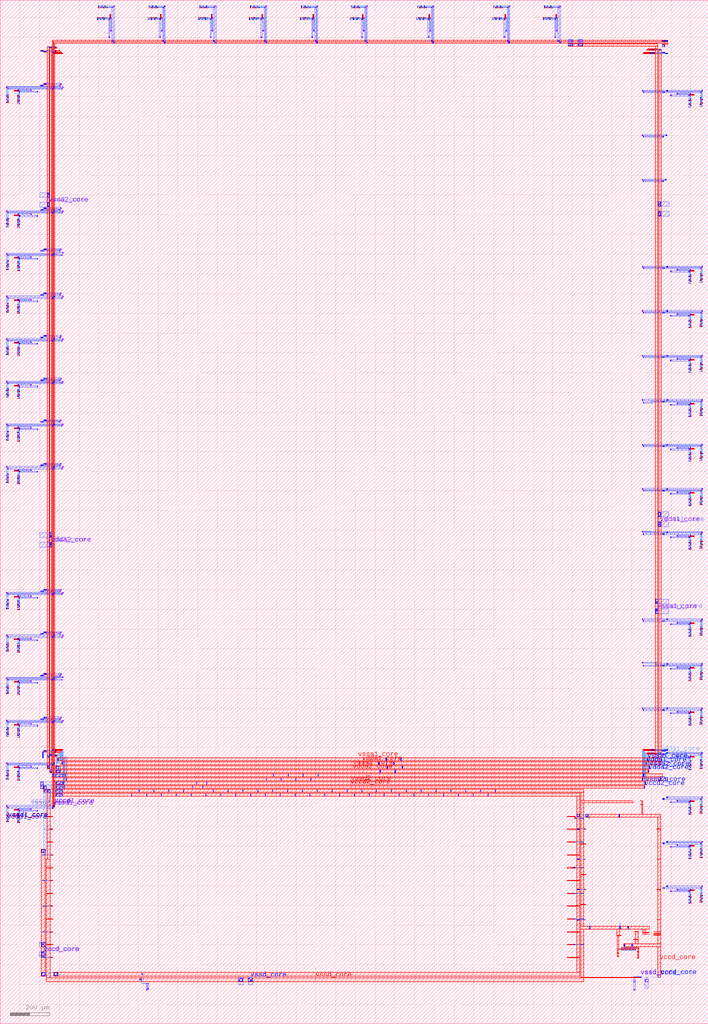
<source format=lef>
VERSION 5.7 ;
  NOWIREEXTENSIONATPIN ON ;
  DIVIDERCHAR "/" ;
  BUSBITCHARS "[]" ;
MACRO caravel_power_routing
  CLASS BLOCK ;
  FOREIGN caravel_power_routing ;
  ORIGIN 0.000 0.000 ;
  SIZE 3588.000 BY 5188.000 ;
  PIN vccd_core
    PORT
      LAYER met3 ;
        RECT 197.280 390.755 229.220 413.720 ;
        RECT 197.280 341.280 229.220 364.500 ;
      LAYER via3 ;
        RECT 209.885 391.210 228.205 413.530 ;
        RECT 209.765 341.690 228.085 364.010 ;
      LAYER met4 ;
        RECT 220.930 1152.330 315.800 1167.330 ;
        RECT 665.300 1152.330 667.580 1167.320 ;
        RECT 740.550 1152.330 742.830 1167.320 ;
        RECT 815.800 1152.330 818.080 1167.320 ;
        RECT 891.050 1152.330 893.330 1167.320 ;
        RECT 966.300 1152.330 968.580 1167.320 ;
        RECT 1041.550 1152.330 1043.830 1167.320 ;
        RECT 1116.800 1152.330 1119.080 1167.320 ;
        RECT 1192.050 1152.330 1194.330 1167.320 ;
        RECT 1267.300 1152.330 1269.580 1167.320 ;
        RECT 1342.550 1152.330 1344.830 1167.320 ;
        RECT 1417.800 1152.330 1420.080 1167.320 ;
        RECT 1493.050 1152.330 1495.330 1167.320 ;
        RECT 1568.300 1152.330 1570.580 1167.320 ;
        RECT 1643.550 1152.330 1645.830 1167.320 ;
        RECT 1718.800 1152.330 1721.080 1167.320 ;
        RECT 1794.050 1152.330 1796.330 1167.320 ;
        RECT 1869.300 1152.330 1871.580 1167.320 ;
        RECT 1944.550 1152.330 1946.830 1167.320 ;
        RECT 2019.800 1152.330 2022.080 1167.320 ;
        RECT 2095.050 1152.330 2097.330 1167.320 ;
        RECT 2170.300 1152.330 2172.580 1167.320 ;
        RECT 2245.550 1152.330 2247.830 1167.320 ;
        RECT 2320.800 1152.330 2323.080 1167.320 ;
        RECT 2396.050 1152.330 2398.330 1167.320 ;
        RECT 2471.300 1152.330 2473.580 1167.320 ;
        RECT 220.990 987.490 233.990 1152.330 ;
        RECT 2921.840 1047.520 2984.810 1062.520 ;
        RECT 3135.220 1047.640 3140.540 1062.300 ;
        RECT 2983.210 1038.460 2984.810 1047.520 ;
        RECT 3136.810 1038.420 3138.410 1047.640 ;
        RECT 2922.480 987.640 2935.870 989.380 ;
        RECT 220.990 984.290 261.720 987.490 ;
        RECT 2922.480 986.040 2964.880 987.640 ;
        RECT 2922.480 984.960 2935.870 986.040 ;
        RECT 220.990 883.710 233.990 984.290 ;
        RECT 209.320 865.630 233.990 883.710 ;
        RECT 213.230 854.290 261.230 857.490 ;
        RECT 2922.480 834.460 2935.870 836.180 ;
        RECT 2922.480 832.860 2964.880 834.460 ;
        RECT 2922.480 831.760 2935.870 832.860 ;
        RECT 212.890 724.290 260.890 727.490 ;
        RECT 2922.480 681.280 2935.870 682.980 ;
        RECT 2922.480 679.680 2964.880 681.280 ;
        RECT 2922.480 678.560 2935.870 679.680 ;
        RECT 212.890 594.290 260.890 597.490 ;
        RECT 2922.480 528.100 2935.870 528.380 ;
        RECT 2922.480 526.500 2964.880 528.100 ;
        RECT 2922.480 523.960 2935.870 526.500 ;
        RECT 212.890 464.290 260.890 467.490 ;
        RECT 209.320 390.770 228.890 413.970 ;
        RECT 3161.770 404.620 3163.370 410.310 ;
        RECT 3201.770 405.080 3203.370 410.000 ;
        RECT 3160.360 390.990 3165.050 404.620 ;
        RECT 3200.490 390.670 3204.610 405.080 ;
        RECT 3149.440 370.520 3151.040 386.870 ;
        RECT 3164.940 370.520 3166.540 386.870 ;
        RECT 3180.440 370.520 3182.040 386.870 ;
        RECT 3195.940 370.520 3197.540 386.870 ;
        RECT 3211.440 370.520 3213.040 386.870 ;
        RECT 209.290 341.250 228.860 364.450 ;
        RECT 209.310 334.290 261.810 337.490 ;
        RECT 209.370 241.110 292.680 260.610 ;
        RECT 716.620 249.680 723.690 253.440 ;
        RECT 719.300 248.190 720.200 249.680 ;
        RECT 3306.350 234.955 3347.130 236.600 ;
      LAYER via4 ;
        RECT 282.770 1153.675 314.350 1166.055 ;
        RECT 665.700 1165.630 666.880 1166.810 ;
        RECT 665.700 1164.030 666.880 1165.210 ;
        RECT 665.700 1162.430 666.880 1163.610 ;
        RECT 665.700 1160.830 666.880 1162.010 ;
        RECT 665.700 1159.230 666.880 1160.410 ;
        RECT 665.700 1157.630 666.880 1158.810 ;
        RECT 665.700 1156.030 666.880 1157.210 ;
        RECT 665.700 1154.430 666.880 1155.610 ;
        RECT 665.700 1152.830 666.880 1154.010 ;
        RECT 740.950 1165.630 742.130 1166.810 ;
        RECT 740.950 1164.030 742.130 1165.210 ;
        RECT 740.950 1162.430 742.130 1163.610 ;
        RECT 740.950 1160.830 742.130 1162.010 ;
        RECT 740.950 1159.230 742.130 1160.410 ;
        RECT 740.950 1157.630 742.130 1158.810 ;
        RECT 740.950 1156.030 742.130 1157.210 ;
        RECT 740.950 1154.430 742.130 1155.610 ;
        RECT 740.950 1152.830 742.130 1154.010 ;
        RECT 816.200 1165.630 817.380 1166.810 ;
        RECT 816.200 1164.030 817.380 1165.210 ;
        RECT 816.200 1162.430 817.380 1163.610 ;
        RECT 816.200 1160.830 817.380 1162.010 ;
        RECT 816.200 1159.230 817.380 1160.410 ;
        RECT 816.200 1157.630 817.380 1158.810 ;
        RECT 816.200 1156.030 817.380 1157.210 ;
        RECT 816.200 1154.430 817.380 1155.610 ;
        RECT 816.200 1152.830 817.380 1154.010 ;
        RECT 891.450 1165.630 892.630 1166.810 ;
        RECT 891.450 1164.030 892.630 1165.210 ;
        RECT 891.450 1162.430 892.630 1163.610 ;
        RECT 891.450 1160.830 892.630 1162.010 ;
        RECT 891.450 1159.230 892.630 1160.410 ;
        RECT 891.450 1157.630 892.630 1158.810 ;
        RECT 891.450 1156.030 892.630 1157.210 ;
        RECT 891.450 1154.430 892.630 1155.610 ;
        RECT 891.450 1152.830 892.630 1154.010 ;
        RECT 966.700 1165.630 967.880 1166.810 ;
        RECT 966.700 1164.030 967.880 1165.210 ;
        RECT 966.700 1162.430 967.880 1163.610 ;
        RECT 966.700 1160.830 967.880 1162.010 ;
        RECT 966.700 1159.230 967.880 1160.410 ;
        RECT 966.700 1157.630 967.880 1158.810 ;
        RECT 966.700 1156.030 967.880 1157.210 ;
        RECT 966.700 1154.430 967.880 1155.610 ;
        RECT 966.700 1152.830 967.880 1154.010 ;
        RECT 1041.950 1165.630 1043.130 1166.810 ;
        RECT 1041.950 1164.030 1043.130 1165.210 ;
        RECT 1041.950 1162.430 1043.130 1163.610 ;
        RECT 1041.950 1160.830 1043.130 1162.010 ;
        RECT 1041.950 1159.230 1043.130 1160.410 ;
        RECT 1041.950 1157.630 1043.130 1158.810 ;
        RECT 1041.950 1156.030 1043.130 1157.210 ;
        RECT 1041.950 1154.430 1043.130 1155.610 ;
        RECT 1041.950 1152.830 1043.130 1154.010 ;
        RECT 1117.200 1165.630 1118.380 1166.810 ;
        RECT 1117.200 1164.030 1118.380 1165.210 ;
        RECT 1117.200 1162.430 1118.380 1163.610 ;
        RECT 1117.200 1160.830 1118.380 1162.010 ;
        RECT 1117.200 1159.230 1118.380 1160.410 ;
        RECT 1117.200 1157.630 1118.380 1158.810 ;
        RECT 1117.200 1156.030 1118.380 1157.210 ;
        RECT 1117.200 1154.430 1118.380 1155.610 ;
        RECT 1117.200 1152.830 1118.380 1154.010 ;
        RECT 1192.450 1165.630 1193.630 1166.810 ;
        RECT 1192.450 1164.030 1193.630 1165.210 ;
        RECT 1192.450 1162.430 1193.630 1163.610 ;
        RECT 1192.450 1160.830 1193.630 1162.010 ;
        RECT 1192.450 1159.230 1193.630 1160.410 ;
        RECT 1192.450 1157.630 1193.630 1158.810 ;
        RECT 1192.450 1156.030 1193.630 1157.210 ;
        RECT 1192.450 1154.430 1193.630 1155.610 ;
        RECT 1192.450 1152.830 1193.630 1154.010 ;
        RECT 1267.700 1165.630 1268.880 1166.810 ;
        RECT 1267.700 1164.030 1268.880 1165.210 ;
        RECT 1267.700 1162.430 1268.880 1163.610 ;
        RECT 1267.700 1160.830 1268.880 1162.010 ;
        RECT 1267.700 1159.230 1268.880 1160.410 ;
        RECT 1267.700 1157.630 1268.880 1158.810 ;
        RECT 1267.700 1156.030 1268.880 1157.210 ;
        RECT 1267.700 1154.430 1268.880 1155.610 ;
        RECT 1267.700 1152.830 1268.880 1154.010 ;
        RECT 1342.950 1165.630 1344.130 1166.810 ;
        RECT 1342.950 1164.030 1344.130 1165.210 ;
        RECT 1342.950 1162.430 1344.130 1163.610 ;
        RECT 1342.950 1160.830 1344.130 1162.010 ;
        RECT 1342.950 1159.230 1344.130 1160.410 ;
        RECT 1342.950 1157.630 1344.130 1158.810 ;
        RECT 1342.950 1156.030 1344.130 1157.210 ;
        RECT 1342.950 1154.430 1344.130 1155.610 ;
        RECT 1342.950 1152.830 1344.130 1154.010 ;
        RECT 1418.200 1165.630 1419.380 1166.810 ;
        RECT 1418.200 1164.030 1419.380 1165.210 ;
        RECT 1418.200 1162.430 1419.380 1163.610 ;
        RECT 1418.200 1160.830 1419.380 1162.010 ;
        RECT 1418.200 1159.230 1419.380 1160.410 ;
        RECT 1418.200 1157.630 1419.380 1158.810 ;
        RECT 1418.200 1156.030 1419.380 1157.210 ;
        RECT 1418.200 1154.430 1419.380 1155.610 ;
        RECT 1418.200 1152.830 1419.380 1154.010 ;
        RECT 1493.450 1165.630 1494.630 1166.810 ;
        RECT 1493.450 1164.030 1494.630 1165.210 ;
        RECT 1493.450 1162.430 1494.630 1163.610 ;
        RECT 1493.450 1160.830 1494.630 1162.010 ;
        RECT 1493.450 1159.230 1494.630 1160.410 ;
        RECT 1493.450 1157.630 1494.630 1158.810 ;
        RECT 1493.450 1156.030 1494.630 1157.210 ;
        RECT 1493.450 1154.430 1494.630 1155.610 ;
        RECT 1493.450 1152.830 1494.630 1154.010 ;
        RECT 1568.700 1165.630 1569.880 1166.810 ;
        RECT 1568.700 1164.030 1569.880 1165.210 ;
        RECT 1568.700 1162.430 1569.880 1163.610 ;
        RECT 1568.700 1160.830 1569.880 1162.010 ;
        RECT 1568.700 1159.230 1569.880 1160.410 ;
        RECT 1568.700 1157.630 1569.880 1158.810 ;
        RECT 1568.700 1156.030 1569.880 1157.210 ;
        RECT 1568.700 1154.430 1569.880 1155.610 ;
        RECT 1568.700 1152.830 1569.880 1154.010 ;
        RECT 1643.950 1165.630 1645.130 1166.810 ;
        RECT 1643.950 1164.030 1645.130 1165.210 ;
        RECT 1643.950 1162.430 1645.130 1163.610 ;
        RECT 1643.950 1160.830 1645.130 1162.010 ;
        RECT 1643.950 1159.230 1645.130 1160.410 ;
        RECT 1643.950 1157.630 1645.130 1158.810 ;
        RECT 1643.950 1156.030 1645.130 1157.210 ;
        RECT 1643.950 1154.430 1645.130 1155.610 ;
        RECT 1643.950 1152.830 1645.130 1154.010 ;
        RECT 1719.200 1165.630 1720.380 1166.810 ;
        RECT 1719.200 1164.030 1720.380 1165.210 ;
        RECT 1719.200 1162.430 1720.380 1163.610 ;
        RECT 1719.200 1160.830 1720.380 1162.010 ;
        RECT 1719.200 1159.230 1720.380 1160.410 ;
        RECT 1719.200 1157.630 1720.380 1158.810 ;
        RECT 1719.200 1156.030 1720.380 1157.210 ;
        RECT 1719.200 1154.430 1720.380 1155.610 ;
        RECT 1719.200 1152.830 1720.380 1154.010 ;
        RECT 1794.450 1165.630 1795.630 1166.810 ;
        RECT 1794.450 1164.030 1795.630 1165.210 ;
        RECT 1794.450 1162.430 1795.630 1163.610 ;
        RECT 1794.450 1160.830 1795.630 1162.010 ;
        RECT 1794.450 1159.230 1795.630 1160.410 ;
        RECT 1794.450 1157.630 1795.630 1158.810 ;
        RECT 1794.450 1156.030 1795.630 1157.210 ;
        RECT 1794.450 1154.430 1795.630 1155.610 ;
        RECT 1794.450 1152.830 1795.630 1154.010 ;
        RECT 1869.700 1165.630 1870.880 1166.810 ;
        RECT 1869.700 1164.030 1870.880 1165.210 ;
        RECT 1869.700 1162.430 1870.880 1163.610 ;
        RECT 1869.700 1160.830 1870.880 1162.010 ;
        RECT 1869.700 1159.230 1870.880 1160.410 ;
        RECT 1869.700 1157.630 1870.880 1158.810 ;
        RECT 1869.700 1156.030 1870.880 1157.210 ;
        RECT 1869.700 1154.430 1870.880 1155.610 ;
        RECT 1869.700 1152.830 1870.880 1154.010 ;
        RECT 1944.950 1165.630 1946.130 1166.810 ;
        RECT 1944.950 1164.030 1946.130 1165.210 ;
        RECT 1944.950 1162.430 1946.130 1163.610 ;
        RECT 1944.950 1160.830 1946.130 1162.010 ;
        RECT 1944.950 1159.230 1946.130 1160.410 ;
        RECT 1944.950 1157.630 1946.130 1158.810 ;
        RECT 1944.950 1156.030 1946.130 1157.210 ;
        RECT 1944.950 1154.430 1946.130 1155.610 ;
        RECT 1944.950 1152.830 1946.130 1154.010 ;
        RECT 2020.200 1165.630 2021.380 1166.810 ;
        RECT 2020.200 1164.030 2021.380 1165.210 ;
        RECT 2020.200 1162.430 2021.380 1163.610 ;
        RECT 2020.200 1160.830 2021.380 1162.010 ;
        RECT 2020.200 1159.230 2021.380 1160.410 ;
        RECT 2020.200 1157.630 2021.380 1158.810 ;
        RECT 2020.200 1156.030 2021.380 1157.210 ;
        RECT 2020.200 1154.430 2021.380 1155.610 ;
        RECT 2020.200 1152.830 2021.380 1154.010 ;
        RECT 2095.450 1165.630 2096.630 1166.810 ;
        RECT 2095.450 1164.030 2096.630 1165.210 ;
        RECT 2095.450 1162.430 2096.630 1163.610 ;
        RECT 2095.450 1160.830 2096.630 1162.010 ;
        RECT 2095.450 1159.230 2096.630 1160.410 ;
        RECT 2095.450 1157.630 2096.630 1158.810 ;
        RECT 2095.450 1156.030 2096.630 1157.210 ;
        RECT 2095.450 1154.430 2096.630 1155.610 ;
        RECT 2095.450 1152.830 2096.630 1154.010 ;
        RECT 2170.700 1165.630 2171.880 1166.810 ;
        RECT 2170.700 1164.030 2171.880 1165.210 ;
        RECT 2170.700 1162.430 2171.880 1163.610 ;
        RECT 2170.700 1160.830 2171.880 1162.010 ;
        RECT 2170.700 1159.230 2171.880 1160.410 ;
        RECT 2170.700 1157.630 2171.880 1158.810 ;
        RECT 2170.700 1156.030 2171.880 1157.210 ;
        RECT 2170.700 1154.430 2171.880 1155.610 ;
        RECT 2170.700 1152.830 2171.880 1154.010 ;
        RECT 2245.950 1165.630 2247.130 1166.810 ;
        RECT 2245.950 1164.030 2247.130 1165.210 ;
        RECT 2245.950 1162.430 2247.130 1163.610 ;
        RECT 2245.950 1160.830 2247.130 1162.010 ;
        RECT 2245.950 1159.230 2247.130 1160.410 ;
        RECT 2245.950 1157.630 2247.130 1158.810 ;
        RECT 2245.950 1156.030 2247.130 1157.210 ;
        RECT 2245.950 1154.430 2247.130 1155.610 ;
        RECT 2245.950 1152.830 2247.130 1154.010 ;
        RECT 2321.200 1165.630 2322.380 1166.810 ;
        RECT 2321.200 1164.030 2322.380 1165.210 ;
        RECT 2321.200 1162.430 2322.380 1163.610 ;
        RECT 2321.200 1160.830 2322.380 1162.010 ;
        RECT 2321.200 1159.230 2322.380 1160.410 ;
        RECT 2321.200 1157.630 2322.380 1158.810 ;
        RECT 2321.200 1156.030 2322.380 1157.210 ;
        RECT 2321.200 1154.430 2322.380 1155.610 ;
        RECT 2321.200 1152.830 2322.380 1154.010 ;
        RECT 2396.450 1165.630 2397.630 1166.810 ;
        RECT 2396.450 1164.030 2397.630 1165.210 ;
        RECT 2396.450 1162.430 2397.630 1163.610 ;
        RECT 2396.450 1160.830 2397.630 1162.010 ;
        RECT 2396.450 1159.230 2397.630 1160.410 ;
        RECT 2396.450 1157.630 2397.630 1158.810 ;
        RECT 2396.450 1156.030 2397.630 1157.210 ;
        RECT 2396.450 1154.430 2397.630 1155.610 ;
        RECT 2396.450 1152.830 2397.630 1154.010 ;
        RECT 2471.700 1165.630 2472.880 1166.810 ;
        RECT 2471.700 1164.030 2472.880 1165.210 ;
        RECT 2471.700 1162.430 2472.880 1163.610 ;
        RECT 2471.700 1160.830 2472.880 1162.010 ;
        RECT 2471.700 1159.230 2472.880 1160.410 ;
        RECT 2471.700 1157.630 2472.880 1158.810 ;
        RECT 2471.700 1156.030 2472.880 1157.210 ;
        RECT 2471.700 1154.430 2472.880 1155.610 ;
        RECT 2471.700 1152.830 2472.880 1154.010 ;
        RECT 2923.050 1048.975 2935.430 1061.355 ;
        RECT 2967.320 1048.975 2979.700 1061.355 ;
        RECT 3136.515 1048.790 3139.295 1061.170 ;
        RECT 257.865 985.380 259.045 986.560 ;
        RECT 259.465 985.380 260.645 986.560 ;
        RECT 2923.915 985.825 2934.695 988.605 ;
        RECT 2960.190 986.235 2961.370 987.415 ;
        RECT 2961.790 986.235 2962.970 987.415 ;
        RECT 2963.390 986.235 2964.570 987.415 ;
        RECT 210.435 866.945 227.615 882.525 ;
        RECT 214.285 855.290 215.465 856.470 ;
        RECT 215.885 855.290 217.065 856.470 ;
        RECT 217.485 855.290 218.665 856.470 ;
        RECT 219.085 855.290 220.265 856.470 ;
        RECT 220.685 855.290 221.865 856.470 ;
        RECT 222.285 855.290 223.465 856.470 ;
        RECT 223.885 855.290 225.065 856.470 ;
        RECT 225.485 855.290 226.665 856.470 ;
        RECT 227.085 855.290 228.265 856.470 ;
        RECT 257.325 855.310 258.505 856.490 ;
        RECT 258.925 855.310 260.105 856.490 ;
        RECT 2923.915 832.625 2934.695 835.405 ;
        RECT 2960.105 833.095 2961.285 834.275 ;
        RECT 2961.705 833.095 2962.885 834.275 ;
        RECT 2963.305 833.095 2964.485 834.275 ;
        RECT 214.355 725.320 215.535 726.500 ;
        RECT 215.955 725.320 217.135 726.500 ;
        RECT 217.555 725.320 218.735 726.500 ;
        RECT 219.155 725.320 220.335 726.500 ;
        RECT 220.755 725.320 221.935 726.500 ;
        RECT 222.355 725.320 223.535 726.500 ;
        RECT 223.955 725.320 225.135 726.500 ;
        RECT 225.555 725.320 226.735 726.500 ;
        RECT 227.155 725.320 228.335 726.500 ;
        RECT 256.995 725.270 258.175 726.450 ;
        RECT 258.595 725.270 259.775 726.450 ;
        RECT 2923.915 679.425 2934.695 682.205 ;
        RECT 2960.055 679.895 2961.235 681.075 ;
        RECT 2961.655 679.895 2962.835 681.075 ;
        RECT 2963.255 679.895 2964.435 681.075 ;
        RECT 214.305 595.300 215.485 596.480 ;
        RECT 215.905 595.300 217.085 596.480 ;
        RECT 217.505 595.300 218.685 596.480 ;
        RECT 219.105 595.300 220.285 596.480 ;
        RECT 220.705 595.300 221.885 596.480 ;
        RECT 222.305 595.300 223.485 596.480 ;
        RECT 223.905 595.300 225.085 596.480 ;
        RECT 225.505 595.300 226.685 596.480 ;
        RECT 227.105 595.300 228.285 596.480 ;
        RECT 256.975 595.300 258.155 596.480 ;
        RECT 258.575 595.300 259.755 596.480 ;
        RECT 2923.915 524.825 2934.695 527.605 ;
        RECT 2960.115 526.710 2961.295 527.890 ;
        RECT 2961.715 526.710 2962.895 527.890 ;
        RECT 2963.315 526.710 2964.495 527.890 ;
        RECT 214.285 465.290 215.465 466.470 ;
        RECT 215.885 465.290 217.065 466.470 ;
        RECT 217.485 465.290 218.665 466.470 ;
        RECT 219.085 465.290 220.265 466.470 ;
        RECT 220.685 465.290 221.865 466.470 ;
        RECT 222.285 465.290 223.465 466.470 ;
        RECT 223.885 465.290 225.065 466.470 ;
        RECT 225.485 465.290 226.665 466.470 ;
        RECT 227.085 465.290 228.265 466.470 ;
        RECT 256.995 465.280 258.175 466.460 ;
        RECT 258.595 465.280 259.775 466.460 ;
        RECT 210.455 391.380 227.635 413.360 ;
        RECT 3161.270 392.365 3164.050 403.145 ;
        RECT 3201.160 391.700 3203.940 404.080 ;
        RECT 3149.595 384.785 3150.775 385.965 ;
        RECT 3149.595 383.185 3150.775 384.365 ;
        RECT 3149.595 381.585 3150.775 382.765 ;
        RECT 3165.155 384.855 3166.335 386.035 ;
        RECT 3165.155 383.255 3166.335 384.435 ;
        RECT 3165.155 381.655 3166.335 382.835 ;
        RECT 3180.605 384.835 3181.785 386.015 ;
        RECT 3180.605 383.235 3181.785 384.415 ;
        RECT 3180.605 381.635 3181.785 382.815 ;
        RECT 3196.075 384.835 3197.255 386.015 ;
        RECT 3196.075 383.235 3197.255 384.415 ;
        RECT 3196.075 381.635 3197.255 382.815 ;
        RECT 3211.615 384.895 3212.795 386.075 ;
        RECT 3211.615 383.295 3212.795 384.475 ;
        RECT 3211.615 381.695 3212.795 382.875 ;
        RECT 210.335 341.860 227.515 363.840 ;
        RECT 210.475 335.260 211.655 336.440 ;
        RECT 212.075 335.260 213.255 336.440 ;
        RECT 213.675 335.260 214.855 336.440 ;
        RECT 215.275 335.260 216.455 336.440 ;
        RECT 216.875 335.260 218.055 336.440 ;
        RECT 218.475 335.260 219.655 336.440 ;
        RECT 220.075 335.260 221.255 336.440 ;
        RECT 221.675 335.260 222.855 336.440 ;
        RECT 223.275 335.260 224.455 336.440 ;
        RECT 224.875 335.260 226.055 336.440 ;
        RECT 226.475 335.260 227.655 336.440 ;
        RECT 257.985 335.290 259.165 336.470 ;
        RECT 259.585 335.290 260.765 336.470 ;
        RECT 210.400 242.390 227.580 259.570 ;
        RECT 273.250 242.220 290.430 259.400 ;
        RECT 717.115 250.180 723.095 252.960 ;
        RECT 3332.610 235.190 3333.790 236.370 ;
        RECT 3334.210 235.190 3335.390 236.370 ;
        RECT 3335.810 235.190 3336.990 236.370 ;
        RECT 3337.410 235.190 3338.590 236.370 ;
        RECT 3339.010 235.190 3340.190 236.370 ;
        RECT 3340.610 235.190 3341.790 236.370 ;
        RECT 3342.210 235.190 3343.390 236.370 ;
        RECT 3343.810 235.190 3344.990 236.370 ;
        RECT 3345.410 235.190 3346.590 236.370 ;
      LAYER met5 ;
        RECT 281.480 1152.330 2936.870 1167.330 ;
        RECT 2921.870 987.490 2936.870 1152.330 ;
        RECT 3243.040 1129.360 3256.790 1130.960 ;
        RECT 3251.120 1110.960 3256.790 1129.360 ;
        RECT 3243.200 1109.360 3256.790 1110.960 ;
        RECT 3251.120 1062.520 3256.790 1109.360 ;
        RECT 2966.260 1047.520 3347.130 1062.520 ;
        RECT 3332.130 987.640 3347.130 1047.520 ;
        RECT 256.720 984.290 266.080 987.490 ;
        RECT 2873.230 984.290 2936.870 987.490 ;
        RECT 2959.880 986.040 2967.970 987.640 ;
        RECT 3326.190 986.040 3347.130 987.640 ;
        RECT 208.840 240.370 228.840 884.370 ;
        RECT 2921.870 857.490 2936.870 984.290 ;
        RECT 256.230 854.290 266.200 857.490 ;
        RECT 2873.230 854.290 2936.870 857.490 ;
        RECT 2921.870 727.490 2936.870 854.290 ;
        RECT 3332.130 834.460 3347.130 986.040 ;
        RECT 2959.760 832.860 2967.970 834.460 ;
        RECT 3326.030 832.860 3347.130 834.460 ;
        RECT 255.890 724.290 266.330 727.490 ;
        RECT 2873.230 724.290 2936.870 727.490 ;
        RECT 2921.870 597.490 2936.870 724.290 ;
        RECT 3332.130 681.280 3347.130 832.860 ;
        RECT 2959.700 679.680 2967.970 681.280 ;
        RECT 3325.820 679.680 3347.130 681.280 ;
        RECT 255.890 594.290 266.330 597.490 ;
        RECT 2873.230 594.290 2936.870 597.490 ;
        RECT 2921.870 467.490 2936.870 594.290 ;
        RECT 3332.130 528.100 3347.130 679.680 ;
        RECT 2959.700 526.500 2967.970 528.100 ;
        RECT 3325.880 526.500 3347.130 528.100 ;
        RECT 255.890 464.290 266.330 467.490 ;
        RECT 2873.230 464.290 2936.870 467.490 ;
        RECT 3217.720 467.370 3232.720 467.940 ;
        RECT 3209.530 465.770 3232.720 467.370 ;
        RECT 3332.130 467.030 3347.130 526.500 ;
        RECT 2921.870 337.490 2936.870 464.290 ;
        RECT 3217.720 427.370 3232.720 465.770 ;
        RECT 3312.610 465.430 3347.130 467.030 ;
        RECT 3332.130 458.870 3347.130 465.430 ;
        RECT 3312.420 457.270 3347.130 458.870 ;
        RECT 3332.130 450.710 3347.130 457.270 ;
        RECT 3312.520 449.110 3347.130 450.710 ;
        RECT 3209.840 425.770 3232.720 427.370 ;
        RECT 3217.720 405.410 3232.720 425.770 ;
        RECT 3332.130 405.410 3347.130 449.110 ;
        RECT 3160.010 390.410 3347.130 405.410 ;
        RECT 3226.280 386.340 3235.420 390.410 ;
        RECT 3148.930 381.340 3235.420 386.340 ;
        RECT 3231.420 367.430 3235.420 381.340 ;
        RECT 3227.680 365.830 3235.420 367.430 ;
        RECT 3231.420 350.530 3235.420 365.830 ;
        RECT 3227.510 348.930 3235.420 350.530 ;
        RECT 256.810 334.290 265.860 337.490 ;
        RECT 2873.770 334.290 2936.870 337.490 ;
        RECT 2921.870 261.110 2936.870 334.290 ;
        RECT 3231.420 333.630 3235.420 348.930 ;
        RECT 3228.120 332.030 3235.420 333.630 ;
        RECT 271.870 241.110 2936.870 261.110 ;
        RECT 3332.130 234.890 3347.130 390.410 ;
    END
  END vccd_core
  PIN vssd_core
    PORT
      LAYER met1 ;
        RECT 3240.520 233.690 3248.350 235.940 ;
        RECT 3240.520 232.990 3250.800 233.690 ;
        RECT 3240.520 232.950 3248.350 232.990 ;
      LAYER via ;
        RECT 3240.945 233.370 3247.925 235.550 ;
      LAYER met2 ;
        RECT 3240.520 233.690 3248.350 235.940 ;
        RECT 3240.520 232.990 3250.800 233.690 ;
        RECT 3240.520 232.950 3248.350 232.990 ;
      LAYER via2 ;
        RECT 3240.895 233.320 3247.975 235.600 ;
      LAYER met3 ;
        RECT 3240.520 234.220 3248.350 235.940 ;
        RECT 1208.450 197.130 1230.245 233.430 ;
        RECT 1256.500 197.130 1278.510 233.430 ;
        RECT 3240.520 232.990 3250.790 234.220 ;
        RECT 3240.520 232.950 3248.350 232.990 ;
      LAYER via3 ;
        RECT 1208.755 214.285 1229.875 233.005 ;
        RECT 1257.015 214.355 1278.135 233.075 ;
        RECT 3240.875 233.300 3247.995 235.620 ;
      LAYER met4 ;
        RECT 238.930 1172.330 316.250 1187.330 ;
        RECT 702.220 1172.240 704.620 1187.370 ;
        RECT 777.620 1172.240 780.020 1187.370 ;
        RECT 852.870 1172.240 855.270 1187.370 ;
        RECT 927.920 1172.240 930.320 1187.370 ;
        RECT 1078.620 1172.240 1081.020 1187.370 ;
        RECT 1153.870 1172.240 1156.270 1187.370 ;
        RECT 1229.120 1172.240 1231.520 1187.370 ;
        RECT 1304.370 1172.240 1306.770 1187.370 ;
        RECT 1379.620 1172.240 1382.020 1187.370 ;
        RECT 1454.870 1172.240 1457.270 1187.370 ;
        RECT 1529.920 1172.240 1532.320 1187.370 ;
        RECT 1605.870 1172.240 1608.270 1187.370 ;
        RECT 1680.620 1172.240 1683.020 1187.370 ;
        RECT 1756.370 1172.240 1758.770 1187.370 ;
        RECT 1831.120 1172.240 1833.520 1187.370 ;
        RECT 1905.370 1172.240 1907.770 1187.370 ;
        RECT 1981.220 1172.240 1983.620 1187.370 ;
        RECT 2056.870 1172.240 2059.270 1187.370 ;
        RECT 2132.120 1172.240 2134.520 1187.370 ;
        RECT 2207.370 1172.240 2209.770 1187.370 ;
        RECT 2282.620 1172.240 2285.020 1187.370 ;
        RECT 2357.870 1172.240 2360.270 1187.370 ;
        RECT 2433.120 1172.240 2435.520 1187.370 ;
        RECT 2508.370 1172.240 2510.770 1187.370 ;
        RECT 2911.310 1039.310 2956.940 1042.510 ;
        RECT 2910.360 919.310 2956.940 922.510 ;
        RECT 2900.360 789.310 2956.940 792.510 ;
        RECT 2900.360 659.310 2956.940 662.510 ;
        RECT 2900.360 529.310 2956.940 532.510 ;
        RECT 2986.510 493.800 2988.110 511.580 ;
        RECT 3140.110 494.020 3141.710 511.190 ;
        RECT 2983.710 479.780 2990.760 493.800 ;
        RECT 3137.920 480.250 3144.510 494.020 ;
        RECT 3180.400 482.170 3184.970 493.790 ;
        RECT 3181.770 472.240 3183.370 482.170 ;
        RECT 2900.360 399.310 2956.940 402.510 ;
        RECT 3157.190 370.520 3158.790 386.870 ;
        RECT 3172.690 370.520 3174.290 386.870 ;
        RECT 3188.190 370.520 3189.790 386.870 ;
        RECT 3203.690 370.520 3205.290 386.870 ;
        RECT 3219.190 370.520 3220.790 386.870 ;
        RECT 712.800 226.980 713.700 236.280 ;
        RECT 708.880 226.970 714.330 226.980 ;
        RECT 706.880 220.650 714.330 226.970 ;
        RECT 1208.400 213.920 1230.280 233.460 ;
        RECT 1256.510 213.940 1278.500 233.420 ;
        RECT 3240.520 232.950 3248.350 235.940 ;
      LAYER via4 ;
        RECT 240.455 1173.695 252.835 1186.075 ;
        RECT 282.275 1173.725 315.455 1186.105 ;
        RECT 702.600 1185.625 703.780 1186.805 ;
        RECT 702.600 1184.025 703.780 1185.205 ;
        RECT 702.600 1182.425 703.780 1183.605 ;
        RECT 702.600 1180.825 703.780 1182.005 ;
        RECT 702.600 1179.225 703.780 1180.405 ;
        RECT 702.600 1177.625 703.780 1178.805 ;
        RECT 702.600 1176.025 703.780 1177.205 ;
        RECT 702.600 1174.425 703.780 1175.605 ;
        RECT 702.600 1172.825 703.780 1174.005 ;
        RECT 778.000 1185.625 779.180 1186.805 ;
        RECT 778.000 1184.025 779.180 1185.205 ;
        RECT 778.000 1182.425 779.180 1183.605 ;
        RECT 778.000 1180.825 779.180 1182.005 ;
        RECT 778.000 1179.225 779.180 1180.405 ;
        RECT 778.000 1177.625 779.180 1178.805 ;
        RECT 778.000 1176.025 779.180 1177.205 ;
        RECT 778.000 1174.425 779.180 1175.605 ;
        RECT 778.000 1172.825 779.180 1174.005 ;
        RECT 853.250 1185.625 854.430 1186.805 ;
        RECT 853.250 1184.025 854.430 1185.205 ;
        RECT 853.250 1182.425 854.430 1183.605 ;
        RECT 853.250 1180.825 854.430 1182.005 ;
        RECT 853.250 1179.225 854.430 1180.405 ;
        RECT 853.250 1177.625 854.430 1178.805 ;
        RECT 853.250 1176.025 854.430 1177.205 ;
        RECT 853.250 1174.425 854.430 1175.605 ;
        RECT 853.250 1172.825 854.430 1174.005 ;
        RECT 928.300 1185.625 929.480 1186.805 ;
        RECT 928.300 1184.025 929.480 1185.205 ;
        RECT 928.300 1182.425 929.480 1183.605 ;
        RECT 928.300 1180.825 929.480 1182.005 ;
        RECT 928.300 1179.225 929.480 1180.405 ;
        RECT 928.300 1177.625 929.480 1178.805 ;
        RECT 928.300 1176.025 929.480 1177.205 ;
        RECT 928.300 1174.425 929.480 1175.605 ;
        RECT 928.300 1172.825 929.480 1174.005 ;
        RECT 1079.000 1185.625 1080.180 1186.805 ;
        RECT 1079.000 1184.025 1080.180 1185.205 ;
        RECT 1079.000 1182.425 1080.180 1183.605 ;
        RECT 1079.000 1180.825 1080.180 1182.005 ;
        RECT 1079.000 1179.225 1080.180 1180.405 ;
        RECT 1079.000 1177.625 1080.180 1178.805 ;
        RECT 1079.000 1176.025 1080.180 1177.205 ;
        RECT 1079.000 1174.425 1080.180 1175.605 ;
        RECT 1079.000 1172.825 1080.180 1174.005 ;
        RECT 1154.250 1185.625 1155.430 1186.805 ;
        RECT 1154.250 1184.025 1155.430 1185.205 ;
        RECT 1154.250 1182.425 1155.430 1183.605 ;
        RECT 1154.250 1180.825 1155.430 1182.005 ;
        RECT 1154.250 1179.225 1155.430 1180.405 ;
        RECT 1154.250 1177.625 1155.430 1178.805 ;
        RECT 1154.250 1176.025 1155.430 1177.205 ;
        RECT 1154.250 1174.425 1155.430 1175.605 ;
        RECT 1154.250 1172.825 1155.430 1174.005 ;
        RECT 1229.500 1185.625 1230.680 1186.805 ;
        RECT 1229.500 1184.025 1230.680 1185.205 ;
        RECT 1229.500 1182.425 1230.680 1183.605 ;
        RECT 1229.500 1180.825 1230.680 1182.005 ;
        RECT 1229.500 1179.225 1230.680 1180.405 ;
        RECT 1229.500 1177.625 1230.680 1178.805 ;
        RECT 1229.500 1176.025 1230.680 1177.205 ;
        RECT 1229.500 1174.425 1230.680 1175.605 ;
        RECT 1229.500 1172.825 1230.680 1174.005 ;
        RECT 1304.750 1185.625 1305.930 1186.805 ;
        RECT 1304.750 1184.025 1305.930 1185.205 ;
        RECT 1304.750 1182.425 1305.930 1183.605 ;
        RECT 1304.750 1180.825 1305.930 1182.005 ;
        RECT 1304.750 1179.225 1305.930 1180.405 ;
        RECT 1304.750 1177.625 1305.930 1178.805 ;
        RECT 1304.750 1176.025 1305.930 1177.205 ;
        RECT 1304.750 1174.425 1305.930 1175.605 ;
        RECT 1304.750 1172.825 1305.930 1174.005 ;
        RECT 1380.000 1185.625 1381.180 1186.805 ;
        RECT 1380.000 1184.025 1381.180 1185.205 ;
        RECT 1380.000 1182.425 1381.180 1183.605 ;
        RECT 1380.000 1180.825 1381.180 1182.005 ;
        RECT 1380.000 1179.225 1381.180 1180.405 ;
        RECT 1380.000 1177.625 1381.180 1178.805 ;
        RECT 1380.000 1176.025 1381.180 1177.205 ;
        RECT 1380.000 1174.425 1381.180 1175.605 ;
        RECT 1380.000 1172.825 1381.180 1174.005 ;
        RECT 1455.250 1185.625 1456.430 1186.805 ;
        RECT 1455.250 1184.025 1456.430 1185.205 ;
        RECT 1455.250 1182.425 1456.430 1183.605 ;
        RECT 1455.250 1180.825 1456.430 1182.005 ;
        RECT 1455.250 1179.225 1456.430 1180.405 ;
        RECT 1455.250 1177.625 1456.430 1178.805 ;
        RECT 1455.250 1176.025 1456.430 1177.205 ;
        RECT 1455.250 1174.425 1456.430 1175.605 ;
        RECT 1455.250 1172.825 1456.430 1174.005 ;
        RECT 1530.300 1185.625 1531.480 1186.805 ;
        RECT 1530.300 1184.025 1531.480 1185.205 ;
        RECT 1530.300 1182.425 1531.480 1183.605 ;
        RECT 1530.300 1180.825 1531.480 1182.005 ;
        RECT 1530.300 1179.225 1531.480 1180.405 ;
        RECT 1530.300 1177.625 1531.480 1178.805 ;
        RECT 1530.300 1176.025 1531.480 1177.205 ;
        RECT 1530.300 1174.425 1531.480 1175.605 ;
        RECT 1530.300 1172.825 1531.480 1174.005 ;
        RECT 1606.250 1185.625 1607.430 1186.805 ;
        RECT 1606.250 1184.025 1607.430 1185.205 ;
        RECT 1606.250 1182.425 1607.430 1183.605 ;
        RECT 1606.250 1180.825 1607.430 1182.005 ;
        RECT 1606.250 1179.225 1607.430 1180.405 ;
        RECT 1606.250 1177.625 1607.430 1178.805 ;
        RECT 1606.250 1176.025 1607.430 1177.205 ;
        RECT 1606.250 1174.425 1607.430 1175.605 ;
        RECT 1606.250 1172.825 1607.430 1174.005 ;
        RECT 1681.000 1185.625 1682.180 1186.805 ;
        RECT 1681.000 1184.025 1682.180 1185.205 ;
        RECT 1681.000 1182.425 1682.180 1183.605 ;
        RECT 1681.000 1180.825 1682.180 1182.005 ;
        RECT 1681.000 1179.225 1682.180 1180.405 ;
        RECT 1681.000 1177.625 1682.180 1178.805 ;
        RECT 1681.000 1176.025 1682.180 1177.205 ;
        RECT 1681.000 1174.425 1682.180 1175.605 ;
        RECT 1681.000 1172.825 1682.180 1174.005 ;
        RECT 1756.750 1185.625 1757.930 1186.805 ;
        RECT 1756.750 1184.025 1757.930 1185.205 ;
        RECT 1756.750 1182.425 1757.930 1183.605 ;
        RECT 1756.750 1180.825 1757.930 1182.005 ;
        RECT 1756.750 1179.225 1757.930 1180.405 ;
        RECT 1756.750 1177.625 1757.930 1178.805 ;
        RECT 1756.750 1176.025 1757.930 1177.205 ;
        RECT 1756.750 1174.425 1757.930 1175.605 ;
        RECT 1756.750 1172.825 1757.930 1174.005 ;
        RECT 1831.500 1185.625 1832.680 1186.805 ;
        RECT 1831.500 1184.025 1832.680 1185.205 ;
        RECT 1831.500 1182.425 1832.680 1183.605 ;
        RECT 1831.500 1180.825 1832.680 1182.005 ;
        RECT 1831.500 1179.225 1832.680 1180.405 ;
        RECT 1831.500 1177.625 1832.680 1178.805 ;
        RECT 1831.500 1176.025 1832.680 1177.205 ;
        RECT 1831.500 1174.425 1832.680 1175.605 ;
        RECT 1831.500 1172.825 1832.680 1174.005 ;
        RECT 1905.750 1185.625 1906.930 1186.805 ;
        RECT 1905.750 1184.025 1906.930 1185.205 ;
        RECT 1905.750 1182.425 1906.930 1183.605 ;
        RECT 1905.750 1180.825 1906.930 1182.005 ;
        RECT 1905.750 1179.225 1906.930 1180.405 ;
        RECT 1905.750 1177.625 1906.930 1178.805 ;
        RECT 1905.750 1176.025 1906.930 1177.205 ;
        RECT 1905.750 1174.425 1906.930 1175.605 ;
        RECT 1905.750 1172.825 1906.930 1174.005 ;
        RECT 1981.600 1185.625 1982.780 1186.805 ;
        RECT 1981.600 1184.025 1982.780 1185.205 ;
        RECT 1981.600 1182.425 1982.780 1183.605 ;
        RECT 1981.600 1180.825 1982.780 1182.005 ;
        RECT 1981.600 1179.225 1982.780 1180.405 ;
        RECT 1981.600 1177.625 1982.780 1178.805 ;
        RECT 1981.600 1176.025 1982.780 1177.205 ;
        RECT 1981.600 1174.425 1982.780 1175.605 ;
        RECT 1981.600 1172.825 1982.780 1174.005 ;
        RECT 2057.250 1185.625 2058.430 1186.805 ;
        RECT 2057.250 1184.025 2058.430 1185.205 ;
        RECT 2057.250 1182.425 2058.430 1183.605 ;
        RECT 2057.250 1180.825 2058.430 1182.005 ;
        RECT 2057.250 1179.225 2058.430 1180.405 ;
        RECT 2057.250 1177.625 2058.430 1178.805 ;
        RECT 2057.250 1176.025 2058.430 1177.205 ;
        RECT 2057.250 1174.425 2058.430 1175.605 ;
        RECT 2057.250 1172.825 2058.430 1174.005 ;
        RECT 2132.500 1185.625 2133.680 1186.805 ;
        RECT 2132.500 1184.025 2133.680 1185.205 ;
        RECT 2132.500 1182.425 2133.680 1183.605 ;
        RECT 2132.500 1180.825 2133.680 1182.005 ;
        RECT 2132.500 1179.225 2133.680 1180.405 ;
        RECT 2132.500 1177.625 2133.680 1178.805 ;
        RECT 2132.500 1176.025 2133.680 1177.205 ;
        RECT 2132.500 1174.425 2133.680 1175.605 ;
        RECT 2132.500 1172.825 2133.680 1174.005 ;
        RECT 2207.750 1185.625 2208.930 1186.805 ;
        RECT 2207.750 1184.025 2208.930 1185.205 ;
        RECT 2207.750 1182.425 2208.930 1183.605 ;
        RECT 2207.750 1180.825 2208.930 1182.005 ;
        RECT 2207.750 1179.225 2208.930 1180.405 ;
        RECT 2207.750 1177.625 2208.930 1178.805 ;
        RECT 2207.750 1176.025 2208.930 1177.205 ;
        RECT 2207.750 1174.425 2208.930 1175.605 ;
        RECT 2207.750 1172.825 2208.930 1174.005 ;
        RECT 2283.000 1185.625 2284.180 1186.805 ;
        RECT 2283.000 1184.025 2284.180 1185.205 ;
        RECT 2283.000 1182.425 2284.180 1183.605 ;
        RECT 2283.000 1180.825 2284.180 1182.005 ;
        RECT 2283.000 1179.225 2284.180 1180.405 ;
        RECT 2283.000 1177.625 2284.180 1178.805 ;
        RECT 2283.000 1176.025 2284.180 1177.205 ;
        RECT 2283.000 1174.425 2284.180 1175.605 ;
        RECT 2283.000 1172.825 2284.180 1174.005 ;
        RECT 2358.250 1185.625 2359.430 1186.805 ;
        RECT 2358.250 1184.025 2359.430 1185.205 ;
        RECT 2358.250 1182.425 2359.430 1183.605 ;
        RECT 2358.250 1180.825 2359.430 1182.005 ;
        RECT 2358.250 1179.225 2359.430 1180.405 ;
        RECT 2358.250 1177.625 2359.430 1178.805 ;
        RECT 2358.250 1176.025 2359.430 1177.205 ;
        RECT 2358.250 1174.425 2359.430 1175.605 ;
        RECT 2358.250 1172.825 2359.430 1174.005 ;
        RECT 2433.500 1185.625 2434.680 1186.805 ;
        RECT 2433.500 1184.025 2434.680 1185.205 ;
        RECT 2433.500 1182.425 2434.680 1183.605 ;
        RECT 2433.500 1180.825 2434.680 1182.005 ;
        RECT 2433.500 1179.225 2434.680 1180.405 ;
        RECT 2433.500 1177.625 2434.680 1178.805 ;
        RECT 2433.500 1176.025 2434.680 1177.205 ;
        RECT 2433.500 1174.425 2434.680 1175.605 ;
        RECT 2433.500 1172.825 2434.680 1174.005 ;
        RECT 2508.750 1185.625 2509.930 1186.805 ;
        RECT 2508.750 1184.025 2509.930 1185.205 ;
        RECT 2508.750 1182.425 2509.930 1183.605 ;
        RECT 2508.750 1180.825 2509.930 1182.005 ;
        RECT 2508.750 1179.225 2509.930 1180.405 ;
        RECT 2508.750 1177.625 2509.930 1178.805 ;
        RECT 2508.750 1176.025 2509.930 1177.205 ;
        RECT 2508.750 1174.425 2509.930 1175.605 ;
        RECT 2508.750 1172.825 2509.930 1174.005 ;
        RECT 2912.000 1040.330 2913.180 1041.510 ;
        RECT 2913.600 1040.330 2914.780 1041.510 ;
        RECT 2915.200 1040.330 2916.380 1041.510 ;
        RECT 2916.800 1040.330 2917.980 1041.510 ;
        RECT 2942.465 1040.330 2943.645 1041.510 ;
        RECT 2944.065 1040.330 2945.245 1041.510 ;
        RECT 2945.665 1040.330 2946.845 1041.510 ;
        RECT 2947.265 1040.330 2948.445 1041.510 ;
        RECT 2948.865 1040.330 2950.045 1041.510 ;
        RECT 2950.465 1040.330 2951.645 1041.510 ;
        RECT 2952.065 1040.330 2953.245 1041.510 ;
        RECT 2953.665 1040.330 2954.845 1041.510 ;
        RECT 2955.265 1040.330 2956.445 1041.510 ;
        RECT 2911.020 920.270 2912.200 921.450 ;
        RECT 2912.620 920.270 2913.800 921.450 ;
        RECT 2942.465 920.250 2943.645 921.430 ;
        RECT 2944.065 920.250 2945.245 921.430 ;
        RECT 2945.665 920.250 2946.845 921.430 ;
        RECT 2947.265 920.250 2948.445 921.430 ;
        RECT 2948.865 920.250 2950.045 921.430 ;
        RECT 2950.465 920.250 2951.645 921.430 ;
        RECT 2952.065 920.250 2953.245 921.430 ;
        RECT 2953.665 920.250 2954.845 921.430 ;
        RECT 2955.265 920.250 2956.445 921.430 ;
        RECT 2901.210 790.290 2902.390 791.470 ;
        RECT 2902.810 790.290 2903.990 791.470 ;
        RECT 2904.410 790.290 2905.590 791.470 ;
        RECT 2906.010 790.290 2907.190 791.470 ;
        RECT 2907.610 790.290 2908.790 791.470 ;
        RECT 2909.210 790.290 2910.390 791.470 ;
        RECT 2910.810 790.290 2911.990 791.470 ;
        RECT 2912.410 790.290 2913.590 791.470 ;
        RECT 2942.335 790.310 2943.515 791.490 ;
        RECT 2943.935 790.310 2945.115 791.490 ;
        RECT 2945.535 790.310 2946.715 791.490 ;
        RECT 2947.135 790.310 2948.315 791.490 ;
        RECT 2948.735 790.310 2949.915 791.490 ;
        RECT 2950.335 790.310 2951.515 791.490 ;
        RECT 2951.935 790.310 2953.115 791.490 ;
        RECT 2953.535 790.310 2954.715 791.490 ;
        RECT 2955.135 790.310 2956.315 791.490 ;
        RECT 2901.260 660.260 2902.440 661.440 ;
        RECT 2902.860 660.260 2904.040 661.440 ;
        RECT 2904.460 660.260 2905.640 661.440 ;
        RECT 2906.060 660.260 2907.240 661.440 ;
        RECT 2907.660 660.260 2908.840 661.440 ;
        RECT 2909.260 660.260 2910.440 661.440 ;
        RECT 2910.860 660.260 2912.040 661.440 ;
        RECT 2912.460 660.260 2913.640 661.440 ;
        RECT 2942.465 660.230 2943.645 661.410 ;
        RECT 2944.065 660.230 2945.245 661.410 ;
        RECT 2945.665 660.230 2946.845 661.410 ;
        RECT 2947.265 660.230 2948.445 661.410 ;
        RECT 2948.865 660.230 2950.045 661.410 ;
        RECT 2950.465 660.230 2951.645 661.410 ;
        RECT 2952.065 660.230 2953.245 661.410 ;
        RECT 2953.665 660.230 2954.845 661.410 ;
        RECT 2955.265 660.230 2956.445 661.410 ;
        RECT 2901.270 530.290 2902.450 531.470 ;
        RECT 2902.870 530.290 2904.050 531.470 ;
        RECT 2904.470 530.290 2905.650 531.470 ;
        RECT 2906.070 530.290 2907.250 531.470 ;
        RECT 2907.670 530.290 2908.850 531.470 ;
        RECT 2909.270 530.290 2910.450 531.470 ;
        RECT 2910.870 530.290 2912.050 531.470 ;
        RECT 2912.470 530.290 2913.650 531.470 ;
        RECT 2942.485 530.290 2943.665 531.470 ;
        RECT 2944.085 530.290 2945.265 531.470 ;
        RECT 2945.685 530.290 2946.865 531.470 ;
        RECT 2947.285 530.290 2948.465 531.470 ;
        RECT 2948.885 530.290 2950.065 531.470 ;
        RECT 2950.485 530.290 2951.665 531.470 ;
        RECT 2952.085 530.290 2953.265 531.470 ;
        RECT 2953.685 530.290 2954.865 531.470 ;
        RECT 2955.285 530.290 2956.465 531.470 ;
        RECT 2985.060 480.635 2989.440 493.015 ;
        RECT 3139.115 480.945 3143.495 493.325 ;
        RECT 3181.295 483.425 3184.075 492.605 ;
        RECT 2901.240 400.340 2902.420 401.520 ;
        RECT 2902.840 400.340 2904.020 401.520 ;
        RECT 2904.440 400.340 2905.620 401.520 ;
        RECT 2906.040 400.340 2907.220 401.520 ;
        RECT 2907.640 400.340 2908.820 401.520 ;
        RECT 2909.240 400.340 2910.420 401.520 ;
        RECT 2910.840 400.340 2912.020 401.520 ;
        RECT 2912.440 400.340 2913.620 401.520 ;
        RECT 2942.455 400.350 2943.635 401.530 ;
        RECT 2944.055 400.350 2945.235 401.530 ;
        RECT 2945.655 400.350 2946.835 401.530 ;
        RECT 2947.255 400.350 2948.435 401.530 ;
        RECT 2948.855 400.350 2950.035 401.530 ;
        RECT 2950.455 400.350 2951.635 401.530 ;
        RECT 2952.055 400.350 2953.235 401.530 ;
        RECT 2953.655 400.350 2954.835 401.530 ;
        RECT 2955.255 400.350 2956.435 401.530 ;
        RECT 3157.355 377.775 3158.535 378.955 ;
        RECT 3157.355 376.175 3158.535 377.355 ;
        RECT 3157.355 374.575 3158.535 375.755 ;
        RECT 3172.825 377.795 3174.005 378.975 ;
        RECT 3172.825 376.195 3174.005 377.375 ;
        RECT 3172.825 374.595 3174.005 375.775 ;
        RECT 3188.365 377.815 3189.545 378.995 ;
        RECT 3188.365 376.215 3189.545 377.395 ;
        RECT 3188.365 374.615 3189.545 375.795 ;
        RECT 3203.885 377.775 3205.065 378.955 ;
        RECT 3203.885 376.175 3205.065 377.355 ;
        RECT 3203.885 374.575 3205.065 375.755 ;
        RECT 3219.395 377.905 3220.575 379.085 ;
        RECT 3219.395 376.305 3220.575 377.485 ;
        RECT 3219.395 374.705 3220.575 375.885 ;
        RECT 3241.445 233.870 3242.625 235.050 ;
        RECT 3243.045 233.870 3244.225 235.050 ;
        RECT 3244.645 233.870 3245.825 235.050 ;
        RECT 3246.245 233.870 3247.425 235.050 ;
        RECT 707.640 221.590 713.620 225.970 ;
        RECT 1209.125 214.255 1229.505 233.035 ;
        RECT 1257.385 214.325 1277.765 233.105 ;
      LAYER met5 ;
        RECT 239.180 1052.490 254.180 1188.060 ;
        RECT 281.440 1172.330 2956.950 1187.330 ;
        RECT 2941.950 1130.420 2956.950 1172.330 ;
        RECT 2941.950 1120.960 3201.830 1130.420 ;
        RECT 2941.950 1120.410 3209.990 1120.960 ;
        RECT 239.180 1049.290 266.160 1052.490 ;
        RECT 2873.230 1049.290 2914.550 1052.490 ;
        RECT 239.180 922.490 254.180 1049.290 ;
        RECT 2911.350 1042.510 2914.550 1049.290 ;
        RECT 2911.350 1039.310 2918.710 1042.510 ;
        RECT 239.180 919.290 266.060 922.490 ;
        RECT 2873.230 919.290 2914.550 922.490 ;
        RECT 239.180 833.940 254.180 919.290 ;
        RECT 234.180 792.490 254.180 833.940 ;
        RECT 2941.950 911.050 2956.950 1120.410 ;
        RECT 3197.330 1119.360 3209.990 1120.410 ;
        RECT 2941.950 909.450 2967.970 911.050 ;
        RECT 234.180 789.290 266.100 792.490 ;
        RECT 2873.230 789.290 2914.550 792.490 ;
        RECT 234.180 662.490 254.180 789.290 ;
        RECT 2941.950 757.870 2956.950 909.450 ;
        RECT 2941.950 756.270 2967.970 757.870 ;
        RECT 234.180 659.290 266.030 662.490 ;
        RECT 2873.230 659.290 2914.550 662.490 ;
        RECT 234.180 532.490 254.180 659.290 ;
        RECT 2941.950 604.690 2956.950 756.270 ;
        RECT 2941.950 603.090 2968.050 604.690 ;
        RECT 234.180 529.290 266.110 532.490 ;
        RECT 2873.230 529.290 2914.550 532.490 ;
        RECT 234.180 402.490 254.180 529.290 ;
        RECT 2941.950 494.780 2956.950 603.090 ;
        RECT 2941.950 479.780 3288.640 494.780 ;
        RECT 234.180 399.290 265.840 402.490 ;
        RECT 2873.230 399.290 2914.550 402.490 ;
        RECT 234.180 233.940 254.180 399.290 ;
        RECT 2941.950 235.940 2956.950 479.780 ;
        RECT 3124.120 447.370 3139.120 479.780 ;
        RECT 3254.970 462.950 3269.970 479.780 ;
        RECT 3254.970 461.350 3288.770 462.950 ;
        RECT 3254.970 454.790 3269.970 461.350 ;
        RECT 3254.970 453.190 3288.920 454.790 ;
        RECT 3254.970 452.610 3269.970 453.190 ;
        RECT 3124.120 445.770 3146.810 447.370 ;
        RECT 3124.120 445.060 3139.120 445.770 ;
        RECT 3128.090 379.340 3135.170 445.060 ;
        RECT 3128.090 374.340 3220.940 379.340 ;
        RECT 3128.090 358.980 3132.090 374.340 ;
        RECT 3128.090 357.380 3134.840 358.980 ;
        RECT 3128.090 342.080 3132.090 357.380 ;
        RECT 3128.090 340.480 3134.230 342.080 ;
        RECT 2941.950 233.940 3248.340 235.940 ;
        RECT 234.180 232.940 3248.340 233.940 ;
        RECT 234.180 213.940 2956.980 232.940 ;
    END
  END vssd_core
  PIN vccd2_core
    PORT
      LAYER met4 ;
        RECT 306.910 1342.690 310.010 1379.380 ;
        RECT 306.910 1339.590 326.260 1342.690 ;
        RECT 323.160 1207.330 326.260 1339.590 ;
        RECT 220.980 1192.330 326.260 1207.330 ;
        RECT 974.410 1192.330 976.070 1207.320 ;
        RECT 1025.010 1192.330 1026.670 1207.320 ;
        RECT 220.980 1172.330 234.010 1192.330 ;
        RECT 323.160 1192.000 326.260 1192.330 ;
        RECT 3262.690 1191.330 3265.790 1379.380 ;
      LAYER via4 ;
        RECT 222.040 1173.135 232.820 1206.315 ;
        RECT 282.830 1193.695 316.010 1206.075 ;
        RECT 324.065 1205.650 325.245 1206.830 ;
        RECT 324.065 1204.050 325.245 1205.230 ;
        RECT 324.065 1202.450 325.245 1203.630 ;
        RECT 324.065 1200.850 325.245 1202.030 ;
        RECT 324.065 1199.250 325.245 1200.430 ;
        RECT 324.065 1197.650 325.245 1198.830 ;
        RECT 324.065 1196.050 325.245 1197.230 ;
        RECT 324.065 1194.450 325.245 1195.630 ;
        RECT 324.065 1192.850 325.245 1194.030 ;
        RECT 974.650 1205.685 975.830 1206.865 ;
        RECT 974.650 1204.085 975.830 1205.265 ;
        RECT 974.650 1202.485 975.830 1203.665 ;
        RECT 974.650 1200.885 975.830 1202.065 ;
        RECT 974.650 1199.285 975.830 1200.465 ;
        RECT 974.650 1197.685 975.830 1198.865 ;
        RECT 974.650 1196.085 975.830 1197.265 ;
        RECT 974.650 1194.485 975.830 1195.665 ;
        RECT 974.650 1192.885 975.830 1194.065 ;
        RECT 1025.250 1205.685 1026.430 1206.865 ;
        RECT 1025.250 1204.085 1026.430 1205.265 ;
        RECT 1025.250 1202.485 1026.430 1203.665 ;
        RECT 1025.250 1200.885 1026.430 1202.065 ;
        RECT 1025.250 1199.285 1026.430 1200.465 ;
        RECT 1025.250 1197.685 1026.430 1198.865 ;
        RECT 1025.250 1196.085 1026.430 1197.265 ;
        RECT 1025.250 1194.485 1026.430 1195.665 ;
        RECT 1025.250 1192.885 1026.430 1194.065 ;
        RECT 3263.605 1205.675 3264.785 1206.855 ;
        RECT 3263.605 1204.075 3264.785 1205.255 ;
        RECT 3263.605 1202.475 3264.785 1203.655 ;
        RECT 3263.605 1200.875 3264.785 1202.055 ;
        RECT 3263.605 1199.275 3264.785 1200.455 ;
        RECT 3263.605 1197.675 3264.785 1198.855 ;
        RECT 3263.605 1196.075 3264.785 1197.255 ;
        RECT 3263.605 1194.475 3264.785 1195.655 ;
        RECT 3263.605 1192.875 3264.785 1194.055 ;
      LAYER met5 ;
        RECT 221.270 1172.660 233.590 1206.790 ;
        RECT 281.390 1192.330 3266.530 1207.330 ;
    END
  END vccd2_core
  PIN vssd2_core
    PORT
      LAYER met4 ;
        RECT 302.110 1337.890 305.210 1374.610 ;
        RECT 302.110 1334.790 321.460 1337.890 ;
        RECT 318.360 1227.330 321.460 1334.790 ;
        RECT 204.920 1212.330 321.460 1227.330 ;
        RECT 995.310 1212.330 996.970 1227.320 ;
        RECT 1045.610 1212.340 1047.270 1227.330 ;
        RECT 204.920 1191.330 218.060 1212.330 ;
        RECT 318.360 1211.790 321.460 1212.330 ;
        RECT 3267.490 1211.810 3270.590 1374.580 ;
      LAYER via4 ;
        RECT 206.100 1191.985 216.880 1226.765 ;
        RECT 282.755 1213.525 315.935 1225.905 ;
        RECT 319.315 1225.670 320.495 1226.850 ;
        RECT 319.315 1224.070 320.495 1225.250 ;
        RECT 319.315 1222.470 320.495 1223.650 ;
        RECT 319.315 1220.870 320.495 1222.050 ;
        RECT 319.315 1219.270 320.495 1220.450 ;
        RECT 319.315 1217.670 320.495 1218.850 ;
        RECT 319.315 1216.070 320.495 1217.250 ;
        RECT 319.315 1214.470 320.495 1215.650 ;
        RECT 319.315 1212.870 320.495 1214.050 ;
        RECT 995.550 1225.685 996.730 1226.865 ;
        RECT 995.550 1224.085 996.730 1225.265 ;
        RECT 995.550 1222.485 996.730 1223.665 ;
        RECT 995.550 1220.885 996.730 1222.065 ;
        RECT 995.550 1219.285 996.730 1220.465 ;
        RECT 995.550 1217.685 996.730 1218.865 ;
        RECT 995.550 1216.085 996.730 1217.265 ;
        RECT 995.550 1214.485 996.730 1215.665 ;
        RECT 995.550 1212.885 996.730 1214.065 ;
        RECT 1045.850 1225.695 1047.030 1226.875 ;
        RECT 1045.850 1224.095 1047.030 1225.275 ;
        RECT 1045.850 1222.495 1047.030 1223.675 ;
        RECT 1045.850 1220.895 1047.030 1222.075 ;
        RECT 1045.850 1219.295 1047.030 1220.475 ;
        RECT 1045.850 1217.695 1047.030 1218.875 ;
        RECT 1045.850 1216.095 1047.030 1217.275 ;
        RECT 1045.850 1214.495 1047.030 1215.675 ;
        RECT 1045.850 1212.895 1047.030 1214.075 ;
        RECT 3268.395 1225.685 3269.575 1226.865 ;
        RECT 3268.395 1224.085 3269.575 1225.265 ;
        RECT 3268.395 1222.485 3269.575 1223.665 ;
        RECT 3268.395 1220.885 3269.575 1222.065 ;
        RECT 3268.395 1219.285 3269.575 1220.465 ;
        RECT 3268.395 1217.685 3269.575 1218.865 ;
        RECT 3268.395 1216.085 3269.575 1217.265 ;
        RECT 3268.395 1214.485 3269.575 1215.665 ;
        RECT 3268.395 1212.885 3269.575 1214.065 ;
      LAYER met5 ;
        RECT 205.330 1191.810 217.650 1226.940 ;
        RECT 281.390 1212.330 3271.110 1227.330 ;
    END
  END vssd2_core
  PIN vdda2_core
    PORT
      LAYER met3 ;
        RECT 199.620 2465.390 261.460 2489.290 ;
        RECT 199.620 2415.495 261.460 2439.395 ;
      LAYER via3 ;
        RECT 251.980 2466.295 260.300 2488.615 ;
        RECT 251.920 2416.345 260.240 2438.665 ;
      LAYER met4 ;
        RECT 250.970 4943.680 282.170 4946.740 ;
        RECT 250.860 2465.420 260.980 2489.370 ;
        RECT 250.990 2415.470 261.110 2439.420 ;
        RECT 250.930 1363.190 260.990 1367.190 ;
        RECT 250.930 1360.130 282.030 1363.190 ;
        RECT 287.710 1323.490 290.810 1360.210 ;
        RECT 287.710 1320.390 307.060 1323.490 ;
        RECT 303.960 1287.330 307.060 1320.390 ;
        RECT 250.850 1272.330 307.060 1287.330 ;
        RECT 303.960 1272.110 307.060 1272.330 ;
        RECT 1922.930 1272.260 1928.540 1287.350 ;
        RECT 1998.430 1272.260 2004.040 1287.350 ;
        RECT 3281.890 1271.930 3284.990 1360.180 ;
      LAYER via4 ;
        RECT 251.400 4944.625 252.580 4945.805 ;
        RECT 253.000 4944.625 254.180 4945.805 ;
        RECT 254.600 4944.625 255.780 4945.805 ;
        RECT 256.200 4944.625 257.380 4945.805 ;
        RECT 257.800 4944.625 258.980 4945.805 ;
        RECT 259.400 4944.625 260.580 4945.805 ;
        RECT 279.165 4944.650 280.345 4945.830 ;
        RECT 280.765 4944.650 281.945 4945.830 ;
        RECT 252.350 2466.465 259.930 2488.445 ;
        RECT 252.290 2416.515 259.870 2438.495 ;
        RECT 251.365 1360.680 260.545 1366.660 ;
        RECT 279.010 1360.285 281.790 1363.065 ;
        RECT 252.355 1273.845 259.935 1286.225 ;
        RECT 282.820 1273.540 301.600 1285.920 ;
        RECT 304.900 1285.630 306.080 1286.810 ;
        RECT 304.900 1284.030 306.080 1285.210 ;
        RECT 304.900 1282.430 306.080 1283.610 ;
        RECT 304.900 1280.830 306.080 1282.010 ;
        RECT 304.900 1279.230 306.080 1280.410 ;
        RECT 304.900 1277.630 306.080 1278.810 ;
        RECT 304.900 1276.030 306.080 1277.210 ;
        RECT 304.900 1274.430 306.080 1275.610 ;
        RECT 304.900 1272.830 306.080 1274.010 ;
        RECT 1923.575 1272.850 1927.955 1286.830 ;
        RECT 1999.075 1272.850 2003.455 1286.830 ;
        RECT 3282.805 1285.595 3283.985 1286.775 ;
        RECT 3282.805 1283.995 3283.985 1285.175 ;
        RECT 3282.805 1282.395 3283.985 1283.575 ;
        RECT 3282.805 1280.795 3283.985 1281.975 ;
        RECT 3282.805 1279.195 3283.985 1280.375 ;
        RECT 3282.805 1277.595 3283.985 1278.775 ;
        RECT 3282.805 1275.995 3283.985 1277.175 ;
        RECT 3282.805 1274.395 3283.985 1275.575 ;
        RECT 3282.805 1272.795 3283.985 1273.975 ;
      LAYER met5 ;
        RECT 250.990 1272.490 260.990 4952.330 ;
        RECT 278.880 4943.640 287.760 4946.740 ;
        RECT 278.770 1360.120 287.730 1363.220 ;
        RECT 281.850 1272.330 3285.380 1287.330 ;
    END
  END vdda2_core
  PIN vssa2_core
    PORT
      LAYER met3 ;
        RECT 199.260 4188.390 250.010 4212.290 ;
        RECT 199.260 4138.495 250.010 4162.395 ;
      LAYER via3 ;
        RECT 239.645 4189.150 248.365 4211.470 ;
        RECT 239.645 4139.490 248.365 4161.810 ;
      LAYER met4 ;
        RECT 238.980 4948.460 282.910 4951.550 ;
        RECT 238.960 4188.290 249.110 4212.310 ;
        RECT 238.960 4138.510 249.110 4162.530 ;
        RECT 238.960 1355.410 283.080 1358.440 ;
        RECT 238.960 1355.290 286.010 1355.410 ;
        RECT 238.960 1351.290 249.010 1355.290 ;
        RECT 282.860 1307.330 286.010 1355.290 ;
        RECT 238.850 1292.330 297.350 1307.330 ;
        RECT 1959.720 1292.340 1964.230 1307.250 ;
        RECT 2035.320 1292.340 2039.830 1307.250 ;
        RECT 3286.690 1291.950 3289.790 1355.410 ;
      LAYER via4 ;
        RECT 239.370 4949.445 240.550 4950.625 ;
        RECT 240.970 4949.445 242.150 4950.625 ;
        RECT 242.570 4949.445 243.750 4950.625 ;
        RECT 244.170 4949.445 245.350 4950.625 ;
        RECT 245.770 4949.445 246.950 4950.625 ;
        RECT 247.370 4949.445 248.550 4950.625 ;
        RECT 279.145 4949.450 280.325 4950.630 ;
        RECT 280.745 4949.450 281.925 4950.630 ;
        RECT 240.215 4189.320 247.795 4211.300 ;
        RECT 240.215 4139.660 247.795 4161.640 ;
        RECT 239.395 1351.915 248.575 1357.895 ;
        RECT 279.280 1355.470 282.060 1358.250 ;
        RECT 240.355 1293.845 247.935 1306.225 ;
        RECT 282.775 1293.540 296.755 1305.920 ;
        RECT 1960.585 1293.565 1963.365 1305.945 ;
        RECT 2036.185 1293.565 2038.965 1305.945 ;
        RECT 3287.615 1305.685 3288.795 1306.865 ;
        RECT 3287.615 1304.085 3288.795 1305.265 ;
        RECT 3287.615 1302.485 3288.795 1303.665 ;
        RECT 3287.615 1300.885 3288.795 1302.065 ;
        RECT 3287.615 1299.285 3288.795 1300.465 ;
        RECT 3287.615 1297.685 3288.795 1298.865 ;
        RECT 3287.615 1296.085 3288.795 1297.265 ;
        RECT 3287.615 1294.485 3288.795 1295.665 ;
        RECT 3287.615 1292.885 3288.795 1294.065 ;
      LAYER met5 ;
        RECT 238.990 1292.420 248.990 4952.330 ;
        RECT 278.880 4948.440 282.980 4951.540 ;
        RECT 278.770 1355.320 282.950 1358.420 ;
        RECT 281.850 1292.330 3290.450 1307.330 ;
    END
  END vssa2_core
  PIN vssd1_core
    PORT
      LAYER met3 ;
        RECT 565.910 4977.510 571.910 5152.410 ;
        RECT 822.910 4977.510 828.910 5152.410 ;
        RECT 1079.910 4977.510 1085.910 5152.410 ;
        RECT 1336.910 4977.510 1342.910 5152.410 ;
        RECT 1594.910 4977.510 1600.910 5152.410 ;
        RECT 1846.910 4977.510 1852.910 5152.410 ;
        RECT 2183.910 4977.510 2189.910 5152.410 ;
        RECT 2568.910 4977.510 2574.910 5152.410 ;
        RECT 2825.910 4977.510 2831.910 5152.410 ;
        RECT 36.180 4740.910 283.050 4741.910 ;
        RECT 36.180 4735.910 314.720 4740.910 ;
        RECT 277.160 4734.910 314.720 4735.910 ;
        RECT 36.180 4106.910 314.720 4112.910 ;
        RECT 36.180 3890.910 314.720 3896.910 ;
        RECT 36.180 3674.910 314.720 3680.910 ;
        RECT 36.180 3458.910 314.720 3464.910 ;
        RECT 36.180 3242.910 314.720 3248.910 ;
        RECT 36.180 3026.910 314.720 3032.910 ;
        RECT 36.180 2810.910 314.720 2816.910 ;
        RECT 36.180 2172.910 314.720 2178.910 ;
        RECT 36.180 1956.910 314.720 1962.910 ;
        RECT 36.180 1740.910 314.720 1746.910 ;
        RECT 36.180 1524.910 314.720 1530.910 ;
        RECT 36.180 1308.910 269.080 1314.910 ;
        RECT 36.180 1092.910 269.080 1098.910 ;
      LAYER via3 ;
        RECT 566.140 5148.340 571.710 5151.840 ;
        RECT 566.150 4977.920 571.640 4983.330 ;
        RECT 823.140 5148.340 828.710 5151.840 ;
        RECT 823.150 4977.920 828.640 4983.330 ;
        RECT 1080.140 5148.340 1085.710 5151.840 ;
        RECT 1080.150 4977.920 1085.640 4983.330 ;
        RECT 1337.140 5148.340 1342.710 5151.840 ;
        RECT 1337.150 4977.920 1342.640 4983.330 ;
        RECT 1595.140 5148.340 1600.710 5151.840 ;
        RECT 1595.150 4977.920 1600.640 4983.330 ;
        RECT 1847.140 5148.340 1852.710 5151.840 ;
        RECT 1847.150 4977.920 1852.640 4983.330 ;
        RECT 2184.140 5148.340 2189.710 5151.840 ;
        RECT 2184.150 4977.920 2189.640 4983.330 ;
        RECT 2569.140 5148.340 2574.710 5151.840 ;
        RECT 2569.150 4977.920 2574.640 4983.330 ;
        RECT 2826.140 5148.340 2831.710 5151.840 ;
        RECT 2826.150 4977.920 2831.640 4983.330 ;
        RECT 36.750 4736.140 40.250 4741.710 ;
        RECT 263.260 4736.150 268.670 4741.640 ;
        RECT 312.055 4735.085 314.375 4740.605 ;
        RECT 36.750 4107.140 40.250 4112.710 ;
        RECT 263.260 4107.150 268.670 4112.640 ;
        RECT 312.055 4107.085 314.375 4112.605 ;
        RECT 36.750 3891.140 40.250 3896.710 ;
        RECT 263.260 3891.150 268.670 3896.640 ;
        RECT 312.055 3891.085 314.375 3896.605 ;
        RECT 36.750 3675.140 40.250 3680.710 ;
        RECT 263.260 3675.150 268.670 3680.640 ;
        RECT 312.055 3675.085 314.375 3680.605 ;
        RECT 36.750 3459.140 40.250 3464.710 ;
        RECT 263.260 3459.150 268.670 3464.640 ;
        RECT 312.055 3459.085 314.375 3464.605 ;
        RECT 36.750 3243.140 40.250 3248.710 ;
        RECT 263.260 3243.150 268.670 3248.640 ;
        RECT 312.055 3243.085 314.375 3248.605 ;
        RECT 36.750 3027.140 40.250 3032.710 ;
        RECT 263.260 3027.150 268.670 3032.640 ;
        RECT 312.055 3027.085 314.375 3032.605 ;
        RECT 36.750 2811.140 40.250 2816.710 ;
        RECT 263.260 2811.150 268.670 2816.640 ;
        RECT 312.055 2811.085 314.375 2816.605 ;
        RECT 36.750 2173.140 40.250 2178.710 ;
        RECT 263.260 2173.150 268.670 2178.640 ;
        RECT 312.055 2173.085 314.375 2178.605 ;
        RECT 36.750 1957.140 40.250 1962.710 ;
        RECT 263.260 1957.150 268.670 1962.640 ;
        RECT 312.055 1957.085 314.375 1962.605 ;
        RECT 36.750 1741.140 40.250 1746.710 ;
        RECT 263.260 1741.150 268.670 1746.640 ;
        RECT 312.055 1741.085 314.375 1746.605 ;
        RECT 36.750 1525.140 40.250 1530.710 ;
        RECT 263.260 1525.150 268.670 1530.640 ;
        RECT 312.055 1525.085 314.375 1530.605 ;
        RECT 36.750 1309.140 40.250 1314.710 ;
        RECT 263.260 1309.150 268.670 1314.640 ;
        RECT 36.750 1093.140 40.250 1098.710 ;
        RECT 263.260 1093.150 268.670 1098.640 ;
      LAYER met4 ;
        RECT 505.380 5148.060 572.210 5152.060 ;
        RECT 762.380 5148.060 829.210 5152.060 ;
        RECT 1019.380 5148.060 1086.210 5152.060 ;
        RECT 1276.380 5148.060 1343.210 5152.060 ;
        RECT 1534.380 5148.060 1601.210 5152.060 ;
        RECT 1786.380 5148.060 1853.210 5152.060 ;
        RECT 2123.380 5148.060 2190.210 5152.060 ;
        RECT 2508.380 5148.060 2575.210 5152.060 ;
        RECT 2765.380 5148.060 2832.210 5152.060 ;
        RECT 565.870 4977.660 571.940 4983.690 ;
        RECT 822.870 4977.660 828.940 4983.690 ;
        RECT 1079.870 4977.660 1085.940 4983.690 ;
        RECT 1336.870 4977.660 1342.940 4983.690 ;
        RECT 1594.870 4977.660 1600.940 4983.690 ;
        RECT 1846.870 4977.660 1852.940 4983.690 ;
        RECT 2183.870 4977.660 2189.940 4983.690 ;
        RECT 2568.870 4977.660 2574.940 4983.690 ;
        RECT 2825.870 4977.660 2831.940 4983.690 ;
        RECT 3354.080 4983.460 3367.130 4983.480 ;
        RECT 3354.040 4977.460 3383.270 4983.460 ;
        RECT 3354.080 4951.000 3367.130 4977.460 ;
        RECT 262.980 4919.640 282.020 4922.740 ;
        RECT 36.530 4675.380 40.530 4742.210 ;
        RECT 262.900 4735.870 268.930 4741.940 ;
        RECT 311.910 4735.070 314.520 4740.620 ;
        RECT 36.530 4046.380 40.530 4113.210 ;
        RECT 262.900 4106.870 268.930 4112.940 ;
        RECT 311.910 4107.070 314.520 4112.620 ;
        RECT 36.530 3830.380 40.530 3897.210 ;
        RECT 262.900 3890.870 268.930 3896.940 ;
        RECT 311.910 3891.070 314.520 3896.620 ;
        RECT 36.530 3614.380 40.530 3681.210 ;
        RECT 262.900 3674.870 268.930 3680.940 ;
        RECT 311.910 3675.070 314.520 3680.620 ;
        RECT 36.530 3398.380 40.530 3465.210 ;
        RECT 262.900 3458.870 268.930 3464.940 ;
        RECT 311.910 3459.070 314.520 3464.620 ;
        RECT 36.530 3182.380 40.530 3249.210 ;
        RECT 262.900 3242.870 268.930 3248.940 ;
        RECT 311.910 3243.070 314.520 3248.620 ;
        RECT 36.530 2966.380 40.530 3033.210 ;
        RECT 262.900 3026.870 268.930 3032.940 ;
        RECT 311.910 3027.070 314.520 3032.620 ;
        RECT 36.530 2750.380 40.530 2817.210 ;
        RECT 262.900 2810.870 268.930 2816.940 ;
        RECT 311.910 2811.070 314.520 2816.620 ;
        RECT 36.530 2112.380 40.530 2179.210 ;
        RECT 262.900 2172.870 268.930 2178.940 ;
        RECT 311.910 2173.070 314.520 2178.620 ;
        RECT 36.530 1896.380 40.530 1963.210 ;
        RECT 262.900 1956.870 268.930 1962.940 ;
        RECT 311.910 1957.070 314.520 1962.620 ;
        RECT 36.530 1680.380 40.530 1747.210 ;
        RECT 262.900 1740.870 268.930 1746.940 ;
        RECT 311.910 1741.070 314.520 1746.620 ;
        RECT 36.530 1464.380 40.530 1531.210 ;
        RECT 262.900 1524.870 268.930 1530.940 ;
        RECT 311.910 1525.070 314.520 1530.620 ;
        RECT 262.910 1387.230 269.000 1390.230 ;
        RECT 262.910 1384.110 282.080 1387.230 ;
        RECT 311.710 1347.490 314.810 1384.170 ;
        RECT 311.710 1344.390 331.060 1347.490 ;
        RECT 36.530 1248.380 40.530 1315.210 ;
        RECT 262.900 1308.870 268.930 1314.940 ;
        RECT 262.890 1252.330 316.460 1267.330 ;
        RECT 327.960 1251.930 331.060 1344.390 ;
        RECT 1383.610 1252.350 1386.300 1267.360 ;
        RECT 1458.610 1252.350 1461.300 1267.360 ;
        RECT 1533.810 1252.350 1536.500 1267.360 ;
        RECT 1609.410 1252.350 1612.100 1267.360 ;
        RECT 3257.890 1251.960 3260.990 1384.220 ;
        RECT 36.530 1032.380 40.530 1099.210 ;
        RECT 262.900 1092.870 268.930 1098.940 ;
      LAYER via4 ;
        RECT 505.640 5148.140 507.130 5152.010 ;
        RECT 522.590 5148.160 524.010 5151.990 ;
        RECT 539.470 5148.150 540.890 5151.980 ;
        RECT 762.640 5148.140 764.130 5152.010 ;
        RECT 779.590 5148.160 781.010 5151.990 ;
        RECT 796.470 5148.150 797.890 5151.980 ;
        RECT 1019.640 5148.140 1021.130 5152.010 ;
        RECT 1036.590 5148.160 1038.010 5151.990 ;
        RECT 1053.470 5148.150 1054.890 5151.980 ;
        RECT 1276.640 5148.140 1278.130 5152.010 ;
        RECT 1293.590 5148.160 1295.010 5151.990 ;
        RECT 1310.470 5148.150 1311.890 5151.980 ;
        RECT 1534.640 5148.140 1536.130 5152.010 ;
        RECT 1551.590 5148.160 1553.010 5151.990 ;
        RECT 1568.470 5148.150 1569.890 5151.980 ;
        RECT 1786.640 5148.140 1788.130 5152.010 ;
        RECT 1803.590 5148.160 1805.010 5151.990 ;
        RECT 1820.470 5148.150 1821.890 5151.980 ;
        RECT 2123.640 5148.140 2125.130 5152.010 ;
        RECT 2140.590 5148.160 2142.010 5151.990 ;
        RECT 2157.470 5148.150 2158.890 5151.980 ;
        RECT 2508.640 5148.140 2510.130 5152.010 ;
        RECT 2525.590 5148.160 2527.010 5151.990 ;
        RECT 2542.470 5148.150 2543.890 5151.980 ;
        RECT 2765.640 5148.140 2767.130 5152.010 ;
        RECT 2782.590 5148.160 2784.010 5151.990 ;
        RECT 2799.470 5148.150 2800.890 5151.980 ;
        RECT 566.150 4977.920 571.640 4983.330 ;
        RECT 823.150 4977.920 828.640 4983.330 ;
        RECT 1080.150 4977.920 1085.640 4983.330 ;
        RECT 1337.150 4977.920 1342.640 4983.330 ;
        RECT 1595.150 4977.920 1600.640 4983.330 ;
        RECT 1847.150 4977.920 1852.640 4983.330 ;
        RECT 2184.150 4977.920 2189.640 4983.330 ;
        RECT 2569.150 4977.920 2574.640 4983.330 ;
        RECT 2826.150 4977.920 2831.640 4983.330 ;
        RECT 3355.180 4978.340 3381.960 4982.720 ;
        RECT 3355.210 4951.820 3365.990 4962.600 ;
        RECT 263.795 4920.605 264.975 4921.785 ;
        RECT 265.395 4920.605 266.575 4921.785 ;
        RECT 266.995 4920.605 268.175 4921.785 ;
        RECT 279.055 4919.805 281.835 4922.585 ;
        RECT 263.260 4736.150 268.670 4741.640 ;
        RECT 36.590 4709.440 40.460 4710.930 ;
        RECT 36.600 4692.590 40.460 4693.980 ;
        RECT 36.580 4675.640 40.450 4677.130 ;
        RECT 263.260 4107.150 268.670 4112.640 ;
        RECT 36.590 4080.440 40.460 4081.930 ;
        RECT 36.600 4063.590 40.460 4064.980 ;
        RECT 36.580 4046.640 40.450 4048.130 ;
        RECT 263.260 3891.150 268.670 3896.640 ;
        RECT 36.590 3864.440 40.460 3865.930 ;
        RECT 36.600 3847.590 40.460 3848.980 ;
        RECT 36.580 3830.640 40.450 3832.130 ;
        RECT 263.260 3675.150 268.670 3680.640 ;
        RECT 36.590 3648.440 40.460 3649.930 ;
        RECT 36.600 3631.590 40.460 3632.980 ;
        RECT 36.580 3614.640 40.450 3616.130 ;
        RECT 263.260 3459.150 268.670 3464.640 ;
        RECT 36.590 3432.440 40.460 3433.930 ;
        RECT 36.600 3415.590 40.460 3416.980 ;
        RECT 36.580 3398.640 40.450 3400.130 ;
        RECT 263.260 3243.150 268.670 3248.640 ;
        RECT 36.590 3216.440 40.460 3217.930 ;
        RECT 36.600 3199.590 40.460 3200.980 ;
        RECT 36.580 3182.640 40.450 3184.130 ;
        RECT 263.260 3027.150 268.670 3032.640 ;
        RECT 36.590 3000.440 40.460 3001.930 ;
        RECT 36.600 2983.590 40.460 2984.980 ;
        RECT 36.580 2966.640 40.450 2968.130 ;
        RECT 263.260 2811.150 268.670 2816.640 ;
        RECT 36.590 2784.440 40.460 2785.930 ;
        RECT 36.600 2767.590 40.460 2768.980 ;
        RECT 36.580 2750.640 40.450 2752.130 ;
        RECT 263.260 2173.150 268.670 2178.640 ;
        RECT 36.590 2146.440 40.460 2147.930 ;
        RECT 36.600 2129.590 40.460 2130.980 ;
        RECT 36.580 2112.640 40.450 2114.130 ;
        RECT 263.260 1957.150 268.670 1962.640 ;
        RECT 36.590 1930.440 40.460 1931.930 ;
        RECT 36.600 1913.590 40.460 1914.980 ;
        RECT 36.580 1896.640 40.450 1898.130 ;
        RECT 263.260 1741.150 268.670 1746.640 ;
        RECT 36.590 1714.440 40.460 1715.930 ;
        RECT 36.600 1697.590 40.460 1698.980 ;
        RECT 36.580 1680.640 40.450 1682.130 ;
        RECT 263.260 1525.150 268.670 1530.640 ;
        RECT 36.590 1498.440 40.460 1499.930 ;
        RECT 36.600 1481.590 40.460 1482.980 ;
        RECT 36.580 1464.640 40.450 1466.130 ;
        RECT 263.765 1385.050 268.145 1389.430 ;
        RECT 279.030 1384.295 281.810 1387.075 ;
        RECT 263.260 1309.150 268.670 1314.640 ;
        RECT 36.590 1282.440 40.460 1283.930 ;
        RECT 36.600 1265.590 40.460 1266.980 ;
        RECT 263.810 1252.860 268.190 1266.840 ;
        RECT 281.160 1252.870 315.940 1266.850 ;
        RECT 328.875 1265.610 330.055 1266.790 ;
        RECT 328.875 1264.010 330.055 1265.190 ;
        RECT 328.875 1262.410 330.055 1263.590 ;
        RECT 328.875 1260.810 330.055 1261.990 ;
        RECT 328.875 1259.210 330.055 1260.390 ;
        RECT 328.875 1257.610 330.055 1258.790 ;
        RECT 328.875 1256.010 330.055 1257.190 ;
        RECT 328.875 1254.410 330.055 1255.590 ;
        RECT 328.875 1252.810 330.055 1253.990 ;
        RECT 1384.135 1265.700 1385.315 1266.880 ;
        RECT 1384.135 1264.100 1385.315 1265.280 ;
        RECT 1384.135 1262.500 1385.315 1263.680 ;
        RECT 1384.135 1260.900 1385.315 1262.080 ;
        RECT 1384.135 1259.300 1385.315 1260.480 ;
        RECT 1384.135 1257.700 1385.315 1258.880 ;
        RECT 1384.135 1256.100 1385.315 1257.280 ;
        RECT 1384.135 1254.500 1385.315 1255.680 ;
        RECT 1384.135 1252.900 1385.315 1254.080 ;
        RECT 1459.135 1265.700 1460.315 1266.880 ;
        RECT 1459.135 1264.100 1460.315 1265.280 ;
        RECT 1459.135 1262.500 1460.315 1263.680 ;
        RECT 1459.135 1260.900 1460.315 1262.080 ;
        RECT 1459.135 1259.300 1460.315 1260.480 ;
        RECT 1459.135 1257.700 1460.315 1258.880 ;
        RECT 1459.135 1256.100 1460.315 1257.280 ;
        RECT 1459.135 1254.500 1460.315 1255.680 ;
        RECT 1459.135 1252.900 1460.315 1254.080 ;
        RECT 1534.335 1265.700 1535.515 1266.880 ;
        RECT 1534.335 1264.100 1535.515 1265.280 ;
        RECT 1534.335 1262.500 1535.515 1263.680 ;
        RECT 1534.335 1260.900 1535.515 1262.080 ;
        RECT 1534.335 1259.300 1535.515 1260.480 ;
        RECT 1534.335 1257.700 1535.515 1258.880 ;
        RECT 1534.335 1256.100 1535.515 1257.280 ;
        RECT 1534.335 1254.500 1535.515 1255.680 ;
        RECT 1534.335 1252.900 1535.515 1254.080 ;
        RECT 1609.935 1265.700 1611.115 1266.880 ;
        RECT 1609.935 1264.100 1611.115 1265.280 ;
        RECT 1609.935 1262.500 1611.115 1263.680 ;
        RECT 1609.935 1260.900 1611.115 1262.080 ;
        RECT 1609.935 1259.300 1611.115 1260.480 ;
        RECT 1609.935 1257.700 1611.115 1258.880 ;
        RECT 1609.935 1256.100 1611.115 1257.280 ;
        RECT 1609.935 1254.500 1611.115 1255.680 ;
        RECT 1609.935 1252.900 1611.115 1254.080 ;
        RECT 3258.070 1252.805 3260.850 1266.785 ;
        RECT 36.580 1248.640 40.450 1250.130 ;
        RECT 263.260 1093.150 268.670 1098.640 ;
        RECT 36.590 1066.440 40.460 1067.930 ;
        RECT 36.600 1049.590 40.460 1050.980 ;
        RECT 36.580 1032.640 40.450 1034.130 ;
      LAYER met5 ;
        RECT 505.510 5147.980 507.260 5152.140 ;
        RECT 505.590 5145.520 507.190 5147.980 ;
        RECT 522.400 5147.940 524.130 5152.320 ;
        RECT 539.340 5147.970 541.070 5152.350 ;
        RECT 762.510 5147.980 764.260 5152.140 ;
        RECT 522.490 5145.680 524.090 5147.940 ;
        RECT 539.390 5145.680 540.990 5147.970 ;
        RECT 762.590 5145.520 764.190 5147.980 ;
        RECT 779.400 5147.940 781.130 5152.320 ;
        RECT 796.340 5147.970 798.070 5152.350 ;
        RECT 1019.510 5147.980 1021.260 5152.140 ;
        RECT 779.490 5145.680 781.090 5147.940 ;
        RECT 796.390 5145.680 797.990 5147.970 ;
        RECT 1019.590 5145.520 1021.190 5147.980 ;
        RECT 1036.400 5147.940 1038.130 5152.320 ;
        RECT 1053.340 5147.970 1055.070 5152.350 ;
        RECT 1276.510 5147.980 1278.260 5152.140 ;
        RECT 1036.490 5145.680 1038.090 5147.940 ;
        RECT 1053.390 5145.680 1054.990 5147.970 ;
        RECT 1276.590 5145.520 1278.190 5147.980 ;
        RECT 1293.400 5147.940 1295.130 5152.320 ;
        RECT 1310.340 5147.970 1312.070 5152.350 ;
        RECT 1534.510 5147.980 1536.260 5152.140 ;
        RECT 1293.490 5145.680 1295.090 5147.940 ;
        RECT 1310.390 5145.680 1311.990 5147.970 ;
        RECT 1534.590 5145.520 1536.190 5147.980 ;
        RECT 1551.400 5147.940 1553.130 5152.320 ;
        RECT 1568.340 5147.970 1570.070 5152.350 ;
        RECT 1786.510 5147.980 1788.260 5152.140 ;
        RECT 1551.490 5145.680 1553.090 5147.940 ;
        RECT 1568.390 5145.680 1569.990 5147.970 ;
        RECT 1786.590 5145.520 1788.190 5147.980 ;
        RECT 1803.400 5147.940 1805.130 5152.320 ;
        RECT 1820.340 5147.970 1822.070 5152.350 ;
        RECT 2123.510 5147.980 2125.260 5152.140 ;
        RECT 1803.490 5145.680 1805.090 5147.940 ;
        RECT 1820.390 5145.680 1821.990 5147.970 ;
        RECT 2123.590 5145.520 2125.190 5147.980 ;
        RECT 2140.400 5147.940 2142.130 5152.320 ;
        RECT 2157.340 5147.970 2159.070 5152.350 ;
        RECT 2508.510 5147.980 2510.260 5152.140 ;
        RECT 2140.490 5145.680 2142.090 5147.940 ;
        RECT 2157.390 5145.680 2158.990 5147.970 ;
        RECT 2508.590 5145.520 2510.190 5147.980 ;
        RECT 2525.400 5147.940 2527.130 5152.320 ;
        RECT 2542.340 5147.970 2544.070 5152.350 ;
        RECT 2765.510 5147.980 2767.260 5152.140 ;
        RECT 2525.490 5145.680 2527.090 5147.940 ;
        RECT 2542.390 5145.680 2543.990 5147.970 ;
        RECT 2765.590 5145.520 2767.190 5147.980 ;
        RECT 2782.400 5147.940 2784.130 5152.320 ;
        RECT 2799.340 5147.970 2801.070 5152.350 ;
        RECT 2782.490 5145.680 2784.090 5147.940 ;
        RECT 2799.390 5145.680 2800.990 5147.970 ;
        RECT 262.990 4977.510 3383.300 4983.510 ;
        RECT 36.395 4710.990 40.590 4711.095 ;
        RECT 36.300 4709.390 42.910 4710.990 ;
        RECT 36.395 4709.290 40.590 4709.390 ;
        RECT 36.485 4694.090 40.680 4694.205 ;
        RECT 36.330 4692.490 42.910 4694.090 ;
        RECT 36.485 4692.400 40.680 4692.490 ;
        RECT 36.385 4677.190 40.860 4677.265 ;
        RECT 36.385 4675.590 43.070 4677.190 ;
        RECT 36.385 4675.510 40.860 4675.590 ;
        RECT 36.395 4081.990 40.590 4082.095 ;
        RECT 36.300 4080.390 42.910 4081.990 ;
        RECT 36.395 4080.290 40.590 4080.390 ;
        RECT 36.485 4065.090 40.680 4065.205 ;
        RECT 36.330 4063.490 42.910 4065.090 ;
        RECT 36.485 4063.400 40.680 4063.490 ;
        RECT 36.385 4048.190 40.860 4048.265 ;
        RECT 36.385 4046.590 43.070 4048.190 ;
        RECT 36.385 4046.510 40.860 4046.590 ;
        RECT 36.395 3865.990 40.590 3866.095 ;
        RECT 36.300 3864.390 42.910 3865.990 ;
        RECT 36.395 3864.290 40.590 3864.390 ;
        RECT 36.485 3849.090 40.680 3849.205 ;
        RECT 36.330 3847.490 42.910 3849.090 ;
        RECT 36.485 3847.400 40.680 3847.490 ;
        RECT 36.385 3832.190 40.860 3832.265 ;
        RECT 36.385 3830.590 43.070 3832.190 ;
        RECT 36.385 3830.510 40.860 3830.590 ;
        RECT 36.395 3649.990 40.590 3650.095 ;
        RECT 36.300 3648.390 42.910 3649.990 ;
        RECT 36.395 3648.290 40.590 3648.390 ;
        RECT 36.485 3633.090 40.680 3633.205 ;
        RECT 36.330 3631.490 42.910 3633.090 ;
        RECT 36.485 3631.400 40.680 3631.490 ;
        RECT 36.385 3616.190 40.860 3616.265 ;
        RECT 36.385 3614.590 43.070 3616.190 ;
        RECT 36.385 3614.510 40.860 3614.590 ;
        RECT 36.395 3433.990 40.590 3434.095 ;
        RECT 36.300 3432.390 42.910 3433.990 ;
        RECT 36.395 3432.290 40.590 3432.390 ;
        RECT 36.485 3417.090 40.680 3417.205 ;
        RECT 36.330 3415.490 42.910 3417.090 ;
        RECT 36.485 3415.400 40.680 3415.490 ;
        RECT 36.385 3400.190 40.860 3400.265 ;
        RECT 36.385 3398.590 43.070 3400.190 ;
        RECT 36.385 3398.510 40.860 3398.590 ;
        RECT 36.395 3217.990 40.590 3218.095 ;
        RECT 36.300 3216.390 42.910 3217.990 ;
        RECT 36.395 3216.290 40.590 3216.390 ;
        RECT 36.485 3201.090 40.680 3201.205 ;
        RECT 36.330 3199.490 42.910 3201.090 ;
        RECT 36.485 3199.400 40.680 3199.490 ;
        RECT 36.385 3184.190 40.860 3184.265 ;
        RECT 36.385 3182.590 43.070 3184.190 ;
        RECT 36.385 3182.510 40.860 3182.590 ;
        RECT 36.395 3001.990 40.590 3002.095 ;
        RECT 36.300 3000.390 42.910 3001.990 ;
        RECT 36.395 3000.290 40.590 3000.390 ;
        RECT 36.485 2985.090 40.680 2985.205 ;
        RECT 36.330 2983.490 42.910 2985.090 ;
        RECT 36.485 2983.400 40.680 2983.490 ;
        RECT 36.385 2968.190 40.860 2968.265 ;
        RECT 36.385 2966.590 43.070 2968.190 ;
        RECT 36.385 2966.510 40.860 2966.590 ;
        RECT 36.395 2785.990 40.590 2786.095 ;
        RECT 36.300 2784.390 42.910 2785.990 ;
        RECT 36.395 2784.290 40.590 2784.390 ;
        RECT 36.485 2769.090 40.680 2769.205 ;
        RECT 36.330 2767.490 42.910 2769.090 ;
        RECT 36.485 2767.400 40.680 2767.490 ;
        RECT 36.385 2752.190 40.860 2752.265 ;
        RECT 36.385 2750.590 43.070 2752.190 ;
        RECT 36.385 2750.510 40.860 2750.590 ;
        RECT 36.395 2147.990 40.590 2148.095 ;
        RECT 36.300 2146.390 42.910 2147.990 ;
        RECT 36.395 2146.290 40.590 2146.390 ;
        RECT 36.485 2131.090 40.680 2131.205 ;
        RECT 36.330 2129.490 42.910 2131.090 ;
        RECT 36.485 2129.400 40.680 2129.490 ;
        RECT 36.385 2114.190 40.860 2114.265 ;
        RECT 36.385 2112.590 43.070 2114.190 ;
        RECT 36.385 2112.510 40.860 2112.590 ;
        RECT 36.395 1931.990 40.590 1932.095 ;
        RECT 36.300 1930.390 42.910 1931.990 ;
        RECT 36.395 1930.290 40.590 1930.390 ;
        RECT 36.485 1915.090 40.680 1915.205 ;
        RECT 36.330 1913.490 42.910 1915.090 ;
        RECT 36.485 1913.400 40.680 1913.490 ;
        RECT 36.385 1898.190 40.860 1898.265 ;
        RECT 36.385 1896.590 43.070 1898.190 ;
        RECT 36.385 1896.510 40.860 1896.590 ;
        RECT 36.395 1715.990 40.590 1716.095 ;
        RECT 36.300 1714.390 42.910 1715.990 ;
        RECT 36.395 1714.290 40.590 1714.390 ;
        RECT 36.485 1699.090 40.680 1699.205 ;
        RECT 36.330 1697.490 42.910 1699.090 ;
        RECT 36.485 1697.400 40.680 1697.490 ;
        RECT 36.385 1682.190 40.860 1682.265 ;
        RECT 36.385 1680.590 43.070 1682.190 ;
        RECT 36.385 1680.510 40.860 1680.590 ;
        RECT 36.395 1499.990 40.590 1500.095 ;
        RECT 36.300 1498.390 42.910 1499.990 ;
        RECT 36.395 1498.290 40.590 1498.390 ;
        RECT 36.485 1483.090 40.680 1483.205 ;
        RECT 36.330 1481.490 42.910 1483.090 ;
        RECT 36.485 1481.400 40.680 1481.490 ;
        RECT 36.385 1466.190 40.860 1466.265 ;
        RECT 36.385 1464.590 43.070 1466.190 ;
        RECT 36.385 1464.510 40.860 1464.590 ;
        RECT 36.395 1283.990 40.590 1284.095 ;
        RECT 36.300 1282.390 42.910 1283.990 ;
        RECT 36.395 1282.290 40.590 1282.390 ;
        RECT 36.485 1267.090 40.680 1267.205 ;
        RECT 36.330 1265.490 42.910 1267.090 ;
        RECT 36.485 1265.400 40.680 1265.490 ;
        RECT 36.385 1250.190 40.860 1250.265 ;
        RECT 36.385 1248.590 43.070 1250.190 ;
        RECT 36.385 1248.510 40.860 1248.590 ;
        RECT 262.990 1088.710 268.990 4977.510 ;
        RECT 3354.880 4951.770 3366.320 4962.650 ;
        RECT 278.880 4919.640 311.790 4922.740 ;
        RECT 278.770 1384.120 311.760 1387.220 ;
        RECT 280.630 1252.330 3354.930 1267.330 ;
        RECT 36.395 1067.990 40.590 1068.095 ;
        RECT 36.300 1066.390 42.910 1067.990 ;
        RECT 36.395 1066.290 40.590 1066.390 ;
        RECT 36.485 1051.090 40.680 1051.205 ;
        RECT 36.330 1049.490 42.910 1051.090 ;
        RECT 36.485 1049.400 40.680 1049.490 ;
        RECT 36.385 1034.190 40.860 1034.265 ;
        RECT 36.385 1032.590 43.070 1034.190 ;
        RECT 36.385 1032.510 40.860 1032.590 ;
    END
  END vssd1_core
  PIN vccd1_core
    PORT
      LAYER met3 ;
        RECT 573.910 4969.290 579.910 5158.480 ;
        RECT 830.910 4969.290 836.910 5158.480 ;
        RECT 1087.910 4969.290 1093.910 5158.480 ;
        RECT 1344.910 4969.290 1350.910 5158.480 ;
        RECT 1602.910 4969.290 1608.910 5158.480 ;
        RECT 1854.910 4969.290 1860.910 5158.480 ;
        RECT 2191.910 4969.290 2197.910 5158.480 ;
        RECT 2576.910 4969.290 2582.910 5158.480 ;
        RECT 2833.910 4969.290 2839.910 5158.480 ;
        RECT 30.110 4748.410 291.090 4749.910 ;
        RECT 30.110 4743.910 319.610 4748.410 ;
        RECT 285.190 4742.410 319.610 4743.910 ;
        RECT 30.110 4114.910 319.610 4120.910 ;
        RECT 280.390 3904.910 319.610 3910.910 ;
        RECT 30.110 3898.910 286.850 3904.910 ;
        RECT 30.110 3682.910 319.610 3688.910 ;
        RECT 30.110 3466.910 319.610 3472.910 ;
        RECT 30.110 3250.910 319.610 3256.910 ;
        RECT 30.110 3034.910 319.610 3040.910 ;
        RECT 30.110 2818.910 319.610 2824.910 ;
        RECT 30.110 2180.910 319.610 2186.910 ;
        RECT 30.110 1964.910 319.610 1970.910 ;
        RECT 279.840 1754.910 319.610 1758.910 ;
        RECT 30.110 1752.910 319.610 1754.910 ;
        RECT 30.110 1748.910 286.320 1752.910 ;
        RECT 30.110 1532.910 319.610 1538.910 ;
        RECT 30.110 1316.910 277.300 1322.910 ;
        RECT 30.110 1100.910 277.300 1106.910 ;
      LAYER via3 ;
        RECT 574.120 5154.330 579.690 5157.830 ;
        RECT 574.240 4969.950 579.730 4975.360 ;
        RECT 831.120 5154.330 836.690 5157.830 ;
        RECT 831.240 4969.950 836.730 4975.360 ;
        RECT 1088.120 5154.330 1093.690 5157.830 ;
        RECT 1088.240 4969.950 1093.730 4975.360 ;
        RECT 1345.120 5154.330 1350.690 5157.830 ;
        RECT 1345.240 4969.950 1350.730 4975.360 ;
        RECT 1603.120 5154.330 1608.690 5157.830 ;
        RECT 1603.240 4969.950 1608.730 4975.360 ;
        RECT 1855.120 5154.330 1860.690 5157.830 ;
        RECT 1855.240 4969.950 1860.730 4975.360 ;
        RECT 2192.120 5154.330 2197.690 5157.830 ;
        RECT 2192.240 4969.950 2197.730 4975.360 ;
        RECT 2577.120 5154.330 2582.690 5157.830 ;
        RECT 2577.240 4969.950 2582.730 4975.360 ;
        RECT 2834.120 5154.330 2839.690 5157.830 ;
        RECT 2834.240 4969.950 2839.730 4975.360 ;
        RECT 30.760 4744.120 34.260 4749.690 ;
        RECT 271.230 4744.240 276.640 4749.730 ;
        RECT 316.895 4742.625 319.215 4748.145 ;
        RECT 30.760 4115.120 34.260 4120.690 ;
        RECT 271.230 4115.240 276.640 4120.730 ;
        RECT 316.895 4115.125 319.215 4120.645 ;
        RECT 316.895 3905.125 319.215 3910.645 ;
        RECT 30.760 3899.120 34.260 3904.690 ;
        RECT 271.230 3899.240 276.640 3904.730 ;
        RECT 30.760 3683.120 34.260 3688.690 ;
        RECT 271.230 3683.240 276.640 3688.730 ;
        RECT 316.895 3683.125 319.215 3688.645 ;
        RECT 30.760 3467.120 34.260 3472.690 ;
        RECT 271.230 3467.240 276.640 3472.730 ;
        RECT 316.895 3467.125 319.215 3472.645 ;
        RECT 30.760 3251.120 34.260 3256.690 ;
        RECT 271.230 3251.240 276.640 3256.730 ;
        RECT 316.895 3251.125 319.215 3256.645 ;
        RECT 30.760 3035.120 34.260 3040.690 ;
        RECT 271.230 3035.240 276.640 3040.730 ;
        RECT 316.895 3035.125 319.215 3040.645 ;
        RECT 30.760 2819.120 34.260 2824.690 ;
        RECT 271.230 2819.240 276.640 2824.730 ;
        RECT 316.895 2819.125 319.215 2824.645 ;
        RECT 30.760 2181.120 34.260 2186.690 ;
        RECT 271.230 2181.240 276.640 2186.730 ;
        RECT 316.895 2181.125 319.215 2186.645 ;
        RECT 30.760 1965.120 34.260 1970.690 ;
        RECT 271.230 1965.240 276.640 1970.730 ;
        RECT 316.895 1965.125 319.215 1970.645 ;
        RECT 30.760 1749.120 34.260 1754.690 ;
        RECT 271.230 1749.240 276.640 1754.730 ;
        RECT 316.895 1753.125 319.215 1758.645 ;
        RECT 30.760 1533.120 34.260 1538.690 ;
        RECT 271.230 1533.240 276.640 1538.730 ;
        RECT 316.895 1533.125 319.215 1538.645 ;
        RECT 30.760 1317.120 34.260 1322.690 ;
        RECT 271.230 1317.240 276.640 1322.730 ;
        RECT 30.760 1101.120 34.260 1106.690 ;
        RECT 271.230 1101.240 276.640 1106.730 ;
      LAYER met4 ;
        RECT 496.730 5154.060 580.350 5158.060 ;
        RECT 753.730 5154.060 837.350 5158.060 ;
        RECT 1010.730 5154.060 1094.350 5158.060 ;
        RECT 1267.730 5154.060 1351.350 5158.060 ;
        RECT 1525.730 5154.060 1609.350 5158.060 ;
        RECT 1777.730 5154.060 1861.350 5158.060 ;
        RECT 2114.730 5154.060 2198.350 5158.060 ;
        RECT 2499.730 5154.060 2583.350 5158.060 ;
        RECT 2756.730 5154.060 2840.350 5158.060 ;
        RECT 573.870 4969.640 579.940 4975.670 ;
        RECT 830.870 4969.640 836.940 4975.670 ;
        RECT 1087.870 4969.640 1093.940 4975.670 ;
        RECT 1344.870 4969.640 1350.940 4975.670 ;
        RECT 1602.870 4969.640 1608.940 4975.670 ;
        RECT 1854.870 4969.640 1860.940 4975.670 ;
        RECT 2191.870 4969.640 2197.940 4975.670 ;
        RECT 2576.870 4969.640 2582.940 4975.670 ;
        RECT 2833.870 4969.640 2839.940 4975.670 ;
        RECT 30.530 4666.730 34.530 4750.350 ;
        RECT 270.920 4743.870 276.950 4749.940 ;
        RECT 316.750 4742.610 319.360 4748.160 ;
        RECT 30.530 4037.730 34.530 4121.350 ;
        RECT 270.920 4114.870 276.950 4120.940 ;
        RECT 316.750 4115.110 319.360 4120.660 ;
        RECT 30.530 3821.730 34.530 3905.350 ;
        RECT 316.750 3905.110 319.360 3910.660 ;
        RECT 270.920 3898.870 276.950 3904.940 ;
        RECT 30.530 3605.730 34.530 3689.350 ;
        RECT 270.920 3682.870 276.950 3688.940 ;
        RECT 316.750 3683.110 319.360 3688.660 ;
        RECT 30.530 3389.730 34.530 3473.350 ;
        RECT 270.920 3466.870 276.950 3472.940 ;
        RECT 316.750 3467.110 319.360 3472.660 ;
        RECT 30.530 3173.730 34.530 3257.350 ;
        RECT 270.920 3250.870 276.950 3256.940 ;
        RECT 316.750 3251.110 319.360 3256.660 ;
        RECT 30.530 2957.730 34.530 3041.350 ;
        RECT 270.920 3034.870 276.950 3040.940 ;
        RECT 316.750 3035.110 319.360 3040.660 ;
        RECT 30.530 2741.730 34.530 2825.350 ;
        RECT 270.920 2818.870 276.950 2824.940 ;
        RECT 316.750 2819.110 319.360 2824.660 ;
        RECT 30.530 2103.730 34.530 2187.350 ;
        RECT 270.920 2180.870 276.950 2186.940 ;
        RECT 316.750 2181.110 319.360 2186.660 ;
        RECT 30.530 1887.730 34.530 1971.350 ;
        RECT 270.920 1964.870 276.950 1970.940 ;
        RECT 316.750 1965.110 319.360 1970.660 ;
        RECT 30.530 1671.730 34.530 1755.350 ;
        RECT 270.920 1748.870 276.950 1754.940 ;
        RECT 316.750 1753.110 319.360 1758.660 ;
        RECT 30.530 1455.730 34.530 1539.350 ;
        RECT 270.920 1532.870 276.950 1538.940 ;
        RECT 316.750 1533.110 319.360 1538.660 ;
        RECT 316.510 1352.290 319.610 1388.960 ;
        RECT 316.510 1349.190 335.860 1352.290 ;
        RECT 30.530 1239.730 34.530 1323.350 ;
        RECT 270.920 1316.870 276.950 1322.940 ;
        RECT 332.760 1231.740 335.860 1349.190 ;
        RECT 1346.820 1232.340 1349.060 1246.620 ;
        RECT 1421.770 1232.340 1424.010 1246.620 ;
        RECT 1496.770 1232.340 1499.010 1246.620 ;
        RECT 1573.070 1232.340 1575.310 1246.620 ;
        RECT 3253.090 1231.480 3256.190 1388.990 ;
        RECT 3334.450 1232.330 3383.350 1247.380 ;
        RECT 30.530 1023.730 34.530 1107.350 ;
        RECT 270.920 1100.870 276.950 1106.940 ;
      LAYER via4 ;
        RECT 497.200 5154.110 498.690 5157.980 ;
        RECT 514.180 5154.130 515.580 5158.000 ;
        RECT 531.020 5154.140 532.440 5157.970 ;
        RECT 754.200 5154.110 755.690 5157.980 ;
        RECT 771.180 5154.130 772.580 5158.000 ;
        RECT 788.020 5154.140 789.440 5157.970 ;
        RECT 1011.200 5154.110 1012.690 5157.980 ;
        RECT 1028.180 5154.130 1029.580 5158.000 ;
        RECT 1045.020 5154.140 1046.440 5157.970 ;
        RECT 1268.200 5154.110 1269.690 5157.980 ;
        RECT 1285.180 5154.130 1286.580 5158.000 ;
        RECT 1302.020 5154.140 1303.440 5157.970 ;
        RECT 1526.200 5154.110 1527.690 5157.980 ;
        RECT 1543.180 5154.130 1544.580 5158.000 ;
        RECT 1560.020 5154.140 1561.440 5157.970 ;
        RECT 1778.200 5154.110 1779.690 5157.980 ;
        RECT 1795.180 5154.130 1796.580 5158.000 ;
        RECT 1812.020 5154.140 1813.440 5157.970 ;
        RECT 2115.200 5154.110 2116.690 5157.980 ;
        RECT 2132.180 5154.130 2133.580 5158.000 ;
        RECT 2149.020 5154.140 2150.440 5157.970 ;
        RECT 2500.200 5154.110 2501.690 5157.980 ;
        RECT 2517.180 5154.130 2518.580 5158.000 ;
        RECT 2534.020 5154.140 2535.440 5157.970 ;
        RECT 2757.200 5154.110 2758.690 5157.980 ;
        RECT 2774.180 5154.130 2775.580 5158.000 ;
        RECT 2791.020 5154.140 2792.440 5157.970 ;
        RECT 574.240 4969.950 579.730 4975.360 ;
        RECT 831.240 4969.950 836.730 4975.360 ;
        RECT 1088.240 4969.950 1093.730 4975.360 ;
        RECT 1345.240 4969.950 1350.730 4975.360 ;
        RECT 1603.240 4969.950 1608.730 4975.360 ;
        RECT 1855.240 4969.950 1860.730 4975.360 ;
        RECT 2192.240 4969.950 2197.730 4975.360 ;
        RECT 2577.240 4969.950 2582.730 4975.360 ;
        RECT 2834.240 4969.950 2839.730 4975.360 ;
        RECT 271.230 4744.240 276.640 4749.730 ;
        RECT 30.580 4701.030 34.440 4702.420 ;
        RECT 30.600 4684.200 34.480 4685.590 ;
        RECT 30.610 4667.200 34.480 4668.690 ;
        RECT 271.230 4115.240 276.640 4120.730 ;
        RECT 30.580 4072.030 34.440 4073.420 ;
        RECT 30.600 4055.200 34.480 4056.590 ;
        RECT 30.610 4038.200 34.480 4039.690 ;
        RECT 271.230 3899.240 276.640 3904.730 ;
        RECT 30.580 3856.030 34.440 3857.420 ;
        RECT 30.600 3839.200 34.480 3840.590 ;
        RECT 30.610 3822.200 34.480 3823.690 ;
        RECT 271.230 3683.240 276.640 3688.730 ;
        RECT 30.580 3640.030 34.440 3641.420 ;
        RECT 30.600 3623.200 34.480 3624.590 ;
        RECT 30.610 3606.200 34.480 3607.690 ;
        RECT 271.230 3467.240 276.640 3472.730 ;
        RECT 30.580 3424.030 34.440 3425.420 ;
        RECT 30.600 3407.200 34.480 3408.590 ;
        RECT 30.610 3390.200 34.480 3391.690 ;
        RECT 271.230 3251.240 276.640 3256.730 ;
        RECT 30.580 3208.030 34.440 3209.420 ;
        RECT 30.600 3191.200 34.480 3192.590 ;
        RECT 30.610 3174.200 34.480 3175.690 ;
        RECT 271.230 3035.240 276.640 3040.730 ;
        RECT 30.580 2992.030 34.440 2993.420 ;
        RECT 30.600 2975.200 34.480 2976.590 ;
        RECT 30.610 2958.200 34.480 2959.690 ;
        RECT 271.230 2819.240 276.640 2824.730 ;
        RECT 30.580 2776.030 34.440 2777.420 ;
        RECT 30.600 2759.200 34.480 2760.590 ;
        RECT 30.610 2742.200 34.480 2743.690 ;
        RECT 271.230 2181.240 276.640 2186.730 ;
        RECT 30.580 2138.030 34.440 2139.420 ;
        RECT 30.600 2121.200 34.480 2122.590 ;
        RECT 30.610 2104.200 34.480 2105.690 ;
        RECT 271.230 1965.240 276.640 1970.730 ;
        RECT 30.580 1922.030 34.440 1923.420 ;
        RECT 30.600 1905.200 34.480 1906.590 ;
        RECT 30.610 1888.200 34.480 1889.690 ;
        RECT 271.230 1749.240 276.640 1754.730 ;
        RECT 30.580 1706.030 34.440 1707.420 ;
        RECT 30.600 1689.200 34.480 1690.590 ;
        RECT 30.610 1672.200 34.480 1673.690 ;
        RECT 271.230 1533.240 276.640 1538.730 ;
        RECT 30.580 1490.030 34.440 1491.420 ;
        RECT 30.600 1473.200 34.480 1474.590 ;
        RECT 30.610 1456.200 34.480 1457.690 ;
        RECT 271.230 1317.240 276.640 1322.730 ;
        RECT 30.580 1274.030 34.440 1275.420 ;
        RECT 30.600 1257.200 34.480 1258.590 ;
        RECT 30.610 1240.200 34.480 1241.690 ;
        RECT 333.695 1245.670 334.875 1246.850 ;
        RECT 333.695 1244.070 334.875 1245.250 ;
        RECT 333.695 1242.470 334.875 1243.650 ;
        RECT 333.695 1240.870 334.875 1242.050 ;
        RECT 333.695 1239.270 334.875 1240.450 ;
        RECT 333.695 1237.670 334.875 1238.850 ;
        RECT 333.695 1236.070 334.875 1237.250 ;
        RECT 333.695 1234.470 334.875 1235.650 ;
        RECT 333.695 1232.870 334.875 1234.050 ;
        RECT 1347.350 1244.705 1348.530 1245.885 ;
        RECT 1347.350 1243.105 1348.530 1244.285 ;
        RECT 1347.350 1241.505 1348.530 1242.685 ;
        RECT 1347.350 1239.905 1348.530 1241.085 ;
        RECT 1347.350 1238.305 1348.530 1239.485 ;
        RECT 1347.350 1236.705 1348.530 1237.885 ;
        RECT 1347.350 1235.105 1348.530 1236.285 ;
        RECT 1347.350 1233.505 1348.530 1234.685 ;
        RECT 1422.300 1244.705 1423.480 1245.885 ;
        RECT 1422.300 1243.105 1423.480 1244.285 ;
        RECT 1422.300 1241.505 1423.480 1242.685 ;
        RECT 1422.300 1239.905 1423.480 1241.085 ;
        RECT 1422.300 1238.305 1423.480 1239.485 ;
        RECT 1422.300 1236.705 1423.480 1237.885 ;
        RECT 1422.300 1235.105 1423.480 1236.285 ;
        RECT 1422.300 1233.505 1423.480 1234.685 ;
        RECT 1497.300 1244.705 1498.480 1245.885 ;
        RECT 1497.300 1243.105 1498.480 1244.285 ;
        RECT 1497.300 1241.505 1498.480 1242.685 ;
        RECT 1497.300 1239.905 1498.480 1241.085 ;
        RECT 1497.300 1238.305 1498.480 1239.485 ;
        RECT 1497.300 1236.705 1498.480 1237.885 ;
        RECT 1497.300 1235.105 1498.480 1236.285 ;
        RECT 1497.300 1233.505 1498.480 1234.685 ;
        RECT 1573.600 1244.705 1574.780 1245.885 ;
        RECT 1573.600 1243.105 1574.780 1244.285 ;
        RECT 1573.600 1241.505 1574.780 1242.685 ;
        RECT 1573.600 1239.905 1574.780 1241.085 ;
        RECT 1573.600 1238.305 1574.780 1239.485 ;
        RECT 1573.600 1236.705 1574.780 1237.885 ;
        RECT 1573.600 1235.105 1574.780 1236.285 ;
        RECT 1573.600 1233.505 1574.780 1234.685 ;
        RECT 3253.240 1232.895 3256.020 1246.875 ;
        RECT 3335.560 1233.685 3347.940 1246.065 ;
        RECT 3371.130 1233.590 3381.910 1245.970 ;
        RECT 271.230 1101.240 276.640 1106.730 ;
        RECT 30.580 1058.030 34.440 1059.420 ;
        RECT 30.600 1041.200 34.480 1042.590 ;
        RECT 30.610 1024.200 34.480 1025.690 ;
      LAYER met5 ;
        RECT 497.060 5153.970 498.810 5158.130 ;
        RECT 514.010 5154.010 515.740 5158.390 ;
        RECT 497.140 5145.520 498.740 5153.970 ;
        RECT 514.040 5145.680 515.640 5154.010 ;
        RECT 530.830 5153.990 532.560 5158.370 ;
        RECT 530.940 5145.680 532.540 5153.990 ;
        RECT 754.060 5153.970 755.810 5158.130 ;
        RECT 771.010 5154.010 772.740 5158.390 ;
        RECT 754.140 5145.520 755.740 5153.970 ;
        RECT 771.040 5145.680 772.640 5154.010 ;
        RECT 787.830 5153.990 789.560 5158.370 ;
        RECT 787.940 5145.680 789.540 5153.990 ;
        RECT 1011.060 5153.970 1012.810 5158.130 ;
        RECT 1028.010 5154.010 1029.740 5158.390 ;
        RECT 1011.140 5145.520 1012.740 5153.970 ;
        RECT 1028.040 5145.680 1029.640 5154.010 ;
        RECT 1044.830 5153.990 1046.560 5158.370 ;
        RECT 1044.940 5145.680 1046.540 5153.990 ;
        RECT 1268.060 5153.970 1269.810 5158.130 ;
        RECT 1285.010 5154.010 1286.740 5158.390 ;
        RECT 1268.140 5145.520 1269.740 5153.970 ;
        RECT 1285.040 5145.680 1286.640 5154.010 ;
        RECT 1301.830 5153.990 1303.560 5158.370 ;
        RECT 1301.940 5145.680 1303.540 5153.990 ;
        RECT 1526.060 5153.970 1527.810 5158.130 ;
        RECT 1543.010 5154.010 1544.740 5158.390 ;
        RECT 1526.140 5145.520 1527.740 5153.970 ;
        RECT 1543.040 5145.680 1544.640 5154.010 ;
        RECT 1559.830 5153.990 1561.560 5158.370 ;
        RECT 1559.940 5145.680 1561.540 5153.990 ;
        RECT 1778.060 5153.970 1779.810 5158.130 ;
        RECT 1795.010 5154.010 1796.740 5158.390 ;
        RECT 1778.140 5145.520 1779.740 5153.970 ;
        RECT 1795.040 5145.680 1796.640 5154.010 ;
        RECT 1811.830 5153.990 1813.560 5158.370 ;
        RECT 1811.940 5145.680 1813.540 5153.990 ;
        RECT 2115.060 5153.970 2116.810 5158.130 ;
        RECT 2132.010 5154.010 2133.740 5158.390 ;
        RECT 2115.140 5145.520 2116.740 5153.970 ;
        RECT 2132.040 5145.680 2133.640 5154.010 ;
        RECT 2148.830 5153.990 2150.560 5158.370 ;
        RECT 2148.940 5145.680 2150.540 5153.990 ;
        RECT 2500.060 5153.970 2501.810 5158.130 ;
        RECT 2517.010 5154.010 2518.740 5158.390 ;
        RECT 2500.140 5145.520 2501.740 5153.970 ;
        RECT 2517.040 5145.680 2518.640 5154.010 ;
        RECT 2533.830 5153.990 2535.560 5158.370 ;
        RECT 2533.940 5145.680 2535.540 5153.990 ;
        RECT 2757.060 5153.970 2758.810 5158.130 ;
        RECT 2774.010 5154.010 2775.740 5158.390 ;
        RECT 2757.140 5145.520 2758.740 5153.970 ;
        RECT 2774.040 5145.680 2775.640 5154.010 ;
        RECT 2790.830 5153.990 2792.560 5158.370 ;
        RECT 2790.940 5145.680 2792.540 5153.990 ;
        RECT 270.990 4969.510 3383.100 4975.510 ;
        RECT 270.990 4917.940 276.990 4969.510 ;
        RECT 3370.100 4963.480 3383.100 4969.510 ;
        RECT 270.990 4914.840 316.580 4917.940 ;
        RECT 30.440 4702.540 34.635 4702.700 ;
        RECT 30.240 4700.940 42.910 4702.540 ;
        RECT 30.440 4700.895 34.635 4700.940 ;
        RECT 30.170 4685.640 34.645 4685.770 ;
        RECT 30.170 4684.040 42.910 4685.640 ;
        RECT 30.170 4684.030 34.645 4684.040 ;
        RECT 30.425 4668.740 34.900 4668.850 ;
        RECT 30.425 4667.140 43.070 4668.740 ;
        RECT 30.425 4667.040 34.900 4667.140 ;
        RECT 30.440 4073.540 34.635 4073.700 ;
        RECT 30.240 4071.940 42.910 4073.540 ;
        RECT 30.440 4071.895 34.635 4071.940 ;
        RECT 30.170 4056.640 34.645 4056.770 ;
        RECT 30.170 4055.040 42.910 4056.640 ;
        RECT 30.170 4055.030 34.645 4055.040 ;
        RECT 30.425 4039.740 34.900 4039.850 ;
        RECT 30.425 4038.140 43.070 4039.740 ;
        RECT 30.425 4038.040 34.900 4038.140 ;
        RECT 30.440 3857.540 34.635 3857.700 ;
        RECT 30.240 3855.940 42.910 3857.540 ;
        RECT 30.440 3855.895 34.635 3855.940 ;
        RECT 30.170 3840.640 34.645 3840.770 ;
        RECT 30.170 3839.040 42.910 3840.640 ;
        RECT 30.170 3839.030 34.645 3839.040 ;
        RECT 30.425 3823.740 34.900 3823.850 ;
        RECT 30.425 3822.140 43.070 3823.740 ;
        RECT 30.425 3822.040 34.900 3822.140 ;
        RECT 30.440 3641.540 34.635 3641.700 ;
        RECT 30.240 3639.940 42.910 3641.540 ;
        RECT 30.440 3639.895 34.635 3639.940 ;
        RECT 30.170 3624.640 34.645 3624.770 ;
        RECT 30.170 3623.040 42.910 3624.640 ;
        RECT 30.170 3623.030 34.645 3623.040 ;
        RECT 30.425 3607.740 34.900 3607.850 ;
        RECT 30.425 3606.140 43.070 3607.740 ;
        RECT 30.425 3606.040 34.900 3606.140 ;
        RECT 30.440 3425.540 34.635 3425.700 ;
        RECT 30.240 3423.940 42.910 3425.540 ;
        RECT 30.440 3423.895 34.635 3423.940 ;
        RECT 30.170 3408.640 34.645 3408.770 ;
        RECT 30.170 3407.040 42.910 3408.640 ;
        RECT 30.170 3407.030 34.645 3407.040 ;
        RECT 30.425 3391.740 34.900 3391.850 ;
        RECT 30.425 3390.140 43.070 3391.740 ;
        RECT 30.425 3390.040 34.900 3390.140 ;
        RECT 30.440 3209.540 34.635 3209.700 ;
        RECT 30.240 3207.940 42.910 3209.540 ;
        RECT 30.440 3207.895 34.635 3207.940 ;
        RECT 30.170 3192.640 34.645 3192.770 ;
        RECT 30.170 3191.040 42.910 3192.640 ;
        RECT 30.170 3191.030 34.645 3191.040 ;
        RECT 30.425 3175.740 34.900 3175.850 ;
        RECT 30.425 3174.140 43.070 3175.740 ;
        RECT 30.425 3174.040 34.900 3174.140 ;
        RECT 30.440 2993.540 34.635 2993.700 ;
        RECT 30.240 2991.940 42.910 2993.540 ;
        RECT 30.440 2991.895 34.635 2991.940 ;
        RECT 30.170 2976.640 34.645 2976.770 ;
        RECT 30.170 2975.040 42.910 2976.640 ;
        RECT 30.170 2975.030 34.645 2975.040 ;
        RECT 30.425 2959.740 34.900 2959.850 ;
        RECT 30.425 2958.140 43.070 2959.740 ;
        RECT 30.425 2958.040 34.900 2958.140 ;
        RECT 30.440 2777.540 34.635 2777.700 ;
        RECT 30.240 2775.940 42.910 2777.540 ;
        RECT 30.440 2775.895 34.635 2775.940 ;
        RECT 30.170 2760.640 34.645 2760.770 ;
        RECT 30.170 2759.040 42.910 2760.640 ;
        RECT 30.170 2759.030 34.645 2759.040 ;
        RECT 30.425 2743.740 34.900 2743.850 ;
        RECT 30.425 2742.140 43.070 2743.740 ;
        RECT 30.425 2742.040 34.900 2742.140 ;
        RECT 30.440 2139.540 34.635 2139.700 ;
        RECT 30.240 2137.940 42.910 2139.540 ;
        RECT 30.440 2137.895 34.635 2137.940 ;
        RECT 30.170 2122.640 34.645 2122.770 ;
        RECT 30.170 2121.040 42.910 2122.640 ;
        RECT 30.170 2121.030 34.645 2121.040 ;
        RECT 30.425 2105.740 34.900 2105.850 ;
        RECT 30.425 2104.140 43.070 2105.740 ;
        RECT 30.425 2104.040 34.900 2104.140 ;
        RECT 30.440 1923.540 34.635 1923.700 ;
        RECT 30.240 1921.940 42.910 1923.540 ;
        RECT 30.440 1921.895 34.635 1921.940 ;
        RECT 30.170 1906.640 34.645 1906.770 ;
        RECT 30.170 1905.040 42.910 1906.640 ;
        RECT 30.170 1905.030 34.645 1905.040 ;
        RECT 30.425 1889.740 34.900 1889.850 ;
        RECT 30.425 1888.140 43.070 1889.740 ;
        RECT 30.425 1888.040 34.900 1888.140 ;
        RECT 30.440 1707.540 34.635 1707.700 ;
        RECT 30.240 1705.940 42.910 1707.540 ;
        RECT 30.440 1705.895 34.635 1705.940 ;
        RECT 30.170 1690.640 34.645 1690.770 ;
        RECT 30.170 1689.040 42.910 1690.640 ;
        RECT 30.170 1689.030 34.645 1689.040 ;
        RECT 30.425 1673.740 34.900 1673.850 ;
        RECT 30.425 1672.140 43.070 1673.740 ;
        RECT 30.425 1672.040 34.900 1672.140 ;
        RECT 30.440 1491.540 34.635 1491.700 ;
        RECT 30.240 1489.940 42.910 1491.540 ;
        RECT 30.440 1489.895 34.635 1489.940 ;
        RECT 30.170 1474.640 34.645 1474.770 ;
        RECT 30.170 1473.040 42.910 1474.640 ;
        RECT 30.170 1473.030 34.645 1473.040 ;
        RECT 30.425 1457.740 34.900 1457.850 ;
        RECT 30.425 1456.140 43.070 1457.740 ;
        RECT 30.425 1456.040 34.900 1456.140 ;
        RECT 270.990 1392.020 276.990 4914.840 ;
        RECT 270.990 1388.920 316.560 1392.020 ;
        RECT 30.440 1275.540 34.635 1275.700 ;
        RECT 30.240 1273.940 42.910 1275.540 ;
        RECT 30.440 1273.895 34.635 1273.940 ;
        RECT 30.170 1258.640 34.645 1258.770 ;
        RECT 30.170 1257.040 42.910 1258.640 ;
        RECT 30.170 1257.030 34.645 1257.040 ;
        RECT 270.990 1247.330 276.990 1388.920 ;
        RECT 30.425 1241.740 34.900 1241.850 ;
        RECT 30.425 1240.140 43.070 1241.740 ;
        RECT 30.425 1240.040 34.900 1240.140 ;
        RECT 270.990 1232.330 3349.450 1247.330 ;
        RECT 3370.780 1233.080 3382.260 1246.480 ;
        RECT 270.990 1096.710 276.990 1232.330 ;
        RECT 30.440 1059.540 34.635 1059.700 ;
        RECT 30.240 1057.940 42.910 1059.540 ;
        RECT 30.440 1057.895 34.635 1057.940 ;
        RECT 30.170 1042.640 34.645 1042.770 ;
        RECT 30.170 1041.040 42.910 1042.640 ;
        RECT 30.170 1041.030 34.645 1041.040 ;
        RECT 30.425 1025.740 34.900 1025.850 ;
        RECT 30.425 1024.140 43.070 1025.740 ;
        RECT 30.425 1024.040 34.900 1024.140 ;
    END
  END vccd1_core
  PIN vssa1_core
    PORT
      LAYER met3 ;
        RECT 2878.500 4975.160 2902.395 4988.390 ;
        RECT 2928.390 4975.160 2952.290 4988.390 ;
        RECT 3319.570 2128.740 3388.560 2152.505 ;
        RECT 3319.570 2127.810 3335.550 2128.740 ;
        RECT 3319.570 2078.710 3388.560 2102.610 ;
      LAYER via3 ;
        RECT 2879.070 4975.715 2901.790 4985.235 ;
        RECT 2928.920 4975.745 2951.640 4985.265 ;
        RECT 3320.725 2128.425 3332.645 2151.945 ;
        RECT 3320.640 2079.435 3332.560 2102.155 ;
      LAYER met4 ;
        RECT 2878.400 4953.940 2902.390 4985.650 ;
        RECT 2928.350 4954.010 2952.340 4985.720 ;
        RECT 3320.040 2127.860 3333.060 2152.450 ;
        RECT 3320.090 2078.800 3333.170 2102.620 ;
        RECT 292.510 1332.040 295.610 1364.960 ;
        RECT 1953.860 1332.370 1957.790 1347.350 ;
        RECT 2029.110 1332.370 2033.040 1347.350 ;
        RECT 1956.870 1311.040 1957.770 1332.370 ;
        RECT 2032.120 1311.040 2033.020 1332.370 ;
        RECT 3277.090 1331.930 3280.190 1365.020 ;
      LAYER via4 ;
        RECT 2879.375 4955.105 2901.355 4965.885 ;
        RECT 2929.355 4955.175 2951.335 4965.955 ;
        RECT 3321.295 2129.195 3332.075 2151.175 ;
        RECT 3321.210 2079.805 3331.990 2101.785 ;
        RECT 293.445 1345.640 294.625 1346.820 ;
        RECT 293.445 1344.040 294.625 1345.220 ;
        RECT 293.445 1342.440 294.625 1343.620 ;
        RECT 293.445 1340.840 294.625 1342.020 ;
        RECT 293.445 1339.240 294.625 1340.420 ;
        RECT 293.445 1337.640 294.625 1338.820 ;
        RECT 293.445 1336.040 294.625 1337.220 ;
        RECT 293.445 1334.440 294.625 1335.620 ;
        RECT 293.445 1332.840 294.625 1334.020 ;
        RECT 1954.455 1332.825 1957.235 1346.805 ;
        RECT 2029.705 1332.825 2032.485 1346.805 ;
        RECT 3278.035 1345.625 3279.215 1346.805 ;
        RECT 3278.035 1344.025 3279.215 1345.205 ;
        RECT 3278.035 1342.425 3279.215 1343.605 ;
        RECT 3278.035 1340.825 3279.215 1342.005 ;
        RECT 3278.035 1339.225 3279.215 1340.405 ;
        RECT 3278.035 1337.625 3279.215 1338.805 ;
        RECT 3278.035 1336.025 3279.215 1337.205 ;
        RECT 3278.035 1334.425 3279.215 1335.605 ;
        RECT 3278.035 1332.825 3279.215 1334.005 ;
      LAYER met5 ;
        RECT 2878.200 4953.980 3333.100 4966.980 ;
        RECT 3320.100 4941.940 3333.100 4953.980 ;
        RECT 3280.190 4938.840 3333.100 4941.940 ;
        RECT 3320.100 1368.020 3333.100 4938.840 ;
        RECT 3280.130 1364.920 3333.100 1368.020 ;
        RECT 3320.100 1347.330 3333.100 1364.920 ;
        RECT 291.940 1332.330 3333.100 1347.330 ;
    END
  END vssa1_core
  PIN vdda1_core
    PORT
      LAYER met3 ;
        RECT 3335.860 4142.605 3389.090 4166.505 ;
        RECT 3335.860 4092.710 3389.090 4116.610 ;
        RECT 3335.310 2569.605 3388.500 2593.505 ;
        RECT 3335.310 2519.710 3388.500 2543.610 ;
      LAYER via3 ;
        RECT 3336.580 4143.230 3348.500 4165.950 ;
        RECT 3336.510 4093.260 3348.430 4115.980 ;
        RECT 3336.845 2570.435 3348.365 2592.755 ;
        RECT 3336.915 2520.485 3348.435 2542.805 ;
      LAYER met4 ;
        RECT 3291.900 4934.060 3349.130 4937.180 ;
        RECT 3336.010 4142.600 3349.010 4166.550 ;
        RECT 3336.070 4092.730 3349.070 4116.680 ;
        RECT 3336.030 2569.600 3349.070 2593.480 ;
        RECT 3336.090 2519.750 3349.130 2543.630 ;
        RECT 297.310 1333.090 300.410 1369.760 ;
        RECT 297.310 1329.990 316.660 1333.090 ;
        RECT 313.560 1312.010 316.660 1329.990 ;
        RECT 1919.970 1327.310 1920.870 1327.380 ;
        RECT 1995.220 1327.310 1996.120 1327.380 ;
        RECT 1916.830 1314.270 1920.870 1327.310 ;
        RECT 1992.080 1314.270 1996.120 1327.310 ;
        RECT 1919.970 1311.220 1920.870 1314.270 ;
        RECT 1995.220 1311.220 1996.120 1314.270 ;
        RECT 3272.290 1311.810 3275.390 1369.780 ;
        RECT 3294.750 1369.690 3349.060 1372.870 ;
        RECT 3336.080 1365.690 3349.060 1369.690 ;
      LAYER via4 ;
        RECT 3292.885 4935.030 3294.065 4936.210 ;
        RECT 3294.485 4935.030 3295.665 4936.210 ;
        RECT 3296.085 4935.030 3297.265 4936.210 ;
        RECT 3297.685 4935.030 3298.865 4936.210 ;
        RECT 3299.285 4935.030 3300.465 4936.210 ;
        RECT 3300.885 4935.030 3302.065 4936.210 ;
        RECT 3302.485 4935.030 3303.665 4936.210 ;
        RECT 3304.085 4935.030 3305.265 4936.210 ;
        RECT 3305.685 4935.030 3306.865 4936.210 ;
        RECT 3307.285 4935.030 3308.465 4936.210 ;
        RECT 3308.885 4935.030 3310.065 4936.210 ;
        RECT 3310.485 4935.030 3311.665 4936.210 ;
        RECT 3312.085 4935.030 3313.265 4936.210 ;
        RECT 3313.685 4935.030 3314.865 4936.210 ;
        RECT 3336.405 4935.055 3337.585 4936.235 ;
        RECT 3338.005 4935.055 3339.185 4936.235 ;
        RECT 3339.605 4935.055 3340.785 4936.235 ;
        RECT 3341.205 4935.055 3342.385 4936.235 ;
        RECT 3342.805 4935.055 3343.985 4936.235 ;
        RECT 3344.405 4935.055 3345.585 4936.235 ;
        RECT 3346.005 4935.055 3347.185 4936.235 ;
        RECT 3347.605 4935.055 3348.785 4936.235 ;
        RECT 3337.150 4143.600 3347.930 4165.580 ;
        RECT 3337.080 4093.630 3347.860 4115.610 ;
        RECT 3337.215 2570.605 3347.995 2592.585 ;
        RECT 3337.285 2520.655 3348.065 2542.635 ;
        RECT 3295.925 1370.645 3297.105 1371.825 ;
        RECT 3297.525 1370.645 3298.705 1371.825 ;
        RECT 3299.125 1370.645 3300.305 1371.825 ;
        RECT 3300.725 1370.645 3301.905 1371.825 ;
        RECT 3302.325 1370.645 3303.505 1371.825 ;
        RECT 3303.925 1370.645 3305.105 1371.825 ;
        RECT 3305.525 1370.645 3306.705 1371.825 ;
        RECT 3307.125 1370.645 3308.305 1371.825 ;
        RECT 3308.725 1370.645 3309.905 1371.825 ;
        RECT 3310.325 1370.645 3311.505 1371.825 ;
        RECT 3311.925 1370.645 3313.105 1371.825 ;
        RECT 3313.525 1370.645 3314.705 1371.825 ;
        RECT 314.485 1325.620 315.665 1326.800 ;
        RECT 314.485 1324.020 315.665 1325.200 ;
        RECT 314.485 1322.420 315.665 1323.600 ;
        RECT 314.485 1320.820 315.665 1322.000 ;
        RECT 314.485 1319.220 315.665 1320.400 ;
        RECT 314.485 1317.620 315.665 1318.800 ;
        RECT 314.485 1316.020 315.665 1317.200 ;
        RECT 314.485 1314.420 315.665 1315.600 ;
        RECT 1917.435 1315.260 1920.215 1326.040 ;
        RECT 1992.685 1315.260 1995.465 1326.040 ;
        RECT 314.485 1312.820 315.665 1314.000 ;
        RECT 3337.240 1366.280 3348.020 1372.260 ;
        RECT 3273.245 1325.615 3274.425 1326.795 ;
        RECT 3273.245 1324.015 3274.425 1325.195 ;
        RECT 3273.245 1322.415 3274.425 1323.595 ;
        RECT 3273.245 1320.815 3274.425 1321.995 ;
        RECT 3273.245 1319.215 3274.425 1320.395 ;
        RECT 3273.245 1317.615 3274.425 1318.795 ;
        RECT 3273.245 1316.015 3274.425 1317.195 ;
        RECT 3273.245 1314.415 3274.425 1315.595 ;
        RECT 3273.245 1312.815 3274.425 1313.995 ;
      LAYER met5 ;
        RECT 3275.390 4934.040 3315.890 4937.140 ;
        RECT 3275.300 1369.720 3315.790 1372.820 ;
        RECT 3336.100 1327.330 3349.100 4937.830 ;
        RECT 312.670 1312.330 3349.100 1327.330 ;
    END
  END vdda1_core
  OBS
      LAYER met3 ;
        RECT 549.500 4996.630 555.500 5093.480 ;
        RECT 557.500 5029.580 563.500 5099.450 ;
        RECT 806.500 4996.630 812.500 5093.480 ;
        RECT 814.500 5029.580 820.500 5099.450 ;
        RECT 1063.500 4996.630 1069.500 5093.480 ;
        RECT 1071.500 5029.580 1077.500 5099.450 ;
        RECT 1320.500 4996.630 1326.500 5093.480 ;
        RECT 1328.500 5029.580 1334.500 5099.450 ;
        RECT 1578.500 4996.630 1584.500 5093.480 ;
        RECT 1586.500 5029.580 1592.500 5099.450 ;
        RECT 1830.500 4996.630 1836.500 5093.480 ;
        RECT 1838.500 5029.580 1844.500 5099.450 ;
        RECT 2167.500 4996.630 2173.500 5093.480 ;
        RECT 2175.500 5029.580 2181.500 5099.450 ;
        RECT 2552.500 4996.630 2558.500 5093.480 ;
        RECT 2560.500 5029.580 2566.500 5099.450 ;
        RECT 2809.500 4996.630 2815.500 5093.480 ;
        RECT 2817.500 5029.580 2823.500 5099.450 ;
        RECT 220.990 4759.620 309.980 4765.620 ;
        RECT 204.920 4751.620 305.160 4757.620 ;
        RECT 89.140 4727.500 158.310 4733.500 ;
        RECT 3253.080 4725.910 3559.020 4731.910 ;
        RECT 95.110 4719.500 191.260 4725.500 ;
        RECT 3257.900 4717.910 3552.950 4723.910 ;
        RECT 3429.570 4709.500 3499.990 4715.500 ;
        RECT 3396.620 4701.500 3494.020 4707.500 ;
        RECT 3253.080 4499.910 3379.150 4505.910 ;
        RECT 3257.900 4491.910 3363.380 4497.910 ;
        RECT 3253.080 4274.910 3376.320 4280.910 ;
        RECT 3257.900 4266.910 3363.540 4272.910 ;
        RECT 220.990 4130.620 309.980 4136.620 ;
        RECT 204.920 4122.620 305.160 4128.620 ;
        RECT 89.140 4098.500 158.310 4104.500 ;
        RECT 95.110 4090.500 191.260 4096.500 ;
        RECT 220.990 3922.620 309.980 3928.620 ;
        RECT 204.920 3914.620 305.160 3920.620 ;
        RECT 89.140 3882.500 158.310 3888.500 ;
        RECT 95.110 3874.500 191.260 3880.500 ;
        RECT 3253.080 3833.910 3559.070 3839.910 ;
        RECT 3257.900 3825.910 3553.000 3831.910 ;
        RECT 3429.620 3817.500 3500.040 3823.500 ;
        RECT 3396.670 3809.500 3494.070 3815.500 ;
        RECT 220.990 3698.620 309.980 3704.620 ;
        RECT 204.920 3690.620 305.160 3696.620 ;
        RECT 89.140 3666.500 158.310 3672.500 ;
        RECT 95.110 3658.500 191.260 3664.500 ;
        RECT 3253.080 3608.910 3559.070 3614.910 ;
        RECT 3257.900 3600.910 3553.000 3606.910 ;
        RECT 3429.620 3592.500 3500.040 3598.500 ;
        RECT 3396.670 3584.500 3494.070 3590.500 ;
        RECT 220.990 3482.620 309.980 3488.620 ;
        RECT 204.920 3474.620 305.160 3480.620 ;
        RECT 89.140 3450.500 158.310 3456.500 ;
        RECT 95.110 3442.500 191.260 3448.500 ;
        RECT 3253.080 3382.910 3559.070 3388.910 ;
        RECT 3257.900 3374.910 3553.000 3380.910 ;
        RECT 3429.620 3366.500 3500.040 3372.500 ;
        RECT 3396.670 3358.500 3494.070 3364.500 ;
        RECT 220.990 3266.620 309.980 3272.620 ;
        RECT 204.920 3258.620 305.160 3264.620 ;
        RECT 89.140 3234.500 158.310 3240.500 ;
        RECT 95.110 3226.500 191.260 3232.500 ;
        RECT 3253.080 3157.910 3559.070 3163.910 ;
        RECT 3296.550 3149.910 3553.000 3155.910 ;
        RECT 3257.900 3143.910 3303.000 3149.910 ;
        RECT 3429.620 3141.500 3500.040 3147.500 ;
        RECT 3396.670 3133.500 3494.070 3139.500 ;
        RECT 220.990 3055.920 309.980 3061.920 ;
        RECT 204.920 3047.920 305.160 3053.920 ;
        RECT 89.140 3018.500 158.310 3024.500 ;
        RECT 95.110 3010.500 191.260 3016.500 ;
        RECT 3253.080 2931.910 3559.070 2937.910 ;
        RECT 3257.900 2923.910 3553.000 2929.910 ;
        RECT 3429.620 2915.500 3500.040 2921.500 ;
        RECT 3396.670 2907.500 3494.070 2913.500 ;
        RECT 220.990 2834.620 309.980 2840.620 ;
        RECT 204.920 2826.620 305.160 2832.620 ;
        RECT 89.140 2802.500 158.310 2808.500 ;
        RECT 95.110 2794.500 191.260 2800.500 ;
        RECT 3253.080 2706.910 3559.070 2712.910 ;
        RECT 3257.900 2698.910 3553.000 2704.910 ;
        RECT 3429.620 2690.500 3500.040 2696.500 ;
        RECT 3396.670 2682.500 3494.070 2688.500 ;
        RECT 3253.080 2492.910 3298.790 2495.910 ;
        RECT 3253.080 2489.910 3559.070 2492.910 ;
        RECT 3292.840 2486.910 3559.070 2489.910 ;
        RECT 3257.900 2478.910 3553.000 2484.910 ;
        RECT 3429.620 2470.500 3500.040 2476.500 ;
        RECT 3396.670 2462.500 3494.070 2468.500 ;
        RECT 220.990 2196.620 309.980 2202.620 ;
        RECT 204.920 2188.620 305.160 2194.620 ;
        RECT 89.140 2164.500 158.310 2170.500 ;
        RECT 95.110 2156.500 191.260 2162.500 ;
        RECT 3253.080 2045.910 3559.070 2051.910 ;
        RECT 3257.900 2037.910 3553.000 2043.910 ;
        RECT 3429.620 2029.500 3500.040 2035.500 ;
        RECT 3396.670 2021.500 3494.070 2027.500 ;
        RECT 220.990 1980.620 309.980 1986.620 ;
        RECT 204.920 1972.620 305.160 1978.620 ;
        RECT 89.140 1948.500 158.310 1954.500 ;
        RECT 95.110 1940.500 191.260 1946.500 ;
        RECT 3253.080 1826.910 3328.320 1832.910 ;
        RECT 3322.320 1825.910 3328.320 1826.910 ;
        RECT 3322.320 1819.910 3559.070 1825.910 ;
        RECT 3257.900 1811.910 3553.000 1817.910 ;
        RECT 3429.620 1803.500 3500.040 1809.500 ;
        RECT 3396.670 1795.500 3494.070 1801.500 ;
        RECT 220.990 1769.620 309.980 1775.620 ;
        RECT 204.920 1761.620 305.160 1767.620 ;
        RECT 89.140 1732.500 158.310 1738.500 ;
        RECT 95.110 1724.500 191.260 1730.500 ;
        RECT 3253.080 1594.910 3559.070 1600.910 ;
        RECT 3257.900 1586.910 3553.000 1592.910 ;
        RECT 3429.620 1578.500 3500.040 1584.500 ;
        RECT 3396.670 1570.500 3494.070 1576.500 ;
        RECT 220.990 1548.620 309.980 1554.620 ;
        RECT 204.920 1540.620 305.160 1546.620 ;
        RECT 89.140 1516.500 158.310 1522.500 ;
        RECT 95.110 1508.500 191.260 1514.500 ;
        RECT 3376.380 1369.910 3559.070 1375.910 ;
        RECT 3358.100 1361.910 3553.000 1367.910 ;
        RECT 3429.620 1353.500 3500.040 1359.500 ;
        RECT 3396.670 1345.500 3494.070 1351.500 ;
        RECT 89.140 1300.500 158.310 1306.500 ;
        RECT 95.110 1292.500 191.260 1298.500 ;
        RECT 3376.380 1143.910 3559.070 1149.910 ;
        RECT 3358.100 1135.910 3553.000 1141.910 ;
        RECT 3429.620 1127.500 3500.040 1133.500 ;
        RECT 3396.670 1119.500 3494.070 1125.500 ;
        RECT 89.140 1084.500 158.310 1090.500 ;
        RECT 95.110 1076.500 191.260 1082.500 ;
        RECT 3376.380 918.910 3559.070 924.910 ;
        RECT 3358.100 910.910 3553.000 916.910 ;
        RECT 3429.620 902.500 3500.040 908.500 ;
        RECT 3396.670 894.500 3494.070 900.500 ;
        RECT 3376.380 692.910 3559.070 698.910 ;
        RECT 3358.100 684.910 3553.000 690.910 ;
        RECT 3429.620 676.500 3500.040 682.500 ;
        RECT 3396.670 668.500 3494.070 674.500 ;
        RECT 740.340 169.500 744.630 203.910 ;
        RECT 748.000 175.570 752.290 206.035 ;
        RECT 3209.770 169.600 3218.470 220.130 ;
        RECT 3267.310 179.040 3284.550 225.780 ;
      LAYER via3 ;
        RECT 557.680 5095.410 563.340 5099.160 ;
        RECT 549.690 5089.390 555.350 5093.140 ;
        RECT 814.680 5095.410 820.340 5099.160 ;
        RECT 557.770 5030.020 563.160 5033.790 ;
        RECT 806.690 5089.390 812.350 5093.140 ;
        RECT 549.900 4997.290 555.320 5001.100 ;
        RECT 1071.680 5095.410 1077.340 5099.160 ;
        RECT 814.770 5030.020 820.160 5033.790 ;
        RECT 1063.690 5089.390 1069.350 5093.140 ;
        RECT 806.900 4997.290 812.320 5001.100 ;
        RECT 1328.680 5095.410 1334.340 5099.160 ;
        RECT 1071.770 5030.020 1077.160 5033.790 ;
        RECT 1320.690 5089.390 1326.350 5093.140 ;
        RECT 1063.900 4997.290 1069.320 5001.100 ;
        RECT 1586.680 5095.410 1592.340 5099.160 ;
        RECT 1328.770 5030.020 1334.160 5033.790 ;
        RECT 1578.690 5089.390 1584.350 5093.140 ;
        RECT 1320.900 4997.290 1326.320 5001.100 ;
        RECT 1838.680 5095.410 1844.340 5099.160 ;
        RECT 1586.770 5030.020 1592.160 5033.790 ;
        RECT 1830.690 5089.390 1836.350 5093.140 ;
        RECT 1578.900 4997.290 1584.320 5001.100 ;
        RECT 2175.680 5095.410 2181.340 5099.160 ;
        RECT 1838.770 5030.020 1844.160 5033.790 ;
        RECT 2167.690 5089.390 2173.350 5093.140 ;
        RECT 1830.900 4997.290 1836.320 5001.100 ;
        RECT 2560.680 5095.410 2566.340 5099.160 ;
        RECT 2175.770 5030.020 2181.160 5033.790 ;
        RECT 2552.690 5089.390 2558.350 5093.140 ;
        RECT 2167.900 4997.290 2173.320 5001.100 ;
        RECT 2817.680 5095.410 2823.340 5099.160 ;
        RECT 2560.770 5030.020 2566.160 5033.790 ;
        RECT 2809.690 5089.390 2815.350 5093.140 ;
        RECT 2552.900 4997.290 2558.320 5001.100 ;
        RECT 2817.770 5030.020 2823.160 5033.790 ;
        RECT 2809.900 4997.290 2815.320 5001.100 ;
        RECT 221.570 4759.955 233.490 4765.075 ;
        RECT 307.305 4759.840 309.625 4765.360 ;
        RECT 205.520 4752.045 217.440 4757.165 ;
        RECT 302.485 4751.880 304.805 4757.400 ;
        RECT 89.430 4727.680 93.180 4733.340 ;
        RECT 154.100 4727.770 157.870 4733.160 ;
        RECT 3253.280 4726.165 3256.000 4731.685 ;
        RECT 3376.990 4726.240 3382.400 4731.730 ;
        RECT 3554.870 4726.120 3558.370 4731.690 ;
        RECT 95.450 4719.690 99.200 4725.350 ;
        RECT 186.790 4719.900 190.600 4725.320 ;
        RECT 3258.070 4718.145 3260.790 4723.665 ;
        RECT 3358.460 4718.150 3363.870 4723.640 ;
        RECT 3548.880 4718.140 3552.380 4723.710 ;
        RECT 3430.010 4709.770 3433.780 4715.160 ;
        RECT 3495.950 4709.680 3499.700 4715.340 ;
        RECT 3397.280 4701.900 3401.090 4707.320 ;
        RECT 3489.930 4701.690 3493.680 4707.350 ;
        RECT 3253.280 4500.165 3256.000 4505.685 ;
        RECT 3373.825 4500.405 3378.545 4505.525 ;
        RECT 3258.070 4492.145 3260.790 4497.665 ;
        RECT 3357.845 4492.365 3362.965 4497.485 ;
        RECT 3253.280 4275.165 3256.000 4280.685 ;
        RECT 3370.680 4275.360 3375.800 4280.480 ;
        RECT 3258.070 4267.145 3260.790 4272.665 ;
        RECT 3357.960 4267.350 3363.080 4272.470 ;
        RECT 221.570 4130.955 233.490 4136.075 ;
        RECT 307.305 4130.840 309.625 4136.360 ;
        RECT 205.520 4123.045 217.440 4128.165 ;
        RECT 302.485 4122.880 304.805 4128.400 ;
        RECT 89.430 4098.680 93.180 4104.340 ;
        RECT 154.100 4098.770 157.870 4104.160 ;
        RECT 95.450 4090.690 99.200 4096.350 ;
        RECT 186.790 4090.900 190.600 4096.320 ;
        RECT 221.570 3922.955 233.490 3928.075 ;
        RECT 307.305 3922.840 309.625 3928.360 ;
        RECT 205.520 3915.045 217.440 3920.165 ;
        RECT 302.485 3914.880 304.805 3920.400 ;
        RECT 89.430 3882.680 93.180 3888.340 ;
        RECT 154.100 3882.770 157.870 3888.160 ;
        RECT 95.450 3874.690 99.200 3880.350 ;
        RECT 186.790 3874.900 190.600 3880.320 ;
        RECT 3253.280 3834.165 3256.000 3839.685 ;
        RECT 3377.040 3834.240 3382.450 3839.730 ;
        RECT 3554.920 3834.120 3558.420 3839.690 ;
        RECT 3258.070 3826.145 3260.790 3831.665 ;
        RECT 3358.510 3826.150 3363.920 3831.640 ;
        RECT 3548.930 3826.140 3552.430 3831.710 ;
        RECT 3430.060 3817.770 3433.830 3823.160 ;
        RECT 3496.000 3817.680 3499.750 3823.340 ;
        RECT 3397.330 3809.900 3401.140 3815.320 ;
        RECT 3489.980 3809.690 3493.730 3815.350 ;
        RECT 221.570 3698.955 233.490 3704.075 ;
        RECT 307.305 3698.840 309.625 3704.360 ;
        RECT 205.520 3691.045 217.440 3696.165 ;
        RECT 302.485 3690.880 304.805 3696.400 ;
        RECT 89.430 3666.680 93.180 3672.340 ;
        RECT 154.100 3666.770 157.870 3672.160 ;
        RECT 95.450 3658.690 99.200 3664.350 ;
        RECT 186.790 3658.900 190.600 3664.320 ;
        RECT 3253.280 3609.165 3256.000 3614.685 ;
        RECT 3377.040 3609.240 3382.450 3614.730 ;
        RECT 3554.920 3609.120 3558.420 3614.690 ;
        RECT 3258.070 3601.145 3260.790 3606.665 ;
        RECT 3358.510 3601.150 3363.920 3606.640 ;
        RECT 3548.930 3601.140 3552.430 3606.710 ;
        RECT 3430.060 3592.770 3433.830 3598.160 ;
        RECT 3496.000 3592.680 3499.750 3598.340 ;
        RECT 3397.330 3584.900 3401.140 3590.320 ;
        RECT 3489.980 3584.690 3493.730 3590.350 ;
        RECT 221.570 3482.955 233.490 3488.075 ;
        RECT 307.305 3482.840 309.625 3488.360 ;
        RECT 205.520 3475.045 217.440 3480.165 ;
        RECT 302.485 3474.880 304.805 3480.400 ;
        RECT 89.430 3450.680 93.180 3456.340 ;
        RECT 154.100 3450.770 157.870 3456.160 ;
        RECT 95.450 3442.690 99.200 3448.350 ;
        RECT 186.790 3442.900 190.600 3448.320 ;
        RECT 3253.280 3383.165 3256.000 3388.685 ;
        RECT 3377.040 3383.240 3382.450 3388.730 ;
        RECT 3554.920 3383.120 3558.420 3388.690 ;
        RECT 3258.070 3375.145 3260.790 3380.665 ;
        RECT 3358.510 3375.150 3363.920 3380.640 ;
        RECT 3548.930 3375.140 3552.430 3380.710 ;
        RECT 3430.060 3366.770 3433.830 3372.160 ;
        RECT 3496.000 3366.680 3499.750 3372.340 ;
        RECT 3397.330 3358.900 3401.140 3364.320 ;
        RECT 3489.980 3358.690 3493.730 3364.350 ;
        RECT 221.570 3266.955 233.490 3272.075 ;
        RECT 307.305 3266.840 309.625 3272.360 ;
        RECT 205.520 3259.045 217.440 3264.165 ;
        RECT 302.485 3258.880 304.805 3264.400 ;
        RECT 89.430 3234.680 93.180 3240.340 ;
        RECT 154.100 3234.770 157.870 3240.160 ;
        RECT 95.450 3226.690 99.200 3232.350 ;
        RECT 186.790 3226.900 190.600 3232.320 ;
        RECT 3253.280 3158.165 3256.000 3163.685 ;
        RECT 3377.040 3158.240 3382.450 3163.730 ;
        RECT 3554.920 3158.120 3558.420 3163.690 ;
        RECT 3358.510 3150.150 3363.920 3155.640 ;
        RECT 3548.930 3150.140 3552.430 3155.710 ;
        RECT 3258.070 3144.145 3260.790 3149.665 ;
        RECT 3430.060 3141.770 3433.830 3147.160 ;
        RECT 3496.000 3141.680 3499.750 3147.340 ;
        RECT 3397.330 3133.900 3401.140 3139.320 ;
        RECT 3489.980 3133.690 3493.730 3139.350 ;
        RECT 221.570 3056.255 233.490 3061.375 ;
        RECT 307.305 3056.140 309.625 3061.660 ;
        RECT 205.520 3048.345 217.440 3053.465 ;
        RECT 302.485 3048.180 304.805 3053.700 ;
        RECT 89.430 3018.680 93.180 3024.340 ;
        RECT 154.100 3018.770 157.870 3024.160 ;
        RECT 95.450 3010.690 99.200 3016.350 ;
        RECT 186.790 3010.900 190.600 3016.320 ;
        RECT 3253.280 2932.165 3256.000 2937.685 ;
        RECT 3377.040 2932.240 3382.450 2937.730 ;
        RECT 3554.920 2932.120 3558.420 2937.690 ;
        RECT 3258.070 2924.145 3260.790 2929.665 ;
        RECT 3358.510 2924.150 3363.920 2929.640 ;
        RECT 3548.930 2924.140 3552.430 2929.710 ;
        RECT 3430.060 2915.770 3433.830 2921.160 ;
        RECT 3496.000 2915.680 3499.750 2921.340 ;
        RECT 3397.330 2907.900 3401.140 2913.320 ;
        RECT 3489.980 2907.690 3493.730 2913.350 ;
        RECT 221.570 2834.955 233.490 2840.075 ;
        RECT 307.305 2834.840 309.625 2840.360 ;
        RECT 205.520 2827.045 217.440 2832.165 ;
        RECT 302.485 2826.880 304.805 2832.400 ;
        RECT 89.430 2802.680 93.180 2808.340 ;
        RECT 154.100 2802.770 157.870 2808.160 ;
        RECT 95.450 2794.690 99.200 2800.350 ;
        RECT 186.790 2794.900 190.600 2800.320 ;
        RECT 3253.280 2707.165 3256.000 2712.685 ;
        RECT 3377.040 2707.240 3382.450 2712.730 ;
        RECT 3554.920 2707.120 3558.420 2712.690 ;
        RECT 3258.070 2699.145 3260.790 2704.665 ;
        RECT 3358.510 2699.150 3363.920 2704.640 ;
        RECT 3548.930 2699.140 3552.430 2704.710 ;
        RECT 3430.060 2690.770 3433.830 2696.160 ;
        RECT 3496.000 2690.680 3499.750 2696.340 ;
        RECT 3397.330 2682.900 3401.140 2688.320 ;
        RECT 3489.980 2682.690 3493.730 2688.350 ;
        RECT 3253.280 2490.165 3256.000 2495.685 ;
        RECT 3377.040 2487.240 3382.450 2492.730 ;
        RECT 3554.920 2487.120 3558.420 2492.690 ;
        RECT 3258.070 2479.145 3260.790 2484.665 ;
        RECT 3358.510 2479.150 3363.920 2484.640 ;
        RECT 3548.930 2479.140 3552.430 2484.710 ;
        RECT 3430.060 2470.770 3433.830 2476.160 ;
        RECT 3496.000 2470.680 3499.750 2476.340 ;
        RECT 3397.330 2462.900 3401.140 2468.320 ;
        RECT 3489.980 2462.690 3493.730 2468.350 ;
        RECT 221.570 2196.955 233.490 2202.075 ;
        RECT 307.305 2196.840 309.625 2202.360 ;
        RECT 205.520 2189.045 217.440 2194.165 ;
        RECT 302.485 2188.880 304.805 2194.400 ;
        RECT 89.430 2164.680 93.180 2170.340 ;
        RECT 154.100 2164.770 157.870 2170.160 ;
        RECT 95.450 2156.690 99.200 2162.350 ;
        RECT 186.790 2156.900 190.600 2162.320 ;
        RECT 3253.280 2046.165 3256.000 2051.685 ;
        RECT 3377.040 2046.240 3382.450 2051.730 ;
        RECT 3554.920 2046.120 3558.420 2051.690 ;
        RECT 3258.070 2038.145 3260.790 2043.665 ;
        RECT 3358.510 2038.150 3363.920 2043.640 ;
        RECT 3548.930 2038.140 3552.430 2043.710 ;
        RECT 3430.060 2029.770 3433.830 2035.160 ;
        RECT 3496.000 2029.680 3499.750 2035.340 ;
        RECT 3397.330 2021.900 3401.140 2027.320 ;
        RECT 3489.980 2021.690 3493.730 2027.350 ;
        RECT 221.570 1980.955 233.490 1986.075 ;
        RECT 307.305 1980.840 309.625 1986.360 ;
        RECT 205.520 1973.045 217.440 1978.165 ;
        RECT 302.485 1972.880 304.805 1978.400 ;
        RECT 89.430 1948.680 93.180 1954.340 ;
        RECT 154.100 1948.770 157.870 1954.160 ;
        RECT 95.450 1940.690 99.200 1946.350 ;
        RECT 186.790 1940.900 190.600 1946.320 ;
        RECT 3253.280 1827.165 3256.000 1832.685 ;
        RECT 3377.040 1820.240 3382.450 1825.730 ;
        RECT 3554.920 1820.120 3558.420 1825.690 ;
        RECT 3258.070 1812.145 3260.790 1817.665 ;
        RECT 3358.510 1812.150 3363.920 1817.640 ;
        RECT 3548.930 1812.140 3552.430 1817.710 ;
        RECT 3430.060 1803.770 3433.830 1809.160 ;
        RECT 3496.000 1803.680 3499.750 1809.340 ;
        RECT 3397.330 1795.900 3401.140 1801.320 ;
        RECT 3489.980 1795.690 3493.730 1801.350 ;
        RECT 221.570 1769.955 233.490 1775.075 ;
        RECT 307.305 1769.840 309.625 1775.360 ;
        RECT 205.520 1762.045 217.440 1767.165 ;
        RECT 302.485 1761.880 304.805 1767.400 ;
        RECT 89.430 1732.680 93.180 1738.340 ;
        RECT 154.100 1732.770 157.870 1738.160 ;
        RECT 95.450 1724.690 99.200 1730.350 ;
        RECT 186.790 1724.900 190.600 1730.320 ;
        RECT 3253.280 1595.165 3256.000 1600.685 ;
        RECT 3377.040 1595.240 3382.450 1600.730 ;
        RECT 3554.920 1595.120 3558.420 1600.690 ;
        RECT 3258.070 1587.145 3260.790 1592.665 ;
        RECT 3358.510 1587.150 3363.920 1592.640 ;
        RECT 3548.930 1587.140 3552.430 1592.710 ;
        RECT 3430.060 1578.770 3433.830 1584.160 ;
        RECT 3496.000 1578.680 3499.750 1584.340 ;
        RECT 3397.330 1570.900 3401.140 1576.320 ;
        RECT 3489.980 1570.690 3493.730 1576.350 ;
        RECT 221.570 1548.955 233.490 1554.075 ;
        RECT 307.305 1548.840 309.625 1554.360 ;
        RECT 205.520 1541.045 217.440 1546.165 ;
        RECT 302.485 1540.880 304.805 1546.400 ;
        RECT 89.430 1516.680 93.180 1522.340 ;
        RECT 154.100 1516.770 157.870 1522.160 ;
        RECT 95.450 1508.690 99.200 1514.350 ;
        RECT 186.790 1508.900 190.600 1514.320 ;
        RECT 3377.040 1370.240 3382.450 1375.730 ;
        RECT 3554.920 1370.120 3558.420 1375.690 ;
        RECT 3358.510 1362.150 3363.920 1367.640 ;
        RECT 3548.930 1362.140 3552.430 1367.710 ;
        RECT 3430.060 1353.770 3433.830 1359.160 ;
        RECT 3496.000 1353.680 3499.750 1359.340 ;
        RECT 3397.330 1345.900 3401.140 1351.320 ;
        RECT 3489.980 1345.690 3493.730 1351.350 ;
        RECT 89.430 1300.680 93.180 1306.340 ;
        RECT 154.100 1300.770 157.870 1306.160 ;
        RECT 95.450 1292.690 99.200 1298.350 ;
        RECT 186.790 1292.900 190.600 1298.320 ;
        RECT 3377.040 1144.240 3382.450 1149.730 ;
        RECT 3554.920 1144.120 3558.420 1149.690 ;
        RECT 3358.510 1136.150 3363.920 1141.640 ;
        RECT 3548.930 1136.140 3552.430 1141.710 ;
        RECT 3430.060 1127.770 3433.830 1133.160 ;
        RECT 3496.000 1127.680 3499.750 1133.340 ;
        RECT 3397.330 1119.900 3401.140 1125.320 ;
        RECT 3489.980 1119.690 3493.730 1125.350 ;
        RECT 89.430 1084.680 93.180 1090.340 ;
        RECT 154.100 1084.770 157.870 1090.160 ;
        RECT 95.450 1076.690 99.200 1082.350 ;
        RECT 186.790 1076.900 190.600 1082.320 ;
        RECT 3377.040 919.240 3382.450 924.730 ;
        RECT 3554.920 919.120 3558.420 924.690 ;
        RECT 3358.510 911.150 3363.920 916.640 ;
        RECT 3548.930 911.140 3552.430 916.710 ;
        RECT 3430.060 902.770 3433.830 908.160 ;
        RECT 3496.000 902.680 3499.750 908.340 ;
        RECT 3397.330 894.900 3401.140 900.320 ;
        RECT 3489.980 894.690 3493.730 900.350 ;
        RECT 3377.040 693.240 3382.450 698.730 ;
        RECT 3554.920 693.120 3558.420 698.690 ;
        RECT 3358.510 685.150 3363.920 690.640 ;
        RECT 3548.930 685.140 3552.430 690.710 ;
        RECT 3430.060 676.770 3433.830 682.160 ;
        RECT 3496.000 676.680 3499.750 682.340 ;
        RECT 3397.330 668.900 3401.140 674.320 ;
        RECT 3489.980 668.690 3493.730 674.350 ;
        RECT 3209.975 211.105 3218.295 219.825 ;
        RECT 748.185 204.980 752.105 205.700 ;
        RECT 740.525 203.000 744.445 203.720 ;
        RECT 748.210 175.945 752.130 179.865 ;
        RECT 740.540 169.905 744.460 173.825 ;
        RECT 3267.915 213.190 3283.835 225.110 ;
        RECT 3210.190 170.110 3218.110 173.630 ;
      LAYER met4 ;
        RECT 500.110 5095.240 563.550 5099.240 ;
        RECT 757.110 5095.240 820.550 5099.240 ;
        RECT 1014.110 5095.240 1077.550 5099.240 ;
        RECT 1271.110 5095.240 1334.550 5099.240 ;
        RECT 1529.110 5095.240 1592.550 5099.240 ;
        RECT 1781.110 5095.240 1844.550 5099.240 ;
        RECT 2118.110 5095.240 2181.550 5099.240 ;
        RECT 2503.110 5095.240 2566.550 5099.240 ;
        RECT 2760.110 5095.240 2823.550 5099.240 ;
        RECT 491.740 5089.240 556.660 5093.240 ;
        RECT 748.740 5089.240 813.660 5093.240 ;
        RECT 1005.740 5089.240 1070.660 5093.240 ;
        RECT 1262.740 5089.240 1327.660 5093.240 ;
        RECT 1520.740 5089.240 1585.660 5093.240 ;
        RECT 1772.740 5089.240 1837.660 5093.240 ;
        RECT 2109.740 5089.240 2174.660 5093.240 ;
        RECT 2494.740 5089.240 2559.660 5093.240 ;
        RECT 2751.740 5089.240 2816.660 5093.240 ;
        RECT 557.770 5030.020 563.160 5033.790 ;
        RECT 814.770 5030.020 820.160 5033.790 ;
        RECT 1071.770 5030.020 1077.160 5033.790 ;
        RECT 1328.770 5030.020 1334.160 5033.790 ;
        RECT 1586.770 5030.020 1592.160 5033.790 ;
        RECT 1838.770 5030.020 1844.160 5033.790 ;
        RECT 2175.770 5030.020 2181.160 5033.790 ;
        RECT 2560.770 5030.020 2566.160 5033.790 ;
        RECT 2817.770 5030.020 2823.160 5033.790 ;
        RECT 549.900 4997.290 555.320 5001.100 ;
        RECT 806.900 4997.290 812.320 5001.100 ;
        RECT 1063.900 4997.290 1069.320 5001.100 ;
        RECT 1320.900 4997.290 1326.320 5001.100 ;
        RECT 1578.900 4997.290 1584.320 5001.100 ;
        RECT 1830.900 4997.290 1836.320 5001.100 ;
        RECT 2167.900 4997.290 2173.320 5001.100 ;
        RECT 2552.900 4997.290 2558.320 5001.100 ;
        RECT 2809.900 4997.290 2815.320 5001.100 ;
        RECT 204.965 4929.270 282.070 4932.340 ;
        RECT 221.000 4924.370 282.200 4927.630 ;
        RECT 3291.580 4919.640 3367.150 4922.850 ;
        RECT 3291.440 4914.800 3383.120 4918.010 ;
        RECT 221.000 4759.610 233.960 4765.630 ;
        RECT 307.120 4759.800 309.810 4765.400 ;
        RECT 204.970 4751.630 217.940 4757.610 ;
        RECT 302.300 4751.840 304.990 4757.440 ;
        RECT 89.350 4670.110 93.350 4733.550 ;
        RECT 154.100 4727.770 157.870 4733.160 ;
        RECT 95.350 4661.740 99.350 4726.660 ;
        RECT 3253.270 4726.120 3256.010 4731.730 ;
        RECT 3376.680 4725.870 3382.710 4731.940 ;
        RECT 186.790 4719.900 190.600 4725.320 ;
        RECT 3258.010 4718.060 3260.850 4723.750 ;
        RECT 3358.200 4717.870 3364.230 4723.940 ;
        RECT 3430.010 4709.770 3433.780 4715.160 ;
        RECT 3397.280 4701.900 3401.090 4707.320 ;
        RECT 3489.780 4643.740 3493.780 4708.660 ;
        RECT 3495.780 4652.110 3499.780 4715.550 ;
        RECT 3548.600 4657.380 3552.600 4724.210 ;
        RECT 3554.600 4648.730 3558.600 4732.350 ;
        RECT 3253.270 4500.120 3256.010 4505.730 ;
        RECT 3373.150 4499.910 3379.150 4505.910 ;
        RECT 3258.010 4492.060 3260.850 4497.750 ;
        RECT 3357.380 4491.910 3363.380 4497.910 ;
        RECT 3253.270 4275.120 3256.010 4280.730 ;
        RECT 3370.270 4274.910 3376.270 4280.910 ;
        RECT 3258.010 4267.060 3260.850 4272.750 ;
        RECT 3357.540 4266.910 3363.540 4272.910 ;
        RECT 221.000 4130.610 233.960 4136.630 ;
        RECT 307.120 4130.800 309.810 4136.400 ;
        RECT 204.970 4122.630 217.940 4128.610 ;
        RECT 302.300 4122.840 304.990 4128.440 ;
        RECT 89.350 4041.110 93.350 4104.550 ;
        RECT 154.100 4098.770 157.870 4104.160 ;
        RECT 95.350 4032.740 99.350 4097.660 ;
        RECT 186.790 4090.900 190.600 4096.320 ;
        RECT 221.000 3922.610 233.960 3928.630 ;
        RECT 307.120 3922.800 309.810 3928.400 ;
        RECT 204.970 3914.630 217.940 3920.610 ;
        RECT 302.300 3914.840 304.990 3920.440 ;
        RECT 89.350 3825.110 93.350 3888.550 ;
        RECT 154.100 3882.770 157.870 3888.160 ;
        RECT 95.350 3816.740 99.350 3881.660 ;
        RECT 186.790 3874.900 190.600 3880.320 ;
        RECT 3253.270 3834.120 3256.010 3839.730 ;
        RECT 3376.730 3833.870 3382.760 3839.940 ;
        RECT 3258.010 3826.060 3260.850 3831.750 ;
        RECT 3358.250 3825.870 3364.280 3831.940 ;
        RECT 3430.060 3817.770 3433.830 3823.160 ;
        RECT 3397.330 3809.900 3401.140 3815.320 ;
        RECT 3489.830 3751.740 3493.830 3816.660 ;
        RECT 3495.830 3760.110 3499.830 3823.550 ;
        RECT 3548.650 3765.380 3552.650 3832.210 ;
        RECT 3554.650 3756.730 3558.650 3840.350 ;
        RECT 221.000 3698.610 233.960 3704.630 ;
        RECT 307.120 3698.800 309.810 3704.400 ;
        RECT 204.970 3690.630 217.940 3696.610 ;
        RECT 302.300 3690.840 304.990 3696.440 ;
        RECT 89.350 3609.110 93.350 3672.550 ;
        RECT 154.100 3666.770 157.870 3672.160 ;
        RECT 95.350 3600.740 99.350 3665.660 ;
        RECT 186.790 3658.900 190.600 3664.320 ;
        RECT 3253.270 3609.120 3256.010 3614.730 ;
        RECT 3376.730 3608.870 3382.760 3614.940 ;
        RECT 3258.010 3601.060 3260.850 3606.750 ;
        RECT 3358.250 3600.870 3364.280 3606.940 ;
        RECT 3430.060 3592.770 3433.830 3598.160 ;
        RECT 3397.330 3584.900 3401.140 3590.320 ;
        RECT 3489.830 3526.740 3493.830 3591.660 ;
        RECT 3495.830 3535.110 3499.830 3598.550 ;
        RECT 3548.650 3540.380 3552.650 3607.210 ;
        RECT 3554.650 3531.730 3558.650 3615.350 ;
        RECT 221.000 3482.610 233.960 3488.630 ;
        RECT 307.120 3482.800 309.810 3488.400 ;
        RECT 204.970 3474.630 217.940 3480.610 ;
        RECT 302.300 3474.840 304.990 3480.440 ;
        RECT 89.350 3393.110 93.350 3456.550 ;
        RECT 154.100 3450.770 157.870 3456.160 ;
        RECT 95.350 3384.740 99.350 3449.660 ;
        RECT 186.790 3442.900 190.600 3448.320 ;
        RECT 3253.270 3383.120 3256.010 3388.730 ;
        RECT 3376.730 3382.870 3382.760 3388.940 ;
        RECT 3258.010 3375.060 3260.850 3380.750 ;
        RECT 3358.250 3374.870 3364.280 3380.940 ;
        RECT 3430.060 3366.770 3433.830 3372.160 ;
        RECT 3397.330 3358.900 3401.140 3364.320 ;
        RECT 3489.830 3300.740 3493.830 3365.660 ;
        RECT 3495.830 3309.110 3499.830 3372.550 ;
        RECT 3548.650 3314.380 3552.650 3381.210 ;
        RECT 3554.650 3305.730 3558.650 3389.350 ;
        RECT 221.000 3266.610 233.960 3272.630 ;
        RECT 307.120 3266.800 309.810 3272.400 ;
        RECT 204.970 3258.630 217.940 3264.610 ;
        RECT 302.300 3258.840 304.990 3264.440 ;
        RECT 89.350 3177.110 93.350 3240.550 ;
        RECT 154.100 3234.770 157.870 3240.160 ;
        RECT 95.350 3168.740 99.350 3233.660 ;
        RECT 186.790 3226.900 190.600 3232.320 ;
        RECT 3253.270 3158.120 3256.010 3163.730 ;
        RECT 3376.730 3157.870 3382.760 3163.940 ;
        RECT 3358.250 3149.870 3364.280 3155.940 ;
        RECT 3258.010 3144.060 3260.850 3149.750 ;
        RECT 3430.060 3141.770 3433.830 3147.160 ;
        RECT 3397.330 3133.900 3401.140 3139.320 ;
        RECT 3489.830 3075.740 3493.830 3140.660 ;
        RECT 3495.830 3084.110 3499.830 3147.550 ;
        RECT 3548.650 3089.380 3552.650 3156.210 ;
        RECT 3554.650 3080.730 3558.650 3164.350 ;
        RECT 221.000 3055.910 233.960 3061.930 ;
        RECT 307.120 3056.100 309.810 3061.700 ;
        RECT 204.970 3047.930 217.940 3053.910 ;
        RECT 302.300 3048.140 304.990 3053.740 ;
        RECT 89.350 2961.110 93.350 3024.550 ;
        RECT 154.100 3018.770 157.870 3024.160 ;
        RECT 95.350 2952.740 99.350 3017.660 ;
        RECT 186.790 3010.900 190.600 3016.320 ;
        RECT 3253.270 2932.120 3256.010 2937.730 ;
        RECT 3376.730 2931.870 3382.760 2937.940 ;
        RECT 3258.010 2924.060 3260.850 2929.750 ;
        RECT 3358.250 2923.870 3364.280 2929.940 ;
        RECT 3430.060 2915.770 3433.830 2921.160 ;
        RECT 3397.330 2907.900 3401.140 2913.320 ;
        RECT 3489.830 2849.740 3493.830 2914.660 ;
        RECT 3495.830 2858.110 3499.830 2921.550 ;
        RECT 3548.650 2863.380 3552.650 2930.210 ;
        RECT 3554.650 2854.730 3558.650 2938.350 ;
        RECT 221.000 2834.610 233.960 2840.630 ;
        RECT 307.120 2834.800 309.810 2840.400 ;
        RECT 204.970 2826.630 217.940 2832.610 ;
        RECT 302.300 2826.840 304.990 2832.440 ;
        RECT 89.350 2745.110 93.350 2808.550 ;
        RECT 154.100 2802.770 157.870 2808.160 ;
        RECT 95.350 2736.740 99.350 2801.660 ;
        RECT 186.790 2794.900 190.600 2800.320 ;
        RECT 3253.270 2707.120 3256.010 2712.730 ;
        RECT 3376.730 2706.870 3382.760 2712.940 ;
        RECT 3258.010 2699.060 3260.850 2704.750 ;
        RECT 3358.250 2698.870 3364.280 2704.940 ;
        RECT 3430.060 2690.770 3433.830 2696.160 ;
        RECT 3397.330 2682.900 3401.140 2688.320 ;
        RECT 3489.830 2624.740 3493.830 2689.660 ;
        RECT 3495.830 2633.110 3499.830 2696.550 ;
        RECT 3548.650 2638.380 3552.650 2705.210 ;
        RECT 3554.650 2629.730 3558.650 2713.350 ;
        RECT 3253.270 2490.120 3256.010 2495.730 ;
        RECT 3376.730 2486.870 3382.760 2492.940 ;
        RECT 3258.010 2479.060 3260.850 2484.750 ;
        RECT 3358.250 2478.870 3364.280 2484.940 ;
        RECT 3430.060 2470.770 3433.830 2476.160 ;
        RECT 3397.330 2462.900 3401.140 2468.320 ;
        RECT 3489.830 2404.740 3493.830 2469.660 ;
        RECT 3495.830 2413.110 3499.830 2476.550 ;
        RECT 3548.650 2418.380 3552.650 2485.210 ;
        RECT 3554.650 2409.730 3558.650 2493.350 ;
        RECT 221.000 2196.610 233.960 2202.630 ;
        RECT 307.120 2196.800 309.810 2202.400 ;
        RECT 204.970 2188.630 217.940 2194.610 ;
        RECT 302.300 2188.840 304.990 2194.440 ;
        RECT 89.350 2107.110 93.350 2170.550 ;
        RECT 154.100 2164.770 157.870 2170.160 ;
        RECT 95.350 2098.740 99.350 2163.660 ;
        RECT 186.790 2156.900 190.600 2162.320 ;
        RECT 3253.270 2046.120 3256.010 2051.730 ;
        RECT 3376.730 2045.870 3382.760 2051.940 ;
        RECT 3258.010 2038.060 3260.850 2043.750 ;
        RECT 3358.250 2037.870 3364.280 2043.940 ;
        RECT 3430.060 2029.770 3433.830 2035.160 ;
        RECT 3397.330 2021.900 3401.140 2027.320 ;
        RECT 221.000 1980.610 233.960 1986.630 ;
        RECT 307.120 1980.800 309.810 1986.400 ;
        RECT 204.970 1972.630 217.940 1978.610 ;
        RECT 302.300 1972.840 304.990 1978.440 ;
        RECT 3489.830 1963.740 3493.830 2028.660 ;
        RECT 3495.830 1972.110 3499.830 2035.550 ;
        RECT 3548.650 1977.380 3552.650 2044.210 ;
        RECT 3554.650 1968.730 3558.650 2052.350 ;
        RECT 89.350 1891.110 93.350 1954.550 ;
        RECT 154.100 1948.770 157.870 1954.160 ;
        RECT 95.350 1882.740 99.350 1947.660 ;
        RECT 186.790 1940.900 190.600 1946.320 ;
        RECT 3253.270 1827.120 3256.010 1832.730 ;
        RECT 3376.730 1819.870 3382.760 1825.940 ;
        RECT 3258.010 1812.060 3260.850 1817.750 ;
        RECT 3358.250 1811.870 3364.280 1817.940 ;
        RECT 3430.060 1803.770 3433.830 1809.160 ;
        RECT 3397.330 1795.900 3401.140 1801.320 ;
        RECT 221.000 1769.610 233.960 1775.630 ;
        RECT 307.120 1769.800 309.810 1775.400 ;
        RECT 204.970 1761.630 217.940 1767.610 ;
        RECT 302.300 1761.840 304.990 1767.440 ;
        RECT 89.350 1675.110 93.350 1738.550 ;
        RECT 154.100 1732.770 157.870 1738.160 ;
        RECT 3489.830 1737.740 3493.830 1802.660 ;
        RECT 3495.830 1746.110 3499.830 1809.550 ;
        RECT 3548.650 1751.380 3552.650 1818.210 ;
        RECT 3554.650 1742.730 3558.650 1826.350 ;
        RECT 95.350 1666.740 99.350 1731.660 ;
        RECT 186.790 1724.900 190.600 1730.320 ;
        RECT 3253.270 1595.120 3256.010 1600.730 ;
        RECT 3376.730 1594.870 3382.760 1600.940 ;
        RECT 3258.010 1587.060 3260.850 1592.750 ;
        RECT 3358.250 1586.870 3364.280 1592.940 ;
        RECT 3430.060 1578.770 3433.830 1584.160 ;
        RECT 3397.330 1570.900 3401.140 1576.320 ;
        RECT 221.000 1548.610 233.960 1554.630 ;
        RECT 307.120 1548.800 309.810 1554.400 ;
        RECT 204.970 1540.630 217.940 1546.610 ;
        RECT 302.300 1540.840 304.990 1546.440 ;
        RECT 89.350 1459.110 93.350 1522.550 ;
        RECT 154.100 1516.770 157.870 1522.160 ;
        RECT 95.350 1450.740 99.350 1515.660 ;
        RECT 186.790 1508.900 190.600 1514.320 ;
        RECT 3489.830 1512.740 3493.830 1577.660 ;
        RECT 3495.830 1521.110 3499.830 1584.550 ;
        RECT 3548.650 1526.380 3552.650 1593.210 ;
        RECT 3554.650 1517.730 3558.650 1601.350 ;
        RECT 3294.410 1388.870 3383.140 1392.030 ;
        RECT 220.975 1382.420 234.010 1386.420 ;
        RECT 3294.280 1384.080 3367.250 1387.280 ;
        RECT 220.975 1379.290 282.160 1382.420 ;
        RECT 3354.090 1380.080 3367.250 1384.080 ;
        RECT 3370.080 1383.870 3383.140 1388.870 ;
        RECT 213.730 1374.530 282.240 1377.660 ;
        RECT 213.730 1346.390 218.050 1374.530 ;
        RECT 3376.730 1369.870 3382.760 1375.940 ;
        RECT 3358.250 1361.870 3364.280 1367.940 ;
        RECT 3430.060 1353.770 3433.830 1359.160 ;
        RECT 3397.330 1345.900 3401.140 1351.320 ;
        RECT 89.350 1243.110 93.350 1306.550 ;
        RECT 154.100 1300.770 157.870 1306.160 ;
        RECT 95.350 1234.740 99.350 1299.660 ;
        RECT 186.790 1292.900 190.600 1298.320 ;
        RECT 3489.830 1287.740 3493.830 1352.660 ;
        RECT 3495.830 1296.110 3499.830 1359.550 ;
        RECT 3548.650 1301.380 3552.650 1368.210 ;
        RECT 3554.650 1292.730 3558.650 1376.350 ;
        RECT 3376.730 1143.870 3382.760 1149.940 ;
        RECT 3358.250 1135.870 3364.280 1141.940 ;
        RECT 3430.060 1127.770 3433.830 1133.160 ;
        RECT 3397.330 1119.900 3401.140 1125.320 ;
        RECT 89.350 1027.110 93.350 1090.550 ;
        RECT 154.100 1084.770 157.870 1090.160 ;
        RECT 95.350 1018.740 99.350 1083.660 ;
        RECT 186.790 1076.900 190.600 1082.320 ;
        RECT 3489.830 1061.740 3493.830 1126.660 ;
        RECT 3495.830 1070.110 3499.830 1133.550 ;
        RECT 3548.650 1075.380 3552.650 1142.210 ;
        RECT 3554.650 1066.730 3558.650 1150.350 ;
        RECT 3376.730 918.870 3382.760 924.940 ;
        RECT 3358.250 910.870 3364.280 916.940 ;
        RECT 3430.060 902.770 3433.830 908.160 ;
        RECT 3397.330 894.900 3401.140 900.320 ;
        RECT 3489.830 836.740 3493.830 901.660 ;
        RECT 3495.830 845.110 3499.830 908.550 ;
        RECT 3548.650 850.380 3552.650 917.210 ;
        RECT 3554.650 841.730 3558.650 925.350 ;
        RECT 3376.730 692.870 3382.760 698.940 ;
        RECT 3358.250 684.870 3364.280 690.940 ;
        RECT 3430.060 676.770 3433.830 682.160 ;
        RECT 3397.330 668.900 3401.140 674.320 ;
        RECT 3489.830 610.740 3493.830 675.660 ;
        RECT 3495.830 619.110 3499.830 682.550 ;
        RECT 3548.650 624.380 3552.650 691.210 ;
        RECT 3554.650 615.730 3558.650 699.350 ;
        RECT 3209.680 238.135 3251.010 240.135 ;
        RECT 717.200 203.810 718.100 236.480 ;
        RECT 723.700 205.790 724.600 236.700 ;
        RECT 3209.680 210.820 3218.590 238.135 ;
        RECT 3267.160 212.440 3284.560 235.270 ;
        RECT 723.700 204.890 752.580 205.790 ;
        RECT 717.200 202.910 744.700 203.810 ;
        RECT 748.160 175.830 752.180 179.980 ;
        RECT 740.490 169.790 744.510 173.940 ;
        RECT 3210.130 169.940 3218.170 173.800 ;
      LAYER via4 ;
        RECT 500.410 5095.320 501.850 5099.180 ;
        RECT 517.320 5095.330 518.760 5099.190 ;
        RECT 534.230 5095.300 535.670 5099.160 ;
        RECT 558.280 5095.360 559.690 5099.140 ;
        RECT 757.410 5095.320 758.850 5099.180 ;
        RECT 774.320 5095.330 775.760 5099.190 ;
        RECT 791.230 5095.300 792.670 5099.160 ;
        RECT 815.280 5095.360 816.690 5099.140 ;
        RECT 1014.410 5095.320 1015.850 5099.180 ;
        RECT 1031.320 5095.330 1032.760 5099.190 ;
        RECT 1048.230 5095.300 1049.670 5099.160 ;
        RECT 1072.280 5095.360 1073.690 5099.140 ;
        RECT 1271.410 5095.320 1272.850 5099.180 ;
        RECT 1288.320 5095.330 1289.760 5099.190 ;
        RECT 1305.230 5095.300 1306.670 5099.160 ;
        RECT 1329.280 5095.360 1330.690 5099.140 ;
        RECT 1529.410 5095.320 1530.850 5099.180 ;
        RECT 1546.320 5095.330 1547.760 5099.190 ;
        RECT 1563.230 5095.300 1564.670 5099.160 ;
        RECT 1587.280 5095.360 1588.690 5099.140 ;
        RECT 1781.410 5095.320 1782.850 5099.180 ;
        RECT 1798.320 5095.330 1799.760 5099.190 ;
        RECT 1815.230 5095.300 1816.670 5099.160 ;
        RECT 1839.280 5095.360 1840.690 5099.140 ;
        RECT 2118.410 5095.320 2119.850 5099.180 ;
        RECT 2135.320 5095.330 2136.760 5099.190 ;
        RECT 2152.230 5095.300 2153.670 5099.160 ;
        RECT 2176.280 5095.360 2177.690 5099.140 ;
        RECT 2503.410 5095.320 2504.850 5099.180 ;
        RECT 2520.320 5095.330 2521.760 5099.190 ;
        RECT 2537.230 5095.300 2538.670 5099.160 ;
        RECT 2561.280 5095.360 2562.690 5099.140 ;
        RECT 2760.410 5095.320 2761.850 5099.180 ;
        RECT 2777.320 5095.330 2778.760 5099.190 ;
        RECT 2794.230 5095.300 2795.670 5099.160 ;
        RECT 2818.280 5095.360 2819.690 5099.140 ;
        RECT 491.980 5089.300 493.420 5093.160 ;
        RECT 508.880 5089.300 510.320 5093.160 ;
        RECT 525.780 5089.320 527.220 5093.180 ;
        RECT 554.760 5089.360 556.170 5093.140 ;
        RECT 748.980 5089.300 750.420 5093.160 ;
        RECT 765.880 5089.300 767.320 5093.160 ;
        RECT 782.780 5089.320 784.220 5093.180 ;
        RECT 811.760 5089.360 813.170 5093.140 ;
        RECT 1005.980 5089.300 1007.420 5093.160 ;
        RECT 1022.880 5089.300 1024.320 5093.160 ;
        RECT 1039.780 5089.320 1041.220 5093.180 ;
        RECT 1068.760 5089.360 1070.170 5093.140 ;
        RECT 1262.980 5089.300 1264.420 5093.160 ;
        RECT 1279.880 5089.300 1281.320 5093.160 ;
        RECT 1296.780 5089.320 1298.220 5093.180 ;
        RECT 1325.760 5089.360 1327.170 5093.140 ;
        RECT 1520.980 5089.300 1522.420 5093.160 ;
        RECT 1537.880 5089.300 1539.320 5093.160 ;
        RECT 1554.780 5089.320 1556.220 5093.180 ;
        RECT 1583.760 5089.360 1585.170 5093.140 ;
        RECT 1772.980 5089.300 1774.420 5093.160 ;
        RECT 1789.880 5089.300 1791.320 5093.160 ;
        RECT 1806.780 5089.320 1808.220 5093.180 ;
        RECT 1835.760 5089.360 1837.170 5093.140 ;
        RECT 2109.980 5089.300 2111.420 5093.160 ;
        RECT 2126.880 5089.300 2128.320 5093.160 ;
        RECT 2143.780 5089.320 2145.220 5093.180 ;
        RECT 2172.760 5089.360 2174.170 5093.140 ;
        RECT 2494.980 5089.300 2496.420 5093.160 ;
        RECT 2511.880 5089.300 2513.320 5093.160 ;
        RECT 2528.780 5089.320 2530.220 5093.180 ;
        RECT 2557.760 5089.360 2559.170 5093.140 ;
        RECT 2751.980 5089.300 2753.420 5093.160 ;
        RECT 2768.880 5089.300 2770.320 5093.160 ;
        RECT 2785.780 5089.320 2787.220 5093.180 ;
        RECT 2814.760 5089.360 2816.170 5093.140 ;
        RECT 205.330 4929.425 217.710 4932.205 ;
        RECT 279.065 4930.215 280.245 4931.395 ;
        RECT 280.665 4930.215 281.845 4931.395 ;
        RECT 221.345 4924.650 233.725 4927.430 ;
        RECT 279.140 4924.595 281.920 4927.375 ;
        RECT 3291.955 4920.600 3293.135 4921.780 ;
        RECT 3293.555 4920.600 3294.735 4921.780 ;
        RECT 3295.155 4920.600 3296.335 4921.780 ;
        RECT 3296.755 4920.600 3297.935 4921.780 ;
        RECT 3298.355 4920.600 3299.535 4921.780 ;
        RECT 3299.955 4920.600 3301.135 4921.780 ;
        RECT 3301.555 4920.600 3302.735 4921.780 ;
        RECT 3303.155 4920.600 3304.335 4921.780 ;
        RECT 3304.755 4920.600 3305.935 4921.780 ;
        RECT 3306.355 4920.600 3307.535 4921.780 ;
        RECT 3307.955 4920.600 3309.135 4921.780 ;
        RECT 3309.555 4920.600 3310.735 4921.780 ;
        RECT 3311.155 4920.600 3312.335 4921.780 ;
        RECT 3312.755 4920.600 3313.935 4921.780 ;
        RECT 3314.355 4920.600 3315.535 4921.780 ;
        RECT 3354.415 4919.825 3366.795 4922.605 ;
        RECT 3291.865 4915.820 3293.045 4917.000 ;
        RECT 3293.465 4915.820 3294.645 4917.000 ;
        RECT 3295.065 4915.820 3296.245 4917.000 ;
        RECT 3296.665 4915.820 3297.845 4917.000 ;
        RECT 3298.265 4915.820 3299.445 4917.000 ;
        RECT 3299.865 4915.820 3301.045 4917.000 ;
        RECT 3301.465 4915.820 3302.645 4917.000 ;
        RECT 3303.065 4915.820 3304.245 4917.000 ;
        RECT 3304.665 4915.820 3305.845 4917.000 ;
        RECT 3306.265 4915.820 3307.445 4917.000 ;
        RECT 3307.865 4915.820 3309.045 4917.000 ;
        RECT 3309.465 4915.820 3310.645 4917.000 ;
        RECT 3311.065 4915.820 3312.245 4917.000 ;
        RECT 3312.665 4915.820 3313.845 4917.000 ;
        RECT 3314.265 4915.820 3315.445 4917.000 ;
        RECT 3370.405 4915.015 3382.785 4917.795 ;
        RECT 222.140 4760.325 232.920 4764.705 ;
        RECT 206.090 4752.415 216.870 4756.795 ;
        RECT 89.450 4728.280 93.230 4729.690 ;
        RECT 89.430 4704.230 93.290 4705.670 ;
        RECT 89.400 4687.320 93.260 4688.760 ;
        RECT 89.410 4670.410 93.270 4671.850 ;
        RECT 95.450 4724.760 99.230 4726.170 ;
        RECT 3376.990 4726.240 3382.400 4731.730 ;
        RECT 3358.460 4718.150 3363.870 4723.640 ;
        RECT 3495.900 4710.280 3499.680 4711.690 ;
        RECT 3489.900 4706.760 3493.680 4708.170 ;
        RECT 95.410 4695.780 99.270 4697.220 ;
        RECT 95.430 4678.880 99.290 4680.320 ;
        RECT 95.430 4661.980 99.290 4663.420 ;
        RECT 3489.860 4677.780 3493.720 4679.220 ;
        RECT 3489.840 4660.880 3493.700 4662.320 ;
        RECT 3495.840 4686.230 3499.700 4687.670 ;
        RECT 3495.870 4669.320 3499.730 4670.760 ;
        RECT 3548.680 4691.500 3552.510 4692.850 ;
        RECT 3548.690 4674.580 3552.520 4675.930 ;
        RECT 3548.680 4657.640 3552.550 4659.130 ;
        RECT 3554.690 4683.020 3558.520 4684.370 ;
        RECT 3554.660 4666.220 3558.490 4667.570 ;
        RECT 3495.860 4652.410 3499.720 4653.850 ;
        RECT 3554.650 4649.200 3558.520 4650.690 ;
        RECT 3489.840 4643.980 3493.700 4645.420 ;
        RECT 3373.995 4500.775 3378.375 4505.155 ;
        RECT 3358.215 4492.735 3362.595 4497.115 ;
        RECT 3371.050 4275.730 3375.430 4280.110 ;
        RECT 3358.330 4267.720 3362.710 4272.100 ;
        RECT 222.140 4131.325 232.920 4135.705 ;
        RECT 206.090 4123.415 216.870 4127.795 ;
        RECT 89.450 4099.280 93.230 4100.690 ;
        RECT 89.430 4075.230 93.290 4076.670 ;
        RECT 89.400 4058.320 93.260 4059.760 ;
        RECT 89.410 4041.410 93.270 4042.850 ;
        RECT 95.450 4095.760 99.230 4097.170 ;
        RECT 95.410 4066.780 99.270 4068.220 ;
        RECT 95.430 4049.880 99.290 4051.320 ;
        RECT 95.430 4032.980 99.290 4034.420 ;
        RECT 222.140 3923.325 232.920 3927.705 ;
        RECT 206.090 3915.415 216.870 3919.795 ;
        RECT 89.450 3883.280 93.230 3884.690 ;
        RECT 89.430 3859.230 93.290 3860.670 ;
        RECT 89.400 3842.320 93.260 3843.760 ;
        RECT 89.410 3825.410 93.270 3826.850 ;
        RECT 95.450 3879.760 99.230 3881.170 ;
        RECT 95.410 3850.780 99.270 3852.220 ;
        RECT 95.430 3833.880 99.290 3835.320 ;
        RECT 3377.040 3834.240 3382.450 3839.730 ;
        RECT 3358.510 3826.150 3363.920 3831.640 ;
        RECT 95.430 3816.980 99.290 3818.420 ;
        RECT 3495.950 3818.280 3499.730 3819.690 ;
        RECT 3489.950 3814.760 3493.730 3816.170 ;
        RECT 3489.910 3785.780 3493.770 3787.220 ;
        RECT 3489.890 3768.880 3493.750 3770.320 ;
        RECT 3495.890 3794.230 3499.750 3795.670 ;
        RECT 3495.920 3777.320 3499.780 3778.760 ;
        RECT 3548.730 3799.500 3552.560 3800.850 ;
        RECT 3548.740 3782.580 3552.570 3783.930 ;
        RECT 3548.730 3765.640 3552.600 3767.130 ;
        RECT 3554.740 3791.020 3558.570 3792.370 ;
        RECT 3554.710 3774.220 3558.540 3775.570 ;
        RECT 3495.910 3760.410 3499.770 3761.850 ;
        RECT 3554.700 3757.200 3558.570 3758.690 ;
        RECT 3489.890 3751.980 3493.750 3753.420 ;
        RECT 222.140 3699.325 232.920 3703.705 ;
        RECT 206.090 3691.415 216.870 3695.795 ;
        RECT 89.450 3667.280 93.230 3668.690 ;
        RECT 89.430 3643.230 93.290 3644.670 ;
        RECT 89.400 3626.320 93.260 3627.760 ;
        RECT 89.410 3609.410 93.270 3610.850 ;
        RECT 95.450 3663.760 99.230 3665.170 ;
        RECT 95.410 3634.780 99.270 3636.220 ;
        RECT 95.430 3617.880 99.290 3619.320 ;
        RECT 3377.040 3609.240 3382.450 3614.730 ;
        RECT 95.430 3600.980 99.290 3602.420 ;
        RECT 3358.510 3601.150 3363.920 3606.640 ;
        RECT 3495.950 3593.280 3499.730 3594.690 ;
        RECT 3489.950 3589.760 3493.730 3591.170 ;
        RECT 3489.910 3560.780 3493.770 3562.220 ;
        RECT 3489.890 3543.880 3493.750 3545.320 ;
        RECT 3495.890 3569.230 3499.750 3570.670 ;
        RECT 3495.920 3552.320 3499.780 3553.760 ;
        RECT 3548.730 3574.500 3552.560 3575.850 ;
        RECT 3548.740 3557.580 3552.570 3558.930 ;
        RECT 3548.730 3540.640 3552.600 3542.130 ;
        RECT 3554.740 3566.020 3558.570 3567.370 ;
        RECT 3554.710 3549.220 3558.540 3550.570 ;
        RECT 3495.910 3535.410 3499.770 3536.850 ;
        RECT 3554.700 3532.200 3558.570 3533.690 ;
        RECT 3489.890 3526.980 3493.750 3528.420 ;
        RECT 222.140 3483.325 232.920 3487.705 ;
        RECT 206.090 3475.415 216.870 3479.795 ;
        RECT 89.450 3451.280 93.230 3452.690 ;
        RECT 89.430 3427.230 93.290 3428.670 ;
        RECT 89.400 3410.320 93.260 3411.760 ;
        RECT 89.410 3393.410 93.270 3394.850 ;
        RECT 95.450 3447.760 99.230 3449.170 ;
        RECT 95.410 3418.780 99.270 3420.220 ;
        RECT 95.430 3401.880 99.290 3403.320 ;
        RECT 95.430 3384.980 99.290 3386.420 ;
        RECT 3377.040 3383.240 3382.450 3388.730 ;
        RECT 3358.510 3375.150 3363.920 3380.640 ;
        RECT 3495.950 3367.280 3499.730 3368.690 ;
        RECT 3489.950 3363.760 3493.730 3365.170 ;
        RECT 3489.910 3334.780 3493.770 3336.220 ;
        RECT 3489.890 3317.880 3493.750 3319.320 ;
        RECT 3495.890 3343.230 3499.750 3344.670 ;
        RECT 3495.920 3326.320 3499.780 3327.760 ;
        RECT 3548.730 3348.500 3552.560 3349.850 ;
        RECT 3548.740 3331.580 3552.570 3332.930 ;
        RECT 3548.730 3314.640 3552.600 3316.130 ;
        RECT 3554.740 3340.020 3558.570 3341.370 ;
        RECT 3554.710 3323.220 3558.540 3324.570 ;
        RECT 3495.910 3309.410 3499.770 3310.850 ;
        RECT 3554.700 3306.200 3558.570 3307.690 ;
        RECT 3489.890 3300.980 3493.750 3302.420 ;
        RECT 222.140 3267.325 232.920 3271.705 ;
        RECT 206.090 3259.415 216.870 3263.795 ;
        RECT 89.450 3235.280 93.230 3236.690 ;
        RECT 89.430 3211.230 93.290 3212.670 ;
        RECT 89.400 3194.320 93.260 3195.760 ;
        RECT 89.410 3177.410 93.270 3178.850 ;
        RECT 95.450 3231.760 99.230 3233.170 ;
        RECT 95.410 3202.780 99.270 3204.220 ;
        RECT 95.430 3185.880 99.290 3187.320 ;
        RECT 95.430 3168.980 99.290 3170.420 ;
        RECT 3377.040 3158.240 3382.450 3163.730 ;
        RECT 3358.510 3150.150 3363.920 3155.640 ;
        RECT 3495.950 3142.280 3499.730 3143.690 ;
        RECT 3489.950 3138.760 3493.730 3140.170 ;
        RECT 3489.910 3109.780 3493.770 3111.220 ;
        RECT 3489.890 3092.880 3493.750 3094.320 ;
        RECT 3495.890 3118.230 3499.750 3119.670 ;
        RECT 3495.920 3101.320 3499.780 3102.760 ;
        RECT 3548.730 3123.500 3552.560 3124.850 ;
        RECT 3548.740 3106.580 3552.570 3107.930 ;
        RECT 3548.730 3089.640 3552.600 3091.130 ;
        RECT 3554.740 3115.020 3558.570 3116.370 ;
        RECT 3554.710 3098.220 3558.540 3099.570 ;
        RECT 3495.910 3084.410 3499.770 3085.850 ;
        RECT 3554.700 3081.200 3558.570 3082.690 ;
        RECT 3489.890 3075.980 3493.750 3077.420 ;
        RECT 222.140 3056.625 232.920 3061.005 ;
        RECT 206.090 3048.715 216.870 3053.095 ;
        RECT 89.450 3019.280 93.230 3020.690 ;
        RECT 89.430 2995.230 93.290 2996.670 ;
        RECT 89.400 2978.320 93.260 2979.760 ;
        RECT 89.410 2961.410 93.270 2962.850 ;
        RECT 95.450 3015.760 99.230 3017.170 ;
        RECT 95.410 2986.780 99.270 2988.220 ;
        RECT 95.430 2969.880 99.290 2971.320 ;
        RECT 95.430 2952.980 99.290 2954.420 ;
        RECT 3377.040 2932.240 3382.450 2937.730 ;
        RECT 3358.510 2924.150 3363.920 2929.640 ;
        RECT 3495.950 2916.280 3499.730 2917.690 ;
        RECT 3489.950 2912.760 3493.730 2914.170 ;
        RECT 3489.910 2883.780 3493.770 2885.220 ;
        RECT 3489.890 2866.880 3493.750 2868.320 ;
        RECT 3495.890 2892.230 3499.750 2893.670 ;
        RECT 3495.920 2875.320 3499.780 2876.760 ;
        RECT 3548.730 2897.500 3552.560 2898.850 ;
        RECT 3548.740 2880.580 3552.570 2881.930 ;
        RECT 3548.730 2863.640 3552.600 2865.130 ;
        RECT 3554.740 2889.020 3558.570 2890.370 ;
        RECT 3554.710 2872.220 3558.540 2873.570 ;
        RECT 3495.910 2858.410 3499.770 2859.850 ;
        RECT 3554.700 2855.200 3558.570 2856.690 ;
        RECT 3489.890 2849.980 3493.750 2851.420 ;
        RECT 222.140 2835.325 232.920 2839.705 ;
        RECT 206.090 2827.415 216.870 2831.795 ;
        RECT 89.450 2803.280 93.230 2804.690 ;
        RECT 89.430 2779.230 93.290 2780.670 ;
        RECT 89.400 2762.320 93.260 2763.760 ;
        RECT 89.410 2745.410 93.270 2746.850 ;
        RECT 95.450 2799.760 99.230 2801.170 ;
        RECT 95.410 2770.780 99.270 2772.220 ;
        RECT 95.430 2753.880 99.290 2755.320 ;
        RECT 95.430 2736.980 99.290 2738.420 ;
        RECT 3377.040 2707.240 3382.450 2712.730 ;
        RECT 3358.510 2699.150 3363.920 2704.640 ;
        RECT 3495.950 2691.280 3499.730 2692.690 ;
        RECT 3489.950 2687.760 3493.730 2689.170 ;
        RECT 3489.910 2658.780 3493.770 2660.220 ;
        RECT 3489.890 2641.880 3493.750 2643.320 ;
        RECT 3495.890 2667.230 3499.750 2668.670 ;
        RECT 3495.920 2650.320 3499.780 2651.760 ;
        RECT 3548.730 2672.500 3552.560 2673.850 ;
        RECT 3548.740 2655.580 3552.570 2656.930 ;
        RECT 3548.730 2638.640 3552.600 2640.130 ;
        RECT 3554.740 2664.020 3558.570 2665.370 ;
        RECT 3554.710 2647.220 3558.540 2648.570 ;
        RECT 3495.910 2633.410 3499.770 2634.850 ;
        RECT 3554.700 2630.200 3558.570 2631.690 ;
        RECT 3489.890 2624.980 3493.750 2626.420 ;
        RECT 3377.040 2487.240 3382.450 2492.730 ;
        RECT 3358.510 2479.150 3363.920 2484.640 ;
        RECT 3495.950 2471.280 3499.730 2472.690 ;
        RECT 3489.950 2467.760 3493.730 2469.170 ;
        RECT 3489.910 2438.780 3493.770 2440.220 ;
        RECT 3489.890 2421.880 3493.750 2423.320 ;
        RECT 3495.890 2447.230 3499.750 2448.670 ;
        RECT 3495.920 2430.320 3499.780 2431.760 ;
        RECT 3548.730 2452.500 3552.560 2453.850 ;
        RECT 3548.740 2435.580 3552.570 2436.930 ;
        RECT 3548.730 2418.640 3552.600 2420.130 ;
        RECT 3554.740 2444.020 3558.570 2445.370 ;
        RECT 3554.710 2427.220 3558.540 2428.570 ;
        RECT 3495.910 2413.410 3499.770 2414.850 ;
        RECT 3554.700 2410.200 3558.570 2411.690 ;
        RECT 3489.890 2404.980 3493.750 2406.420 ;
        RECT 222.140 2197.325 232.920 2201.705 ;
        RECT 206.090 2189.415 216.870 2193.795 ;
        RECT 89.450 2165.280 93.230 2166.690 ;
        RECT 89.430 2141.230 93.290 2142.670 ;
        RECT 89.400 2124.320 93.260 2125.760 ;
        RECT 89.410 2107.410 93.270 2108.850 ;
        RECT 95.450 2161.760 99.230 2163.170 ;
        RECT 95.410 2132.780 99.270 2134.220 ;
        RECT 95.430 2115.880 99.290 2117.320 ;
        RECT 95.430 2098.980 99.290 2100.420 ;
        RECT 3377.040 2046.240 3382.450 2051.730 ;
        RECT 3358.510 2038.150 3363.920 2043.640 ;
        RECT 3495.950 2030.280 3499.730 2031.690 ;
        RECT 3489.950 2026.760 3493.730 2028.170 ;
        RECT 3489.910 1997.780 3493.770 1999.220 ;
        RECT 222.140 1981.325 232.920 1985.705 ;
        RECT 3489.890 1980.880 3493.750 1982.320 ;
        RECT 206.090 1973.415 216.870 1977.795 ;
        RECT 3495.890 2006.230 3499.750 2007.670 ;
        RECT 3495.920 1989.320 3499.780 1990.760 ;
        RECT 3548.730 2011.500 3552.560 2012.850 ;
        RECT 3548.740 1994.580 3552.570 1995.930 ;
        RECT 3548.730 1977.640 3552.600 1979.130 ;
        RECT 3554.740 2003.020 3558.570 2004.370 ;
        RECT 3554.710 1986.220 3558.540 1987.570 ;
        RECT 3495.910 1972.410 3499.770 1973.850 ;
        RECT 3554.700 1969.200 3558.570 1970.690 ;
        RECT 3489.890 1963.980 3493.750 1965.420 ;
        RECT 89.450 1949.280 93.230 1950.690 ;
        RECT 89.430 1925.230 93.290 1926.670 ;
        RECT 89.400 1908.320 93.260 1909.760 ;
        RECT 89.410 1891.410 93.270 1892.850 ;
        RECT 95.450 1945.760 99.230 1947.170 ;
        RECT 95.410 1916.780 99.270 1918.220 ;
        RECT 95.430 1899.880 99.290 1901.320 ;
        RECT 95.430 1882.980 99.290 1884.420 ;
        RECT 3377.040 1820.240 3382.450 1825.730 ;
        RECT 3358.510 1812.150 3363.920 1817.640 ;
        RECT 3495.950 1804.280 3499.730 1805.690 ;
        RECT 3489.950 1800.760 3493.730 1802.170 ;
        RECT 222.140 1770.325 232.920 1774.705 ;
        RECT 3489.910 1771.780 3493.770 1773.220 ;
        RECT 206.090 1762.415 216.870 1766.795 ;
        RECT 3489.890 1754.880 3493.750 1756.320 ;
        RECT 3495.890 1780.230 3499.750 1781.670 ;
        RECT 3495.920 1763.320 3499.780 1764.760 ;
        RECT 3548.730 1785.500 3552.560 1786.850 ;
        RECT 3548.740 1768.580 3552.570 1769.930 ;
        RECT 3548.730 1751.640 3552.600 1753.130 ;
        RECT 3554.740 1777.020 3558.570 1778.370 ;
        RECT 3554.710 1760.220 3558.540 1761.570 ;
        RECT 3495.910 1746.410 3499.770 1747.850 ;
        RECT 3554.700 1743.200 3558.570 1744.690 ;
        RECT 89.450 1733.280 93.230 1734.690 ;
        RECT 3489.890 1737.980 3493.750 1739.420 ;
        RECT 89.430 1709.230 93.290 1710.670 ;
        RECT 89.400 1692.320 93.260 1693.760 ;
        RECT 89.410 1675.410 93.270 1676.850 ;
        RECT 95.450 1729.760 99.230 1731.170 ;
        RECT 95.410 1700.780 99.270 1702.220 ;
        RECT 95.430 1683.880 99.290 1685.320 ;
        RECT 95.430 1666.980 99.290 1668.420 ;
        RECT 3377.040 1595.240 3382.450 1600.730 ;
        RECT 3358.510 1587.150 3363.920 1592.640 ;
        RECT 3495.950 1579.280 3499.730 1580.690 ;
        RECT 3489.950 1575.760 3493.730 1577.170 ;
        RECT 222.140 1549.325 232.920 1553.705 ;
        RECT 3489.910 1546.780 3493.770 1548.220 ;
        RECT 206.090 1541.415 216.870 1545.795 ;
        RECT 3489.890 1529.880 3493.750 1531.320 ;
        RECT 89.450 1517.280 93.230 1518.690 ;
        RECT 89.430 1493.230 93.290 1494.670 ;
        RECT 89.400 1476.320 93.260 1477.760 ;
        RECT 89.410 1459.410 93.270 1460.850 ;
        RECT 95.450 1513.760 99.230 1515.170 ;
        RECT 3495.890 1555.230 3499.750 1556.670 ;
        RECT 3495.920 1538.320 3499.780 1539.760 ;
        RECT 3548.730 1560.500 3552.560 1561.850 ;
        RECT 3548.740 1543.580 3552.570 1544.930 ;
        RECT 3548.730 1526.640 3552.600 1528.130 ;
        RECT 3554.740 1552.020 3558.570 1553.370 ;
        RECT 3554.710 1535.220 3558.540 1536.570 ;
        RECT 3495.910 1521.410 3499.770 1522.850 ;
        RECT 3554.700 1518.200 3558.570 1519.690 ;
        RECT 3489.890 1512.980 3493.750 1514.420 ;
        RECT 95.410 1484.780 99.270 1486.220 ;
        RECT 95.430 1467.880 99.290 1469.320 ;
        RECT 95.430 1450.980 99.290 1452.420 ;
        RECT 3294.920 1389.875 3296.100 1391.055 ;
        RECT 3296.520 1389.875 3297.700 1391.055 ;
        RECT 3298.120 1389.875 3299.300 1391.055 ;
        RECT 3299.720 1389.875 3300.900 1391.055 ;
        RECT 3301.320 1389.875 3302.500 1391.055 ;
        RECT 3302.920 1389.875 3304.100 1391.055 ;
        RECT 3304.520 1389.875 3305.700 1391.055 ;
        RECT 3306.120 1389.875 3307.300 1391.055 ;
        RECT 3307.720 1389.875 3308.900 1391.055 ;
        RECT 3309.320 1389.875 3310.500 1391.055 ;
        RECT 3310.920 1389.875 3312.100 1391.055 ;
        RECT 3312.520 1389.875 3313.700 1391.055 ;
        RECT 3314.120 1389.875 3315.300 1391.055 ;
        RECT 221.285 1379.885 233.665 1385.865 ;
        RECT 3294.825 1385.150 3296.005 1386.330 ;
        RECT 3296.425 1385.150 3297.605 1386.330 ;
        RECT 3298.025 1385.150 3299.205 1386.330 ;
        RECT 3299.625 1385.150 3300.805 1386.330 ;
        RECT 3301.225 1385.150 3302.405 1386.330 ;
        RECT 3302.825 1385.150 3304.005 1386.330 ;
        RECT 3304.425 1385.150 3305.605 1386.330 ;
        RECT 3306.025 1385.150 3307.205 1386.330 ;
        RECT 3307.625 1385.150 3308.805 1386.330 ;
        RECT 3309.225 1385.150 3310.405 1386.330 ;
        RECT 3310.825 1385.150 3312.005 1386.330 ;
        RECT 3312.425 1385.150 3313.605 1386.330 ;
        RECT 3314.025 1385.150 3315.205 1386.330 ;
        RECT 279.080 1380.260 280.260 1381.440 ;
        RECT 280.680 1380.260 281.860 1381.440 ;
        RECT 3354.430 1380.720 3366.810 1386.700 ;
        RECT 3370.430 1384.150 3382.810 1391.730 ;
        RECT 214.505 1347.100 217.285 1377.080 ;
        RECT 279.120 1375.490 280.300 1376.670 ;
        RECT 280.720 1375.490 281.900 1376.670 ;
        RECT 3377.040 1370.240 3382.450 1375.730 ;
        RECT 3358.510 1362.150 3363.920 1367.640 ;
        RECT 3495.950 1354.280 3499.730 1355.690 ;
        RECT 3489.950 1350.760 3493.730 1352.170 ;
        RECT 3489.910 1321.780 3493.770 1323.220 ;
        RECT 89.450 1301.280 93.230 1302.690 ;
        RECT 3489.890 1304.880 3493.750 1306.320 ;
        RECT 89.430 1277.230 93.290 1278.670 ;
        RECT 89.400 1260.320 93.260 1261.760 ;
        RECT 89.410 1243.410 93.270 1244.850 ;
        RECT 95.450 1297.760 99.230 1299.170 ;
        RECT 3495.890 1330.230 3499.750 1331.670 ;
        RECT 3495.920 1313.320 3499.780 1314.760 ;
        RECT 3548.730 1335.500 3552.560 1336.850 ;
        RECT 3548.740 1318.580 3552.570 1319.930 ;
        RECT 3548.730 1301.640 3552.600 1303.130 ;
        RECT 3554.740 1327.020 3558.570 1328.370 ;
        RECT 3554.710 1310.220 3558.540 1311.570 ;
        RECT 3495.910 1296.410 3499.770 1297.850 ;
        RECT 3554.700 1293.200 3558.570 1294.690 ;
        RECT 3489.890 1287.980 3493.750 1289.420 ;
        RECT 95.410 1268.780 99.270 1270.220 ;
        RECT 95.430 1251.880 99.290 1253.320 ;
        RECT 95.430 1234.980 99.290 1236.420 ;
        RECT 3377.040 1144.240 3382.450 1149.730 ;
        RECT 3358.510 1136.150 3363.920 1141.640 ;
        RECT 3495.950 1128.280 3499.730 1129.690 ;
        RECT 3489.950 1124.760 3493.730 1126.170 ;
        RECT 3489.910 1095.780 3493.770 1097.220 ;
        RECT 89.450 1085.280 93.230 1086.690 ;
        RECT 89.430 1061.230 93.290 1062.670 ;
        RECT 89.400 1044.320 93.260 1045.760 ;
        RECT 89.410 1027.410 93.270 1028.850 ;
        RECT 95.450 1081.760 99.230 1083.170 ;
        RECT 3489.890 1078.880 3493.750 1080.320 ;
        RECT 3495.890 1104.230 3499.750 1105.670 ;
        RECT 3495.920 1087.320 3499.780 1088.760 ;
        RECT 3548.730 1109.500 3552.560 1110.850 ;
        RECT 3548.740 1092.580 3552.570 1093.930 ;
        RECT 3548.730 1075.640 3552.600 1077.130 ;
        RECT 3554.740 1101.020 3558.570 1102.370 ;
        RECT 3554.710 1084.220 3558.540 1085.570 ;
        RECT 3495.910 1070.410 3499.770 1071.850 ;
        RECT 3554.700 1067.200 3558.570 1068.690 ;
        RECT 3489.890 1061.980 3493.750 1063.420 ;
        RECT 95.410 1052.780 99.270 1054.220 ;
        RECT 95.430 1035.880 99.290 1037.320 ;
        RECT 95.430 1018.980 99.290 1020.420 ;
        RECT 3377.040 919.240 3382.450 924.730 ;
        RECT 3358.510 911.150 3363.920 916.640 ;
        RECT 3495.950 903.280 3499.730 904.690 ;
        RECT 3489.950 899.760 3493.730 901.170 ;
        RECT 3489.910 870.780 3493.770 872.220 ;
        RECT 3489.890 853.880 3493.750 855.320 ;
        RECT 3495.890 879.230 3499.750 880.670 ;
        RECT 3495.920 862.320 3499.780 863.760 ;
        RECT 3548.730 884.500 3552.560 885.850 ;
        RECT 3548.740 867.580 3552.570 868.930 ;
        RECT 3548.730 850.640 3552.600 852.130 ;
        RECT 3554.740 876.020 3558.570 877.370 ;
        RECT 3554.710 859.220 3558.540 860.570 ;
        RECT 3495.910 845.410 3499.770 846.850 ;
        RECT 3554.700 842.200 3558.570 843.690 ;
        RECT 3489.890 836.980 3493.750 838.420 ;
        RECT 3377.040 693.240 3382.450 698.730 ;
        RECT 3358.510 685.150 3363.920 690.640 ;
        RECT 3495.950 677.280 3499.730 678.690 ;
        RECT 3489.950 673.760 3493.730 675.170 ;
        RECT 3489.910 644.780 3493.770 646.220 ;
        RECT 3489.890 627.880 3493.750 629.320 ;
        RECT 3495.890 653.230 3499.750 654.670 ;
        RECT 3495.920 636.320 3499.780 637.760 ;
        RECT 3548.730 658.500 3552.560 659.850 ;
        RECT 3548.740 641.580 3552.570 642.930 ;
        RECT 3548.730 624.640 3552.600 626.130 ;
        RECT 3554.740 650.020 3558.570 651.370 ;
        RECT 3554.710 633.220 3558.540 634.570 ;
        RECT 3495.910 619.410 3499.770 620.850 ;
        RECT 3554.700 616.200 3558.570 617.690 ;
        RECT 3489.890 610.980 3493.750 612.420 ;
      LAYER met5 ;
        RECT 491.900 5093.460 493.500 5101.470 ;
        RECT 500.350 5099.450 501.950 5101.470 ;
        RECT 500.280 5095.070 502.010 5099.450 ;
        RECT 508.800 5093.470 510.400 5101.470 ;
        RECT 517.250 5099.530 518.850 5101.470 ;
        RECT 517.140 5095.150 518.900 5099.530 ;
        RECT 525.700 5093.480 527.300 5101.470 ;
        RECT 534.150 5099.390 535.750 5101.470 ;
        RECT 534.110 5095.010 535.840 5099.390 ;
        RECT 491.840 5089.080 493.570 5093.460 ;
        RECT 508.740 5089.090 510.470 5093.470 ;
        RECT 525.620 5089.100 527.350 5093.480 ;
        RECT 554.650 5093.350 556.250 5117.040 ;
        RECT 558.150 5099.610 559.750 5117.040 ;
        RECT 558.130 5095.230 559.860 5099.610 ;
        RECT 748.900 5093.460 750.500 5101.470 ;
        RECT 757.350 5099.450 758.950 5101.470 ;
        RECT 757.280 5095.070 759.010 5099.450 ;
        RECT 765.800 5093.470 767.400 5101.470 ;
        RECT 774.250 5099.530 775.850 5101.470 ;
        RECT 774.140 5095.150 775.900 5099.530 ;
        RECT 782.700 5093.480 784.300 5101.470 ;
        RECT 791.150 5099.390 792.750 5101.470 ;
        RECT 791.110 5095.010 792.840 5099.390 ;
        RECT 525.700 5089.090 527.300 5089.100 ;
        RECT 554.620 5088.970 556.350 5093.350 ;
        RECT 748.840 5089.080 750.570 5093.460 ;
        RECT 765.740 5089.090 767.470 5093.470 ;
        RECT 782.620 5089.100 784.350 5093.480 ;
        RECT 811.650 5093.350 813.250 5117.040 ;
        RECT 815.150 5099.610 816.750 5117.040 ;
        RECT 815.130 5095.230 816.860 5099.610 ;
        RECT 1005.900 5093.460 1007.500 5101.470 ;
        RECT 1014.350 5099.450 1015.950 5101.470 ;
        RECT 1014.280 5095.070 1016.010 5099.450 ;
        RECT 1022.800 5093.470 1024.400 5101.470 ;
        RECT 1031.250 5099.530 1032.850 5101.470 ;
        RECT 1031.140 5095.150 1032.900 5099.530 ;
        RECT 1039.700 5093.480 1041.300 5101.470 ;
        RECT 1048.150 5099.390 1049.750 5101.470 ;
        RECT 1048.110 5095.010 1049.840 5099.390 ;
        RECT 782.700 5089.090 784.300 5089.100 ;
        RECT 811.620 5088.970 813.350 5093.350 ;
        RECT 1005.840 5089.080 1007.570 5093.460 ;
        RECT 1022.740 5089.090 1024.470 5093.470 ;
        RECT 1039.620 5089.100 1041.350 5093.480 ;
        RECT 1068.650 5093.350 1070.250 5117.040 ;
        RECT 1072.150 5099.610 1073.750 5117.040 ;
        RECT 1072.130 5095.230 1073.860 5099.610 ;
        RECT 1262.900 5093.460 1264.500 5101.470 ;
        RECT 1271.350 5099.450 1272.950 5101.470 ;
        RECT 1271.280 5095.070 1273.010 5099.450 ;
        RECT 1279.800 5093.470 1281.400 5101.470 ;
        RECT 1288.250 5099.530 1289.850 5101.470 ;
        RECT 1288.140 5095.150 1289.900 5099.530 ;
        RECT 1296.700 5093.480 1298.300 5101.470 ;
        RECT 1305.150 5099.390 1306.750 5101.470 ;
        RECT 1305.110 5095.010 1306.840 5099.390 ;
        RECT 1039.700 5089.090 1041.300 5089.100 ;
        RECT 1068.620 5088.970 1070.350 5093.350 ;
        RECT 1262.840 5089.080 1264.570 5093.460 ;
        RECT 1279.740 5089.090 1281.470 5093.470 ;
        RECT 1296.620 5089.100 1298.350 5093.480 ;
        RECT 1325.650 5093.350 1327.250 5117.040 ;
        RECT 1329.150 5099.610 1330.750 5117.040 ;
        RECT 1329.130 5095.230 1330.860 5099.610 ;
        RECT 1520.900 5093.460 1522.500 5101.470 ;
        RECT 1529.350 5099.450 1530.950 5101.470 ;
        RECT 1529.280 5095.070 1531.010 5099.450 ;
        RECT 1537.800 5093.470 1539.400 5101.470 ;
        RECT 1546.250 5099.530 1547.850 5101.470 ;
        RECT 1546.140 5095.150 1547.900 5099.530 ;
        RECT 1554.700 5093.480 1556.300 5101.470 ;
        RECT 1563.150 5099.390 1564.750 5101.470 ;
        RECT 1563.110 5095.010 1564.840 5099.390 ;
        RECT 1296.700 5089.090 1298.300 5089.100 ;
        RECT 1325.620 5088.970 1327.350 5093.350 ;
        RECT 1520.840 5089.080 1522.570 5093.460 ;
        RECT 1537.740 5089.090 1539.470 5093.470 ;
        RECT 1554.620 5089.100 1556.350 5093.480 ;
        RECT 1583.650 5093.350 1585.250 5117.040 ;
        RECT 1587.150 5099.610 1588.750 5117.040 ;
        RECT 1587.130 5095.230 1588.860 5099.610 ;
        RECT 1772.900 5093.460 1774.500 5101.470 ;
        RECT 1781.350 5099.450 1782.950 5101.470 ;
        RECT 1781.280 5095.070 1783.010 5099.450 ;
        RECT 1789.800 5093.470 1791.400 5101.470 ;
        RECT 1798.250 5099.530 1799.850 5101.470 ;
        RECT 1798.140 5095.150 1799.900 5099.530 ;
        RECT 1806.700 5093.480 1808.300 5101.470 ;
        RECT 1815.150 5099.390 1816.750 5101.470 ;
        RECT 1815.110 5095.010 1816.840 5099.390 ;
        RECT 1554.700 5089.090 1556.300 5089.100 ;
        RECT 1583.620 5088.970 1585.350 5093.350 ;
        RECT 1772.840 5089.080 1774.570 5093.460 ;
        RECT 1789.740 5089.090 1791.470 5093.470 ;
        RECT 1806.620 5089.100 1808.350 5093.480 ;
        RECT 1835.650 5093.350 1837.250 5117.040 ;
        RECT 1839.150 5099.610 1840.750 5117.040 ;
        RECT 1839.130 5095.230 1840.860 5099.610 ;
        RECT 2109.900 5093.460 2111.500 5101.470 ;
        RECT 2118.350 5099.450 2119.950 5101.470 ;
        RECT 2118.280 5095.070 2120.010 5099.450 ;
        RECT 2126.800 5093.470 2128.400 5101.470 ;
        RECT 2135.250 5099.530 2136.850 5101.470 ;
        RECT 2135.140 5095.150 2136.900 5099.530 ;
        RECT 2143.700 5093.480 2145.300 5101.470 ;
        RECT 2152.150 5099.390 2153.750 5101.470 ;
        RECT 2152.110 5095.010 2153.840 5099.390 ;
        RECT 1806.700 5089.090 1808.300 5089.100 ;
        RECT 1835.620 5088.970 1837.350 5093.350 ;
        RECT 2109.840 5089.080 2111.570 5093.460 ;
        RECT 2126.740 5089.090 2128.470 5093.470 ;
        RECT 2143.620 5089.100 2145.350 5093.480 ;
        RECT 2172.650 5093.350 2174.250 5117.040 ;
        RECT 2176.150 5099.610 2177.750 5117.040 ;
        RECT 2176.130 5095.230 2177.860 5099.610 ;
        RECT 2494.900 5093.460 2496.500 5101.470 ;
        RECT 2503.350 5099.450 2504.950 5101.470 ;
        RECT 2503.280 5095.070 2505.010 5099.450 ;
        RECT 2511.800 5093.470 2513.400 5101.470 ;
        RECT 2520.250 5099.530 2521.850 5101.470 ;
        RECT 2520.140 5095.150 2521.900 5099.530 ;
        RECT 2528.700 5093.480 2530.300 5101.470 ;
        RECT 2537.150 5099.390 2538.750 5101.470 ;
        RECT 2537.110 5095.010 2538.840 5099.390 ;
        RECT 2143.700 5089.090 2145.300 5089.100 ;
        RECT 2172.620 5088.970 2174.350 5093.350 ;
        RECT 2494.840 5089.080 2496.570 5093.460 ;
        RECT 2511.740 5089.090 2513.470 5093.470 ;
        RECT 2528.620 5089.100 2530.350 5093.480 ;
        RECT 2557.650 5093.350 2559.250 5117.040 ;
        RECT 2561.150 5099.610 2562.750 5117.040 ;
        RECT 2561.130 5095.230 2562.860 5099.610 ;
        RECT 2751.900 5093.460 2753.500 5101.470 ;
        RECT 2760.350 5099.450 2761.950 5101.470 ;
        RECT 2760.280 5095.070 2762.010 5099.450 ;
        RECT 2768.800 5093.470 2770.400 5101.470 ;
        RECT 2777.250 5099.530 2778.850 5101.470 ;
        RECT 2777.140 5095.150 2778.900 5099.530 ;
        RECT 2785.700 5093.480 2787.300 5101.470 ;
        RECT 2794.150 5099.390 2795.750 5101.470 ;
        RECT 2794.110 5095.010 2795.840 5099.390 ;
        RECT 2528.700 5089.090 2530.300 5089.100 ;
        RECT 2557.620 5088.970 2559.350 5093.350 ;
        RECT 2751.840 5089.080 2753.570 5093.460 ;
        RECT 2768.740 5089.090 2770.470 5093.470 ;
        RECT 2785.620 5089.100 2787.350 5093.480 ;
        RECT 2814.650 5093.350 2816.250 5117.040 ;
        RECT 2818.150 5099.610 2819.750 5117.040 ;
        RECT 2818.130 5095.230 2819.860 5099.610 ;
        RECT 2785.700 5089.090 2787.300 5089.100 ;
        RECT 2814.620 5088.970 2816.350 5093.350 ;
        RECT 205.170 4929.390 217.870 4932.240 ;
        RECT 278.880 4929.240 302.180 4932.340 ;
        RECT 221.210 4924.590 233.860 4927.490 ;
        RECT 278.880 4924.440 306.990 4927.540 ;
        RECT 3260.900 4919.640 3315.890 4922.740 ;
        RECT 3354.290 4919.750 3366.920 4922.680 ;
        RECT 3256.140 4914.840 3315.890 4917.940 ;
        RECT 3370.280 4914.940 3382.910 4917.870 ;
        RECT 221.390 4759.880 233.670 4765.150 ;
        RECT 205.340 4751.970 217.620 4757.240 ;
        RECT 89.230 4729.780 93.425 4729.895 ;
        RECT 71.550 4728.180 93.425 4729.780 ;
        RECT 89.230 4728.090 93.425 4728.180 ;
        RECT 95.260 4726.280 99.455 4726.350 ;
        RECT 71.550 4724.680 99.610 4726.280 ;
        RECT 3376.990 4726.240 3382.400 4731.730 ;
        RECT 95.260 4724.545 99.455 4724.680 ;
        RECT 3358.460 4718.150 3363.870 4723.640 ;
        RECT 3495.740 4711.780 3499.870 4711.840 ;
        RECT 3495.740 4710.180 3517.580 4711.780 ;
        RECT 3495.740 4710.125 3499.870 4710.180 ;
        RECT 3489.685 4708.280 3493.815 4708.355 ;
        RECT 3489.520 4706.680 3517.580 4708.280 ;
        RECT 3489.685 4706.640 3493.815 4706.680 ;
        RECT 89.245 4705.750 93.455 4705.840 ;
        RECT 87.120 4704.150 93.540 4705.750 ;
        RECT 89.245 4704.040 93.455 4704.150 ;
        RECT 95.280 4697.300 99.490 4697.365 ;
        RECT 87.120 4695.700 99.500 4697.300 ;
        RECT 95.280 4695.620 99.490 4695.700 ;
        RECT 3548.530 4692.990 3552.715 4693.075 ;
        RECT 3546.220 4691.390 3552.830 4692.990 ;
        RECT 3548.530 4691.300 3552.715 4691.390 ;
        RECT 89.285 4688.850 93.495 4688.890 ;
        RECT 87.120 4687.250 93.495 4688.850 ;
        RECT 89.285 4687.145 93.495 4687.250 ;
        RECT 3495.580 4687.750 3499.905 4687.850 ;
        RECT 3495.580 4686.150 3502.010 4687.750 ;
        RECT 3495.580 4686.080 3499.905 4686.150 ;
        RECT 3554.535 4684.540 3558.720 4684.620 ;
        RECT 3546.220 4682.940 3558.890 4684.540 ;
        RECT 3554.535 4682.845 3558.720 4682.940 ;
        RECT 95.265 4680.400 99.475 4680.475 ;
        RECT 87.120 4678.800 99.500 4680.400 ;
        RECT 3489.595 4679.300 3493.920 4679.360 ;
        RECT 95.265 4678.730 99.475 4678.800 ;
        RECT 3489.595 4677.700 3502.010 4679.300 ;
        RECT 3489.595 4677.590 3493.920 4677.700 ;
        RECT 3548.505 4676.090 3552.690 4676.205 ;
        RECT 3546.220 4674.490 3552.800 4676.090 ;
        RECT 3548.505 4674.430 3552.690 4674.490 ;
        RECT 89.265 4671.950 93.475 4672.025 ;
        RECT 87.120 4670.350 93.510 4671.950 ;
        RECT 3495.695 4670.850 3500.020 4670.935 ;
        RECT 89.265 4670.280 93.475 4670.350 ;
        RECT 3495.695 4669.250 3502.010 4670.850 ;
        RECT 3495.695 4669.165 3500.020 4669.250 ;
        RECT 3554.480 4667.640 3558.890 4667.750 ;
        RECT 3546.220 4666.140 3558.890 4667.640 ;
        RECT 3546.220 4666.060 3558.885 4666.140 ;
        RECT 3546.220 4666.040 3558.880 4666.060 ;
        RECT 95.310 4663.500 99.520 4663.575 ;
        RECT 87.120 4661.900 99.520 4663.500 ;
        RECT 95.310 4661.830 99.520 4661.900 ;
        RECT 3489.600 4662.400 3493.925 4662.460 ;
        RECT 3489.600 4660.800 3502.010 4662.400 ;
        RECT 3489.600 4660.690 3493.925 4660.800 ;
        RECT 3548.510 4659.190 3552.690 4659.280 ;
        RECT 3546.060 4657.590 3552.690 4659.190 ;
        RECT 3548.510 4657.480 3552.690 4657.590 ;
        RECT 3495.600 4653.950 3499.925 4654.055 ;
        RECT 3495.600 4652.350 3502.010 4653.950 ;
        RECT 3495.600 4652.285 3499.925 4652.350 ;
        RECT 3554.475 4650.740 3558.660 4650.820 ;
        RECT 3546.060 4649.140 3558.660 4650.740 ;
        RECT 3554.475 4649.045 3558.660 4649.140 ;
        RECT 3489.630 4645.500 3493.955 4645.600 ;
        RECT 3489.630 4643.900 3502.010 4645.500 ;
        RECT 3489.630 4643.830 3493.955 4643.900 ;
        RECT 3373.670 4500.370 3378.700 4505.560 ;
        RECT 3357.830 4492.330 3362.980 4497.520 ;
        RECT 3370.580 4275.260 3375.900 4280.580 ;
        RECT 3357.850 4267.210 3363.190 4272.610 ;
        RECT 221.390 4130.880 233.670 4136.150 ;
        RECT 205.340 4122.970 217.620 4128.240 ;
        RECT 89.230 4100.780 93.425 4100.895 ;
        RECT 71.550 4099.180 93.425 4100.780 ;
        RECT 89.230 4099.090 93.425 4099.180 ;
        RECT 95.260 4097.280 99.455 4097.350 ;
        RECT 71.550 4095.680 99.610 4097.280 ;
        RECT 95.260 4095.545 99.455 4095.680 ;
        RECT 89.245 4076.750 93.455 4076.840 ;
        RECT 87.120 4075.150 93.540 4076.750 ;
        RECT 89.245 4075.040 93.455 4075.150 ;
        RECT 95.280 4068.300 99.490 4068.365 ;
        RECT 87.120 4066.700 99.500 4068.300 ;
        RECT 95.280 4066.620 99.490 4066.700 ;
        RECT 89.285 4059.850 93.495 4059.890 ;
        RECT 87.120 4058.250 93.495 4059.850 ;
        RECT 89.285 4058.145 93.495 4058.250 ;
        RECT 95.265 4051.400 99.475 4051.475 ;
        RECT 87.120 4049.800 99.500 4051.400 ;
        RECT 95.265 4049.730 99.475 4049.800 ;
        RECT 89.265 4042.950 93.475 4043.025 ;
        RECT 87.120 4041.350 93.510 4042.950 ;
        RECT 89.265 4041.280 93.475 4041.350 ;
        RECT 95.310 4034.500 99.520 4034.575 ;
        RECT 87.120 4032.900 99.520 4034.500 ;
        RECT 95.310 4032.830 99.520 4032.900 ;
        RECT 221.390 3922.880 233.670 3928.150 ;
        RECT 205.340 3914.970 217.620 3920.240 ;
        RECT 89.230 3884.780 93.425 3884.895 ;
        RECT 71.550 3883.180 93.425 3884.780 ;
        RECT 89.230 3883.090 93.425 3883.180 ;
        RECT 95.260 3881.280 99.455 3881.350 ;
        RECT 71.550 3879.680 99.610 3881.280 ;
        RECT 95.260 3879.545 99.455 3879.680 ;
        RECT 89.245 3860.750 93.455 3860.840 ;
        RECT 87.120 3859.150 93.540 3860.750 ;
        RECT 89.245 3859.040 93.455 3859.150 ;
        RECT 95.280 3852.300 99.490 3852.365 ;
        RECT 87.120 3850.700 99.500 3852.300 ;
        RECT 95.280 3850.620 99.490 3850.700 ;
        RECT 89.285 3843.850 93.495 3843.890 ;
        RECT 87.120 3842.250 93.495 3843.850 ;
        RECT 89.285 3842.145 93.495 3842.250 ;
        RECT 95.265 3835.400 99.475 3835.475 ;
        RECT 87.120 3833.800 99.500 3835.400 ;
        RECT 3377.040 3834.240 3382.450 3839.730 ;
        RECT 95.265 3833.730 99.475 3833.800 ;
        RECT 89.265 3826.950 93.475 3827.025 ;
        RECT 87.120 3825.350 93.510 3826.950 ;
        RECT 3358.510 3826.150 3363.920 3831.640 ;
        RECT 89.265 3825.280 93.475 3825.350 ;
        RECT 3495.790 3819.780 3499.920 3819.840 ;
        RECT 95.310 3818.500 99.520 3818.575 ;
        RECT 87.120 3816.900 99.520 3818.500 ;
        RECT 3495.790 3818.180 3517.630 3819.780 ;
        RECT 3495.790 3818.125 3499.920 3818.180 ;
        RECT 95.310 3816.830 99.520 3816.900 ;
        RECT 3489.735 3816.280 3493.865 3816.355 ;
        RECT 3489.570 3814.680 3517.630 3816.280 ;
        RECT 3489.735 3814.640 3493.865 3814.680 ;
        RECT 3548.580 3800.990 3552.765 3801.075 ;
        RECT 3546.270 3799.390 3552.880 3800.990 ;
        RECT 3548.580 3799.300 3552.765 3799.390 ;
        RECT 3495.630 3795.750 3499.955 3795.850 ;
        RECT 3495.630 3794.150 3502.060 3795.750 ;
        RECT 3495.630 3794.080 3499.955 3794.150 ;
        RECT 3554.585 3792.540 3558.770 3792.620 ;
        RECT 3546.270 3790.940 3558.940 3792.540 ;
        RECT 3554.585 3790.845 3558.770 3790.940 ;
        RECT 3489.645 3787.300 3493.970 3787.360 ;
        RECT 3489.645 3785.700 3502.060 3787.300 ;
        RECT 3489.645 3785.590 3493.970 3785.700 ;
        RECT 3548.555 3784.090 3552.740 3784.205 ;
        RECT 3546.270 3782.490 3552.850 3784.090 ;
        RECT 3548.555 3782.430 3552.740 3782.490 ;
        RECT 3495.745 3778.850 3500.070 3778.935 ;
        RECT 3495.745 3777.250 3502.060 3778.850 ;
        RECT 3495.745 3777.165 3500.070 3777.250 ;
        RECT 3554.530 3775.640 3558.940 3775.750 ;
        RECT 3546.270 3774.140 3558.940 3775.640 ;
        RECT 3546.270 3774.060 3558.935 3774.140 ;
        RECT 3546.270 3774.040 3558.930 3774.060 ;
        RECT 3489.650 3770.400 3493.975 3770.460 ;
        RECT 3489.650 3768.800 3502.060 3770.400 ;
        RECT 3489.650 3768.690 3493.975 3768.800 ;
        RECT 3548.560 3767.190 3552.740 3767.280 ;
        RECT 3546.110 3765.590 3552.740 3767.190 ;
        RECT 3548.560 3765.480 3552.740 3765.590 ;
        RECT 3495.650 3761.950 3499.975 3762.055 ;
        RECT 3495.650 3760.350 3502.060 3761.950 ;
        RECT 3495.650 3760.285 3499.975 3760.350 ;
        RECT 3554.525 3758.740 3558.710 3758.820 ;
        RECT 3546.110 3757.140 3558.710 3758.740 ;
        RECT 3554.525 3757.045 3558.710 3757.140 ;
        RECT 3489.680 3753.500 3494.005 3753.600 ;
        RECT 3489.680 3751.900 3502.060 3753.500 ;
        RECT 3489.680 3751.830 3494.005 3751.900 ;
        RECT 221.390 3698.880 233.670 3704.150 ;
        RECT 205.340 3690.970 217.620 3696.240 ;
        RECT 89.230 3668.780 93.425 3668.895 ;
        RECT 71.550 3667.180 93.425 3668.780 ;
        RECT 89.230 3667.090 93.425 3667.180 ;
        RECT 95.260 3665.280 99.455 3665.350 ;
        RECT 71.550 3663.680 99.610 3665.280 ;
        RECT 95.260 3663.545 99.455 3663.680 ;
        RECT 89.245 3644.750 93.455 3644.840 ;
        RECT 87.120 3643.150 93.540 3644.750 ;
        RECT 89.245 3643.040 93.455 3643.150 ;
        RECT 95.280 3636.300 99.490 3636.365 ;
        RECT 87.120 3634.700 99.500 3636.300 ;
        RECT 95.280 3634.620 99.490 3634.700 ;
        RECT 89.285 3627.850 93.495 3627.890 ;
        RECT 87.120 3626.250 93.495 3627.850 ;
        RECT 89.285 3626.145 93.495 3626.250 ;
        RECT 95.265 3619.400 99.475 3619.475 ;
        RECT 87.120 3617.800 99.500 3619.400 ;
        RECT 95.265 3617.730 99.475 3617.800 ;
        RECT 89.265 3610.950 93.475 3611.025 ;
        RECT 87.120 3609.350 93.510 3610.950 ;
        RECT 89.265 3609.280 93.475 3609.350 ;
        RECT 3377.040 3609.240 3382.450 3614.730 ;
        RECT 95.310 3602.500 99.520 3602.575 ;
        RECT 87.120 3600.900 99.520 3602.500 ;
        RECT 3358.510 3601.150 3363.920 3606.640 ;
        RECT 95.310 3600.830 99.520 3600.900 ;
        RECT 3495.790 3594.780 3499.920 3594.840 ;
        RECT 3495.790 3593.180 3517.630 3594.780 ;
        RECT 3495.790 3593.125 3499.920 3593.180 ;
        RECT 3489.735 3591.280 3493.865 3591.355 ;
        RECT 3489.570 3589.680 3517.630 3591.280 ;
        RECT 3489.735 3589.640 3493.865 3589.680 ;
        RECT 3548.580 3575.990 3552.765 3576.075 ;
        RECT 3546.270 3574.390 3552.880 3575.990 ;
        RECT 3548.580 3574.300 3552.765 3574.390 ;
        RECT 3495.630 3570.750 3499.955 3570.850 ;
        RECT 3495.630 3569.150 3502.060 3570.750 ;
        RECT 3495.630 3569.080 3499.955 3569.150 ;
        RECT 3554.585 3567.540 3558.770 3567.620 ;
        RECT 3546.270 3565.940 3558.940 3567.540 ;
        RECT 3554.585 3565.845 3558.770 3565.940 ;
        RECT 3489.645 3562.300 3493.970 3562.360 ;
        RECT 3489.645 3560.700 3502.060 3562.300 ;
        RECT 3489.645 3560.590 3493.970 3560.700 ;
        RECT 3548.555 3559.090 3552.740 3559.205 ;
        RECT 3546.270 3557.490 3552.850 3559.090 ;
        RECT 3548.555 3557.430 3552.740 3557.490 ;
        RECT 3495.745 3553.850 3500.070 3553.935 ;
        RECT 3495.745 3552.250 3502.060 3553.850 ;
        RECT 3495.745 3552.165 3500.070 3552.250 ;
        RECT 3554.530 3550.640 3558.940 3550.750 ;
        RECT 3546.270 3549.140 3558.940 3550.640 ;
        RECT 3546.270 3549.060 3558.935 3549.140 ;
        RECT 3546.270 3549.040 3558.930 3549.060 ;
        RECT 3489.650 3545.400 3493.975 3545.460 ;
        RECT 3489.650 3543.800 3502.060 3545.400 ;
        RECT 3489.650 3543.690 3493.975 3543.800 ;
        RECT 3548.560 3542.190 3552.740 3542.280 ;
        RECT 3546.110 3540.590 3552.740 3542.190 ;
        RECT 3548.560 3540.480 3552.740 3540.590 ;
        RECT 3495.650 3536.950 3499.975 3537.055 ;
        RECT 3495.650 3535.350 3502.060 3536.950 ;
        RECT 3495.650 3535.285 3499.975 3535.350 ;
        RECT 3554.525 3533.740 3558.710 3533.820 ;
        RECT 3546.110 3532.140 3558.710 3533.740 ;
        RECT 3554.525 3532.045 3558.710 3532.140 ;
        RECT 3489.680 3528.500 3494.005 3528.600 ;
        RECT 3489.680 3526.900 3502.060 3528.500 ;
        RECT 3489.680 3526.830 3494.005 3526.900 ;
        RECT 221.390 3482.880 233.670 3488.150 ;
        RECT 205.340 3474.970 217.620 3480.240 ;
        RECT 89.230 3452.780 93.425 3452.895 ;
        RECT 71.550 3451.180 93.425 3452.780 ;
        RECT 89.230 3451.090 93.425 3451.180 ;
        RECT 95.260 3449.280 99.455 3449.350 ;
        RECT 71.550 3447.680 99.610 3449.280 ;
        RECT 95.260 3447.545 99.455 3447.680 ;
        RECT 89.245 3428.750 93.455 3428.840 ;
        RECT 87.120 3427.150 93.540 3428.750 ;
        RECT 89.245 3427.040 93.455 3427.150 ;
        RECT 95.280 3420.300 99.490 3420.365 ;
        RECT 87.120 3418.700 99.500 3420.300 ;
        RECT 95.280 3418.620 99.490 3418.700 ;
        RECT 89.285 3411.850 93.495 3411.890 ;
        RECT 87.120 3410.250 93.495 3411.850 ;
        RECT 89.285 3410.145 93.495 3410.250 ;
        RECT 95.265 3403.400 99.475 3403.475 ;
        RECT 87.120 3401.800 99.500 3403.400 ;
        RECT 95.265 3401.730 99.475 3401.800 ;
        RECT 89.265 3394.950 93.475 3395.025 ;
        RECT 87.120 3393.350 93.510 3394.950 ;
        RECT 89.265 3393.280 93.475 3393.350 ;
        RECT 95.310 3386.500 99.520 3386.575 ;
        RECT 87.120 3384.900 99.520 3386.500 ;
        RECT 95.310 3384.830 99.520 3384.900 ;
        RECT 3377.040 3383.240 3382.450 3388.730 ;
        RECT 3358.510 3375.150 3363.920 3380.640 ;
        RECT 3495.790 3368.780 3499.920 3368.840 ;
        RECT 3495.790 3367.180 3517.630 3368.780 ;
        RECT 3495.790 3367.125 3499.920 3367.180 ;
        RECT 3489.735 3365.280 3493.865 3365.355 ;
        RECT 3489.570 3363.680 3517.630 3365.280 ;
        RECT 3489.735 3363.640 3493.865 3363.680 ;
        RECT 3548.580 3349.990 3552.765 3350.075 ;
        RECT 3546.270 3348.390 3552.880 3349.990 ;
        RECT 3548.580 3348.300 3552.765 3348.390 ;
        RECT 3495.630 3344.750 3499.955 3344.850 ;
        RECT 3495.630 3343.150 3502.060 3344.750 ;
        RECT 3495.630 3343.080 3499.955 3343.150 ;
        RECT 3554.585 3341.540 3558.770 3341.620 ;
        RECT 3546.270 3339.940 3558.940 3341.540 ;
        RECT 3554.585 3339.845 3558.770 3339.940 ;
        RECT 3489.645 3336.300 3493.970 3336.360 ;
        RECT 3489.645 3334.700 3502.060 3336.300 ;
        RECT 3489.645 3334.590 3493.970 3334.700 ;
        RECT 3548.555 3333.090 3552.740 3333.205 ;
        RECT 3546.270 3331.490 3552.850 3333.090 ;
        RECT 3548.555 3331.430 3552.740 3331.490 ;
        RECT 3495.745 3327.850 3500.070 3327.935 ;
        RECT 3495.745 3326.250 3502.060 3327.850 ;
        RECT 3495.745 3326.165 3500.070 3326.250 ;
        RECT 3554.530 3324.640 3558.940 3324.750 ;
        RECT 3546.270 3323.140 3558.940 3324.640 ;
        RECT 3546.270 3323.060 3558.935 3323.140 ;
        RECT 3546.270 3323.040 3558.930 3323.060 ;
        RECT 3489.650 3319.400 3493.975 3319.460 ;
        RECT 3489.650 3317.800 3502.060 3319.400 ;
        RECT 3489.650 3317.690 3493.975 3317.800 ;
        RECT 3548.560 3316.190 3552.740 3316.280 ;
        RECT 3546.110 3314.590 3552.740 3316.190 ;
        RECT 3548.560 3314.480 3552.740 3314.590 ;
        RECT 3495.650 3310.950 3499.975 3311.055 ;
        RECT 3495.650 3309.350 3502.060 3310.950 ;
        RECT 3495.650 3309.285 3499.975 3309.350 ;
        RECT 3554.525 3307.740 3558.710 3307.820 ;
        RECT 3546.110 3306.140 3558.710 3307.740 ;
        RECT 3554.525 3306.045 3558.710 3306.140 ;
        RECT 3489.680 3302.500 3494.005 3302.600 ;
        RECT 3489.680 3300.900 3502.060 3302.500 ;
        RECT 3489.680 3300.830 3494.005 3300.900 ;
        RECT 221.390 3266.880 233.670 3272.150 ;
        RECT 205.340 3258.970 217.620 3264.240 ;
        RECT 89.230 3236.780 93.425 3236.895 ;
        RECT 71.550 3235.180 93.425 3236.780 ;
        RECT 89.230 3235.090 93.425 3235.180 ;
        RECT 95.260 3233.280 99.455 3233.350 ;
        RECT 71.550 3231.680 99.610 3233.280 ;
        RECT 95.260 3231.545 99.455 3231.680 ;
        RECT 89.245 3212.750 93.455 3212.840 ;
        RECT 87.120 3211.150 93.540 3212.750 ;
        RECT 89.245 3211.040 93.455 3211.150 ;
        RECT 95.280 3204.300 99.490 3204.365 ;
        RECT 87.120 3202.700 99.500 3204.300 ;
        RECT 95.280 3202.620 99.490 3202.700 ;
        RECT 89.285 3195.850 93.495 3195.890 ;
        RECT 87.120 3194.250 93.495 3195.850 ;
        RECT 89.285 3194.145 93.495 3194.250 ;
        RECT 95.265 3187.400 99.475 3187.475 ;
        RECT 87.120 3185.800 99.500 3187.400 ;
        RECT 95.265 3185.730 99.475 3185.800 ;
        RECT 89.265 3178.950 93.475 3179.025 ;
        RECT 87.120 3177.350 93.510 3178.950 ;
        RECT 89.265 3177.280 93.475 3177.350 ;
        RECT 95.310 3170.500 99.520 3170.575 ;
        RECT 87.120 3168.900 99.520 3170.500 ;
        RECT 95.310 3168.830 99.520 3168.900 ;
        RECT 3377.040 3158.240 3382.450 3163.730 ;
     
... [35066 chars truncated]
</source>
